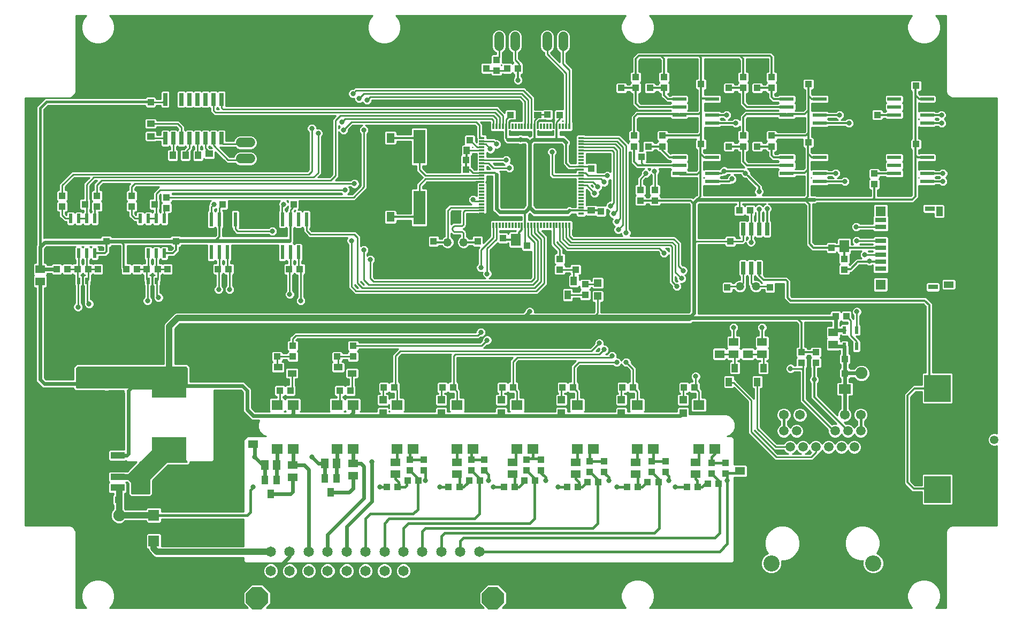
<source format=gtl>
G75*
%MOIN*%
%OFA0B0*%
%FSLAX25Y25*%
%IPPOS*%
%LPD*%
%AMOC8*
5,1,8,0,0,1.08239X$1,22.5*
%
%ADD10C,0.06000*%
%ADD11R,0.04134X0.04252*%
%ADD12R,0.07600X0.21000*%
%ADD13R,0.05118X0.05906*%
%ADD14R,0.03543X0.01339*%
%ADD15R,0.01339X0.03543*%
%ADD16R,0.03937X0.04331*%
%ADD17R,0.04331X0.03937*%
%ADD18C,0.05200*%
%ADD19R,0.04252X0.04134*%
%ADD20R,0.05906X0.07677*%
%ADD21R,0.03937X0.04724*%
%ADD22R,0.04724X0.03937*%
%ADD23R,0.06299X0.05118*%
%ADD24R,0.07008X0.06102*%
%ADD25R,0.06890X0.03071*%
%ADD26R,0.06299X0.06299*%
%ADD27R,0.05906X0.03150*%
%ADD28R,0.03937X0.06102*%
%ADD29R,0.06102X0.03937*%
%ADD30R,0.09843X0.12992*%
%ADD31R,0.40984X0.42520*%
%ADD32R,0.08500X0.04200*%
%ADD33R,0.06693X0.07087*%
%ADD34R,0.21654X0.15157*%
%ADD35OC8,0.06300*%
%ADD36C,0.06300*%
%ADD37C,0.07500*%
%ADD38OC8,0.07500*%
%ADD39R,0.02362X0.04724*%
%ADD40C,0.05937*%
%ADD41C,0.06083*%
%ADD42C,0.10039*%
%ADD43R,0.07677X0.05906*%
%ADD44R,0.05906X0.05118*%
%ADD45R,0.03937X0.05512*%
%ADD46R,0.02600X0.08000*%
%ADD47R,0.02362X0.05906*%
%ADD48R,0.01969X0.03937*%
%ADD49R,0.05118X0.06299*%
%ADD50R,0.05512X0.03937*%
%ADD51R,0.08661X0.02362*%
%ADD52R,0.02362X0.08661*%
%ADD53C,0.06496*%
%ADD54OC8,0.13843*%
%ADD55R,0.04724X0.04724*%
%ADD56R,0.16535X0.16535*%
%ADD57R,0.15748X0.15748*%
%ADD58C,0.01000*%
%ADD59C,0.02400*%
%ADD60C,0.03175*%
%ADD61C,0.01200*%
%ADD62C,0.04000*%
%ADD63C,0.01600*%
%ADD64C,0.05315*%
D10*
X0144821Y0293765D02*
X0150821Y0293765D01*
X0150821Y0303765D02*
X0144821Y0303765D01*
X0144821Y0313765D02*
X0150821Y0313765D01*
X0305774Y0363836D02*
X0305774Y0369836D01*
X0315774Y0369836D02*
X0315774Y0363836D01*
X0325774Y0363836D02*
X0325774Y0369836D01*
X0335774Y0369836D02*
X0335774Y0363836D01*
X0345774Y0363836D02*
X0345774Y0369836D01*
D11*
X0297919Y0350025D03*
X0291030Y0350025D03*
X0285124Y0292939D03*
X0285124Y0287033D03*
X0278234Y0287033D03*
X0278234Y0292939D03*
X0184730Y0265380D03*
X0177841Y0265380D03*
X0140439Y0265380D03*
X0133549Y0265380D03*
D12*
X0256089Y0263112D03*
X0256089Y0301112D03*
D13*
X0238175Y0306718D03*
X0230695Y0306718D03*
X0230695Y0257506D03*
X0238175Y0257506D03*
D14*
X0295065Y0259474D03*
X0295065Y0261443D03*
X0295065Y0263411D03*
X0295065Y0265380D03*
X0295065Y0267348D03*
X0295065Y0269317D03*
X0295065Y0271285D03*
X0295065Y0273254D03*
X0295065Y0275222D03*
X0295065Y0277191D03*
X0295065Y0279159D03*
X0295065Y0281128D03*
X0295065Y0283096D03*
X0295065Y0285065D03*
X0295065Y0287033D03*
X0295065Y0289002D03*
X0295065Y0290970D03*
X0295065Y0292939D03*
X0295065Y0294907D03*
X0295065Y0296876D03*
X0295065Y0298844D03*
X0295065Y0300813D03*
X0295065Y0302781D03*
X0295065Y0304750D03*
X0295065Y0306718D03*
X0356876Y0306718D03*
X0356876Y0304750D03*
X0356876Y0302781D03*
X0356876Y0300813D03*
X0356876Y0298844D03*
X0356876Y0296876D03*
X0356876Y0294907D03*
X0356876Y0292939D03*
X0356876Y0290970D03*
X0356876Y0289002D03*
X0356876Y0287033D03*
X0356876Y0285065D03*
X0356876Y0283096D03*
X0356876Y0281128D03*
X0356876Y0279159D03*
X0356876Y0277191D03*
X0356876Y0275222D03*
X0356876Y0273254D03*
X0356876Y0271285D03*
X0356876Y0269317D03*
X0356876Y0267348D03*
X0356876Y0265380D03*
X0356876Y0263411D03*
X0356876Y0261443D03*
X0356876Y0259474D03*
D15*
X0349593Y0252191D03*
X0347624Y0252191D03*
X0345656Y0252191D03*
X0343687Y0252191D03*
X0341719Y0252191D03*
X0339750Y0252191D03*
X0337782Y0252191D03*
X0335813Y0252191D03*
X0333845Y0252191D03*
X0331876Y0252191D03*
X0329908Y0252191D03*
X0327939Y0252191D03*
X0325971Y0252191D03*
X0324002Y0252191D03*
X0322034Y0252191D03*
X0320065Y0252191D03*
X0318097Y0252191D03*
X0316128Y0252191D03*
X0314160Y0252191D03*
X0312191Y0252191D03*
X0310223Y0252191D03*
X0308254Y0252191D03*
X0306286Y0252191D03*
X0304317Y0252191D03*
X0302349Y0252191D03*
X0302349Y0314002D03*
X0304317Y0314002D03*
X0306286Y0314002D03*
X0308254Y0314002D03*
X0310223Y0314002D03*
X0312191Y0314002D03*
X0314160Y0314002D03*
X0316128Y0314002D03*
X0318097Y0314002D03*
X0320065Y0314002D03*
X0322034Y0314002D03*
X0324002Y0314002D03*
X0325971Y0314002D03*
X0327939Y0314002D03*
X0329908Y0314002D03*
X0331876Y0314002D03*
X0333845Y0314002D03*
X0335813Y0314002D03*
X0337782Y0314002D03*
X0339750Y0314002D03*
X0341719Y0314002D03*
X0343687Y0314002D03*
X0345656Y0314002D03*
X0347624Y0314002D03*
X0349593Y0314002D03*
D16*
X0394475Y0294907D03*
X0401167Y0294907D03*
X0455498Y0261443D03*
X0462191Y0261443D03*
X0512979Y0245104D03*
X0512979Y0238411D03*
X0474593Y0213608D03*
X0474593Y0206915D03*
X0448018Y0206915D03*
X0448018Y0213608D03*
X0515538Y0195498D03*
X0522230Y0195498D03*
X0427742Y0151206D03*
X0421049Y0151206D03*
X0389356Y0151206D03*
X0382664Y0151206D03*
X0351955Y0151206D03*
X0345262Y0151206D03*
X0314553Y0151206D03*
X0307860Y0151206D03*
X0277152Y0151206D03*
X0270459Y0151206D03*
X0240734Y0151206D03*
X0234041Y0151206D03*
X0213175Y0149238D03*
X0206482Y0149238D03*
X0175774Y0149238D03*
X0169081Y0149238D03*
X0236010Y0089198D03*
X0242703Y0089198D03*
X0248805Y0093135D03*
X0255498Y0093135D03*
X0274396Y0089198D03*
X0281089Y0089198D03*
X0287191Y0093135D03*
X0293884Y0093135D03*
X0308845Y0089198D03*
X0315538Y0089198D03*
X0321640Y0093135D03*
X0328333Y0093135D03*
X0348215Y0089198D03*
X0354908Y0089198D03*
X0361010Y0092151D03*
X0367703Y0092151D03*
X0385616Y0089198D03*
X0392309Y0089198D03*
X0398412Y0092151D03*
X0405104Y0092151D03*
X0423018Y0089198D03*
X0429711Y0089198D03*
X0435813Y0091167D03*
X0442506Y0091167D03*
X0308254Y0237427D03*
X0308254Y0244120D03*
X0292506Y0242348D03*
X0292506Y0249041D03*
X0264947Y0249041D03*
X0264947Y0242348D03*
X0181679Y0225025D03*
X0174986Y0225025D03*
X0137388Y0225025D03*
X0130695Y0225025D03*
X0105892Y0225025D03*
X0099199Y0225025D03*
X0093097Y0225025D03*
X0086404Y0225025D03*
X0080301Y0225025D03*
X0073608Y0225025D03*
X0062585Y0225025D03*
X0055892Y0225025D03*
X0049790Y0225025D03*
X0043097Y0225025D03*
X0036994Y0225025D03*
X0030301Y0225025D03*
X0061207Y0242348D03*
X0061207Y0249041D03*
X0047821Y0265380D03*
X0041128Y0265380D03*
X0084435Y0265380D03*
X0091128Y0265380D03*
X0104514Y0249041D03*
X0104514Y0242348D03*
X0088766Y0328962D03*
X0088766Y0335655D03*
X0310813Y0350025D03*
X0317506Y0350025D03*
X0044475Y0153569D03*
X0044475Y0146876D03*
D17*
X0061797Y0081324D03*
X0068490Y0081324D03*
X0167506Y0170498D03*
X0177349Y0170498D03*
X0177349Y0177191D03*
X0167506Y0177191D03*
X0204908Y0177191D03*
X0214750Y0177191D03*
X0214750Y0170498D03*
X0204908Y0170498D03*
X0250183Y0106324D03*
X0259041Y0106324D03*
X0259041Y0099631D03*
X0250183Y0099631D03*
X0288569Y0099631D03*
X0296443Y0099631D03*
X0296443Y0106324D03*
X0288569Y0106324D03*
X0323018Y0106324D03*
X0323018Y0099631D03*
X0331876Y0099631D03*
X0331876Y0106324D03*
X0362388Y0105340D03*
X0371246Y0105340D03*
X0371246Y0098647D03*
X0362388Y0098647D03*
X0400774Y0098647D03*
X0409632Y0098647D03*
X0409632Y0105340D03*
X0400774Y0105340D03*
X0438175Y0104356D03*
X0438175Y0097663D03*
X0447034Y0097663D03*
X0447034Y0104356D03*
X0514553Y0160065D03*
X0521246Y0160065D03*
X0521246Y0168923D03*
X0514553Y0168923D03*
X0503136Y0166561D03*
X0503136Y0173254D03*
X0494278Y0173254D03*
X0494278Y0166561D03*
X0520853Y0224631D03*
X0520853Y0231324D03*
X0539553Y0277781D03*
X0539553Y0284474D03*
X0558845Y0302781D03*
X0565538Y0302781D03*
X0541522Y0321088D03*
X0541522Y0327781D03*
X0558845Y0339198D03*
X0565538Y0339198D03*
X0498608Y0340183D03*
X0491916Y0340183D03*
X0475577Y0337820D03*
X0466719Y0337820D03*
X0457860Y0337820D03*
X0457860Y0344513D03*
X0466719Y0344513D03*
X0475577Y0344513D03*
X0449002Y0344513D03*
X0449002Y0337820D03*
X0431679Y0340183D03*
X0424986Y0340183D03*
X0408648Y0337820D03*
X0408648Y0344513D03*
X0399790Y0344513D03*
X0390931Y0344513D03*
X0382073Y0344513D03*
X0382073Y0337820D03*
X0390931Y0337820D03*
X0399790Y0337820D03*
X0398805Y0308096D03*
X0398805Y0301403D03*
X0389947Y0301403D03*
X0389947Y0308096D03*
X0407664Y0308096D03*
X0407664Y0301403D03*
X0424986Y0302781D03*
X0431679Y0302781D03*
X0449002Y0301403D03*
X0449002Y0308096D03*
X0457860Y0308096D03*
X0457860Y0301403D03*
X0466719Y0301403D03*
X0466719Y0308096D03*
X0475577Y0308096D03*
X0475577Y0301403D03*
X0491916Y0303765D03*
X0498608Y0303765D03*
X0402939Y0274317D03*
X0402939Y0267624D03*
X0393766Y0267624D03*
X0393766Y0274317D03*
X0353530Y0231324D03*
X0353530Y0224631D03*
X0343687Y0224631D03*
X0343687Y0231324D03*
X0359435Y0215576D03*
X0359435Y0208883D03*
X0287585Y0305340D03*
X0287585Y0312033D03*
X0304317Y0348647D03*
X0304317Y0355340D03*
X0098608Y0269710D03*
X0098608Y0263017D03*
X0076955Y0264002D03*
X0076955Y0270694D03*
X0055301Y0270694D03*
X0055301Y0264002D03*
X0033648Y0264002D03*
X0033648Y0270694D03*
D18*
X0273727Y0241757D03*
X0283727Y0241757D03*
X0455813Y0214198D03*
X0465813Y0214198D03*
D19*
X0449986Y0235360D03*
X0449986Y0242250D03*
X0369278Y0254061D03*
X0369278Y0260950D03*
X0363372Y0287525D03*
X0363372Y0294415D03*
X0343687Y0320990D03*
X0343687Y0327880D03*
X0335971Y0328037D03*
X0335971Y0321147D03*
X0313018Y0321069D03*
X0313018Y0327958D03*
X0323175Y0239494D03*
X0323175Y0232604D03*
D20*
X0316128Y0232407D03*
X0316128Y0243234D03*
X0520853Y0239297D03*
X0520853Y0250124D03*
D21*
X0285616Y0298844D03*
X0277742Y0298844D03*
X0118293Y0295891D03*
X0110419Y0295891D03*
X0102545Y0295891D03*
X0094671Y0295891D03*
D22*
X0088766Y0307702D03*
X0088766Y0315576D03*
X0125183Y0296876D03*
X0125183Y0289002D03*
X0330026Y0320931D03*
X0330026Y0328805D03*
X0363372Y0261443D03*
X0363372Y0253569D03*
D23*
X0455892Y0106718D03*
X0455892Y0099238D03*
X0428333Y0097269D03*
X0428333Y0104750D03*
X0390931Y0104750D03*
X0390931Y0097269D03*
X0353530Y0097269D03*
X0353530Y0104750D03*
X0314160Y0104750D03*
X0314160Y0097269D03*
X0279711Y0097269D03*
X0279711Y0104750D03*
X0241325Y0104750D03*
X0241325Y0097269D03*
X0214750Y0096285D03*
X0214750Y0103765D03*
X0177349Y0102781D03*
X0177349Y0095301D03*
X0152742Y0115970D03*
X0152742Y0123450D03*
D24*
X0167427Y0112820D03*
X0177427Y0112820D03*
X0204829Y0112820D03*
X0214829Y0112820D03*
X0242230Y0112820D03*
X0252230Y0112820D03*
X0279632Y0112820D03*
X0289632Y0112820D03*
X0317034Y0112820D03*
X0327034Y0112820D03*
X0354435Y0112820D03*
X0364435Y0112820D03*
X0391837Y0112820D03*
X0401837Y0112820D03*
X0430223Y0112820D03*
X0440223Y0112820D03*
X0440223Y0140380D03*
X0430223Y0140380D03*
X0401837Y0140380D03*
X0391837Y0140380D03*
X0364435Y0140380D03*
X0354435Y0140380D03*
X0327034Y0140380D03*
X0317034Y0140380D03*
X0289632Y0140380D03*
X0279632Y0140380D03*
X0252230Y0140380D03*
X0242230Y0140380D03*
X0214829Y0140380D03*
X0204829Y0140380D03*
X0177427Y0140380D03*
X0167427Y0140380D03*
D25*
X0543490Y0225222D03*
X0543490Y0229553D03*
X0543490Y0233883D03*
X0543490Y0238214D03*
X0543490Y0242545D03*
X0543490Y0246876D03*
X0543490Y0251206D03*
X0543490Y0255537D03*
D26*
X0543490Y0261049D03*
X0543490Y0215380D03*
D27*
X0576167Y0213805D03*
X0574199Y0262624D03*
D28*
X0580104Y0261049D03*
D29*
X0586010Y0215380D03*
D30*
X0109160Y0091443D03*
X0082388Y0091443D03*
D31*
X0035301Y0102191D03*
D32*
X0068101Y0102191D03*
X0068101Y0108891D03*
X0068101Y0115591D03*
X0068101Y0095491D03*
X0068101Y0088791D03*
D33*
X0090734Y0071679D03*
X0090734Y0055537D03*
D34*
X0100301Y0112998D03*
X0100301Y0152171D03*
D35*
X0061246Y0143608D03*
D36*
X0061246Y0153608D03*
D37*
X0069081Y0071639D03*
X0531522Y0160104D03*
D38*
X0551522Y0160104D03*
X0069081Y0051639D03*
D39*
X0521049Y0176797D03*
X0524790Y0176797D03*
X0528530Y0176797D03*
X0528530Y0187033D03*
X0521049Y0187033D03*
D40*
X0523175Y0124198D03*
X0515183Y0124198D03*
X0531167Y0124198D03*
X0527152Y0114198D03*
X0519160Y0114198D03*
X0511167Y0114198D03*
X0503175Y0114198D03*
X0495183Y0114198D03*
X0487191Y0114198D03*
X0483215Y0124198D03*
X0491207Y0124198D03*
X0499199Y0124198D03*
D41*
X0493215Y0134198D03*
X0483215Y0134198D03*
X0521167Y0134198D03*
X0531167Y0134198D03*
D42*
X0538904Y0041679D03*
X0475439Y0041679D03*
D43*
X0510518Y0150222D03*
X0521345Y0150222D03*
D44*
X0513963Y0177978D03*
X0513963Y0185458D03*
X0469671Y0179553D03*
X0469671Y0172072D03*
X0460813Y0172072D03*
X0460813Y0179553D03*
X0451955Y0179553D03*
X0451955Y0172072D03*
X0443097Y0172072D03*
X0443097Y0179553D03*
X0019868Y0217348D03*
X0019868Y0224828D03*
D45*
X0159829Y0093529D03*
X0167309Y0093529D03*
X0163569Y0084868D03*
X0197230Y0094513D03*
X0204711Y0094513D03*
X0200971Y0085852D03*
X0348608Y0208883D03*
X0344868Y0217545D03*
X0352349Y0217545D03*
X0445262Y0163411D03*
X0452742Y0163411D03*
X0462979Y0163411D03*
X0470459Y0163411D03*
X0466719Y0154750D03*
X0449002Y0154750D03*
D46*
X0457782Y0225720D03*
X0462782Y0225720D03*
X0467782Y0225720D03*
X0472782Y0225720D03*
X0472782Y0249920D03*
X0467782Y0249920D03*
X0462782Y0249920D03*
X0457782Y0249920D03*
X0132841Y0306429D03*
X0127841Y0306429D03*
X0122841Y0306429D03*
X0117841Y0306429D03*
X0112841Y0306429D03*
X0107841Y0306429D03*
X0102841Y0306429D03*
X0097841Y0306429D03*
X0097841Y0330629D03*
X0102841Y0330629D03*
X0107841Y0330629D03*
X0112841Y0330629D03*
X0117841Y0330629D03*
X0122841Y0330629D03*
X0127841Y0330629D03*
X0132841Y0330629D03*
D47*
X0097250Y0256521D03*
X0092250Y0256521D03*
X0087250Y0256521D03*
X0082250Y0256521D03*
X0082250Y0234868D03*
X0087250Y0234868D03*
X0092250Y0234868D03*
X0097250Y0234868D03*
X0053943Y0234868D03*
X0048943Y0234868D03*
X0043943Y0234868D03*
X0038943Y0234868D03*
X0038943Y0256521D03*
X0043943Y0256521D03*
X0048943Y0256521D03*
X0053943Y0256521D03*
D48*
X0049002Y0217742D03*
X0043884Y0217742D03*
X0046443Y0210655D03*
X0087191Y0217742D03*
X0092309Y0217742D03*
X0089750Y0210655D03*
D49*
X0159829Y0102978D03*
X0167309Y0102978D03*
X0197230Y0103962D03*
X0204711Y0103962D03*
D50*
X0205498Y0156324D03*
X0214160Y0160065D03*
X0205498Y0163805D03*
X0176758Y0160065D03*
X0168097Y0163805D03*
X0168097Y0156324D03*
D51*
X0418097Y0279533D03*
X0418097Y0284533D03*
X0418097Y0289533D03*
X0418097Y0294533D03*
X0438569Y0294533D03*
X0438569Y0289533D03*
X0438569Y0284533D03*
X0438569Y0279533D03*
X0485026Y0279533D03*
X0485026Y0284533D03*
X0485026Y0289533D03*
X0485026Y0294533D03*
X0505498Y0294533D03*
X0505498Y0289533D03*
X0505498Y0284533D03*
X0505498Y0279533D03*
X0551955Y0279533D03*
X0551955Y0284533D03*
X0551955Y0289533D03*
X0551955Y0294533D03*
X0572427Y0294533D03*
X0572427Y0289533D03*
X0572427Y0284533D03*
X0572427Y0279533D03*
X0572427Y0315950D03*
X0572427Y0320950D03*
X0572427Y0325950D03*
X0572427Y0330950D03*
X0551955Y0330950D03*
X0551955Y0325950D03*
X0551955Y0320950D03*
X0551955Y0315950D03*
X0505498Y0315950D03*
X0505498Y0320950D03*
X0505498Y0325950D03*
X0505498Y0330950D03*
X0485026Y0330950D03*
X0485026Y0325950D03*
X0485026Y0320950D03*
X0485026Y0315950D03*
X0438569Y0315950D03*
X0438569Y0320950D03*
X0438569Y0325950D03*
X0438569Y0330950D03*
X0418097Y0330950D03*
X0418097Y0325950D03*
X0418097Y0320950D03*
X0418097Y0315950D03*
D52*
X0185833Y0255931D03*
X0180833Y0255931D03*
X0175833Y0255931D03*
X0170833Y0255931D03*
X0170833Y0235458D03*
X0175833Y0235458D03*
X0180833Y0235458D03*
X0185833Y0235458D03*
X0141541Y0235458D03*
X0136541Y0235458D03*
X0131541Y0235458D03*
X0126541Y0235458D03*
X0126541Y0255931D03*
X0131541Y0255931D03*
X0136541Y0255931D03*
X0141541Y0255931D03*
D53*
X0163569Y0048844D03*
X0175380Y0048844D03*
X0187191Y0048844D03*
X0199002Y0048844D03*
X0210813Y0048844D03*
X0222624Y0048844D03*
X0234435Y0048844D03*
X0246246Y0048844D03*
X0258057Y0048844D03*
X0269868Y0048844D03*
X0281679Y0048844D03*
X0293490Y0048844D03*
X0293490Y0037033D03*
X0281679Y0037033D03*
X0269868Y0037033D03*
X0258057Y0037033D03*
X0246246Y0037033D03*
X0234435Y0037033D03*
X0222624Y0037033D03*
X0210813Y0037033D03*
X0199002Y0037033D03*
X0187191Y0037033D03*
X0175380Y0037033D03*
X0163569Y0037033D03*
D54*
X0155065Y0020025D03*
X0301994Y0020025D03*
D55*
X0307270Y0135261D03*
X0307270Y0143529D03*
X0344671Y0143529D03*
X0344671Y0135261D03*
X0382073Y0135261D03*
X0382073Y0143529D03*
X0420459Y0143529D03*
X0420459Y0135261D03*
X0367309Y0208096D03*
X0367309Y0216364D03*
X0269868Y0143529D03*
X0269868Y0135261D03*
X0233451Y0135261D03*
X0233451Y0143529D03*
D56*
X0578923Y0150694D03*
X0578923Y0087702D03*
D57*
X0578923Y0119198D03*
D58*
X0042085Y0061550D02*
X0042085Y0013974D01*
X0048487Y0013974D01*
X0047565Y0014896D01*
X0046195Y0017269D01*
X0045486Y0019915D01*
X0045486Y0022655D01*
X0046195Y0025301D01*
X0047565Y0027674D01*
X0049503Y0029612D01*
X0051876Y0030981D01*
X0054522Y0031691D01*
X0057262Y0031691D01*
X0059908Y0030981D01*
X0062281Y0029612D01*
X0064218Y0027674D01*
X0065588Y0025301D01*
X0066297Y0022655D01*
X0066297Y0019915D01*
X0065588Y0017269D01*
X0064218Y0014896D01*
X0063296Y0013974D01*
X0149207Y0013974D01*
X0146644Y0016537D01*
X0146644Y0023513D01*
X0151577Y0028446D01*
X0158553Y0028446D01*
X0163486Y0023513D01*
X0163486Y0016537D01*
X0160923Y0013974D01*
X0296136Y0013974D01*
X0293573Y0016537D01*
X0293573Y0023513D01*
X0298506Y0028446D01*
X0305482Y0028446D01*
X0310416Y0023513D01*
X0310416Y0016537D01*
X0307852Y0013974D01*
X0384708Y0013974D01*
X0383786Y0014896D01*
X0382416Y0017269D01*
X0381707Y0019915D01*
X0381707Y0022655D01*
X0382416Y0025301D01*
X0383786Y0027674D01*
X0385723Y0029612D01*
X0388096Y0030981D01*
X0390742Y0031691D01*
X0393482Y0031691D01*
X0396129Y0030981D01*
X0398501Y0029612D01*
X0400439Y0027674D01*
X0401809Y0025301D01*
X0402518Y0022655D01*
X0402518Y0019915D01*
X0401809Y0017269D01*
X0400439Y0014896D01*
X0399517Y0013974D01*
X0563054Y0013974D01*
X0562132Y0014896D01*
X0560762Y0017269D01*
X0560053Y0019915D01*
X0560053Y0022655D01*
X0560762Y0025301D01*
X0562132Y0027674D01*
X0564070Y0029612D01*
X0566442Y0030981D01*
X0569089Y0031691D01*
X0571829Y0031691D01*
X0574475Y0030981D01*
X0576848Y0029612D01*
X0578785Y0027674D01*
X0580155Y0025301D01*
X0580864Y0022655D01*
X0580864Y0019915D01*
X0580155Y0017269D01*
X0578785Y0014896D01*
X0577863Y0013974D01*
X0584266Y0013974D01*
X0584266Y0061550D01*
X0584951Y0063204D01*
X0586217Y0064470D01*
X0587871Y0065155D01*
X0615762Y0065155D01*
X0615762Y0114808D01*
X0615183Y0114569D01*
X0613529Y0114569D01*
X0612001Y0115201D01*
X0610832Y0116371D01*
X0610199Y0117899D01*
X0610199Y0119553D01*
X0610832Y0121081D01*
X0612001Y0122251D01*
X0613529Y0122883D01*
X0615183Y0122883D01*
X0615762Y0122644D01*
X0615762Y0331746D01*
X0587871Y0331746D01*
X0586217Y0332431D01*
X0584951Y0333697D01*
X0584266Y0335351D01*
X0584266Y0382927D01*
X0577863Y0382927D01*
X0578785Y0382005D01*
X0580155Y0379632D01*
X0580864Y0376986D01*
X0580864Y0374246D01*
X0580155Y0371599D01*
X0578785Y0369227D01*
X0576848Y0367289D01*
X0574475Y0365919D01*
X0571829Y0365210D01*
X0569089Y0365210D01*
X0566442Y0365919D01*
X0564070Y0367289D01*
X0562132Y0369227D01*
X0560762Y0371599D01*
X0560053Y0374246D01*
X0560053Y0376986D01*
X0560762Y0379632D01*
X0562132Y0382005D01*
X0563054Y0382927D01*
X0399517Y0382927D01*
X0400439Y0382005D01*
X0401809Y0379632D01*
X0402518Y0376986D01*
X0402518Y0374246D01*
X0401809Y0371599D01*
X0400439Y0369227D01*
X0398501Y0367289D01*
X0396129Y0365919D01*
X0393482Y0365210D01*
X0390742Y0365210D01*
X0388096Y0365919D01*
X0385723Y0367289D01*
X0383786Y0369227D01*
X0382416Y0371599D01*
X0381707Y0374246D01*
X0381707Y0376986D01*
X0382416Y0379632D01*
X0383786Y0382005D01*
X0384708Y0382927D01*
X0241643Y0382927D01*
X0242565Y0382005D01*
X0243935Y0379632D01*
X0244644Y0376986D01*
X0244644Y0374246D01*
X0243935Y0371599D01*
X0242565Y0369227D01*
X0240627Y0367289D01*
X0238255Y0365919D01*
X0235608Y0365210D01*
X0232868Y0365210D01*
X0230222Y0365919D01*
X0227849Y0367289D01*
X0225912Y0369227D01*
X0224542Y0371599D01*
X0223833Y0374246D01*
X0223833Y0376986D01*
X0224542Y0379632D01*
X0225912Y0382005D01*
X0226834Y0382927D01*
X0063296Y0382927D01*
X0064218Y0382005D01*
X0065588Y0379632D01*
X0066297Y0376986D01*
X0066297Y0374246D01*
X0065588Y0371599D01*
X0064218Y0369227D01*
X0062281Y0367289D01*
X0059908Y0365919D01*
X0057262Y0365210D01*
X0054522Y0365210D01*
X0051876Y0365919D01*
X0049503Y0367289D01*
X0047565Y0369227D01*
X0046195Y0371599D01*
X0045486Y0374246D01*
X0045486Y0376986D01*
X0046195Y0379632D01*
X0047565Y0382005D01*
X0048487Y0382927D01*
X0042085Y0382927D01*
X0042085Y0335351D01*
X0041400Y0333697D01*
X0040134Y0332431D01*
X0038480Y0331746D01*
X0010589Y0331746D01*
X0010589Y0065155D01*
X0038480Y0065155D01*
X0040134Y0064470D01*
X0041400Y0063204D01*
X0042085Y0061550D01*
X0042085Y0061397D02*
X0146705Y0061397D01*
X0146705Y0062395D02*
X0041735Y0062395D01*
X0041210Y0063394D02*
X0146705Y0063394D01*
X0146705Y0064392D02*
X0040212Y0064392D01*
X0042085Y0060398D02*
X0086584Y0060398D01*
X0086767Y0060580D02*
X0085888Y0059702D01*
X0085888Y0051372D01*
X0086767Y0050494D01*
X0087234Y0050494D01*
X0087234Y0050116D01*
X0087767Y0048830D01*
X0088752Y0047845D01*
X0090720Y0045877D01*
X0092007Y0045344D01*
X0146705Y0045344D01*
X0146705Y0043053D01*
X0147935Y0041823D01*
X0450856Y0041823D01*
X0452086Y0043053D01*
X0452086Y0095213D01*
X0452121Y0095179D01*
X0459663Y0095179D01*
X0460541Y0096057D01*
X0460541Y0102418D01*
X0459663Y0103297D01*
X0452121Y0103297D01*
X0452086Y0103262D01*
X0452086Y0119596D01*
X0450856Y0120826D01*
X0447943Y0120826D01*
X0449997Y0121677D01*
X0451957Y0123637D01*
X0453018Y0126198D01*
X0453018Y0128970D01*
X0451957Y0131532D01*
X0449997Y0133492D01*
X0449997Y0133492D01*
X0447435Y0134553D01*
X0424321Y0134553D01*
X0424321Y0138245D01*
X0423442Y0139124D01*
X0417475Y0139124D01*
X0416597Y0138245D01*
X0416597Y0136190D01*
X0396323Y0136190D01*
X0396841Y0136707D01*
X0396841Y0144052D01*
X0395962Y0144931D01*
X0393837Y0144931D01*
X0393837Y0149554D01*
X0392825Y0150566D01*
X0392825Y0153993D01*
X0391946Y0154872D01*
X0391356Y0154872D01*
X0391356Y0163452D01*
X0388113Y0166695D01*
X0388113Y0167568D01*
X0387643Y0168703D01*
X0386775Y0169572D01*
X0385640Y0170042D01*
X0384412Y0170042D01*
X0383277Y0169572D01*
X0382408Y0168703D01*
X0382073Y0167893D01*
X0381738Y0168703D01*
X0380869Y0169572D01*
X0379734Y0170042D01*
X0379157Y0170042D01*
X0379255Y0170277D01*
X0379255Y0171505D01*
X0378785Y0172640D01*
X0377916Y0173509D01*
X0376782Y0173979D01*
X0375553Y0173979D01*
X0374419Y0173509D01*
X0373550Y0172640D01*
X0373246Y0171907D01*
X0372261Y0171907D01*
X0372995Y0172211D01*
X0373864Y0173079D01*
X0374334Y0174214D01*
X0374334Y0175442D01*
X0373864Y0176577D01*
X0372995Y0177446D01*
X0371860Y0177916D01*
X0371283Y0177916D01*
X0371381Y0178151D01*
X0371381Y0179379D01*
X0370911Y0180514D01*
X0370042Y0181383D01*
X0368908Y0181853D01*
X0367679Y0181853D01*
X0366545Y0181383D01*
X0365676Y0180514D01*
X0365206Y0179379D01*
X0365206Y0178506D01*
X0362544Y0175844D01*
X0296350Y0175844D01*
X0298153Y0177646D01*
X0299026Y0177646D01*
X0300160Y0178116D01*
X0301029Y0178985D01*
X0301499Y0180120D01*
X0301499Y0181348D01*
X0301029Y0182483D01*
X0300160Y0183351D01*
X0299026Y0183821D01*
X0297797Y0183821D01*
X0296663Y0183351D01*
X0295794Y0182483D01*
X0295324Y0181348D01*
X0295324Y0180475D01*
X0294040Y0179191D01*
X0218416Y0179191D01*
X0218416Y0179780D01*
X0217537Y0180659D01*
X0211963Y0180659D01*
X0211085Y0179780D01*
X0211085Y0174601D01*
X0211841Y0173844D01*
X0211085Y0173087D01*
X0211085Y0172498D01*
X0208573Y0172498D01*
X0208573Y0173087D01*
X0207694Y0173966D01*
X0202121Y0173966D01*
X0201242Y0173087D01*
X0201242Y0167908D01*
X0201999Y0167151D01*
X0201242Y0166395D01*
X0201242Y0161215D01*
X0202121Y0160336D01*
X0208875Y0160336D01*
X0209754Y0161215D01*
X0209754Y0166395D01*
X0208875Y0167273D01*
X0207938Y0167273D01*
X0208573Y0167908D01*
X0208573Y0168498D01*
X0211085Y0168498D01*
X0211085Y0167908D01*
X0211963Y0167029D01*
X0217537Y0167029D01*
X0218416Y0167908D01*
X0218416Y0173087D01*
X0217659Y0173844D01*
X0218416Y0174601D01*
X0218416Y0175191D01*
X0242796Y0175191D01*
X0239325Y0171720D01*
X0239325Y0154872D01*
X0238145Y0154872D01*
X0237388Y0154115D01*
X0236631Y0154872D01*
X0231452Y0154872D01*
X0230573Y0153993D01*
X0230573Y0148420D01*
X0231451Y0147542D01*
X0231451Y0147391D01*
X0230467Y0147391D01*
X0229589Y0146513D01*
X0229589Y0140546D01*
X0230467Y0139667D01*
X0236434Y0139667D01*
X0237227Y0140459D01*
X0237227Y0138332D01*
X0236434Y0139124D01*
X0230467Y0139124D01*
X0229589Y0138245D01*
X0229589Y0136190D01*
X0219316Y0136190D01*
X0219833Y0136707D01*
X0219833Y0144052D01*
X0218954Y0144931D01*
X0210704Y0144931D01*
X0209829Y0144056D01*
X0208954Y0144931D01*
X0208482Y0144931D01*
X0208482Y0145572D01*
X0209072Y0145572D01*
X0209829Y0146329D01*
X0210586Y0145572D01*
X0215765Y0145572D01*
X0216644Y0146451D01*
X0216644Y0152024D01*
X0216160Y0152509D01*
X0216160Y0156596D01*
X0217537Y0156596D01*
X0218416Y0157475D01*
X0218416Y0162654D01*
X0217537Y0163533D01*
X0210782Y0163533D01*
X0209904Y0162654D01*
X0209904Y0157475D01*
X0210782Y0156596D01*
X0212160Y0156596D01*
X0212160Y0152903D01*
X0210586Y0152903D01*
X0209829Y0152147D01*
X0209072Y0152903D01*
X0203893Y0152903D01*
X0203014Y0152024D01*
X0203014Y0146451D01*
X0203893Y0145572D01*
X0204482Y0145572D01*
X0204482Y0144931D01*
X0200704Y0144931D01*
X0199825Y0144052D01*
X0199825Y0136707D01*
X0200342Y0136190D01*
X0181914Y0136190D01*
X0182431Y0136707D01*
X0182431Y0144052D01*
X0181553Y0144931D01*
X0173302Y0144931D01*
X0172427Y0144056D01*
X0171553Y0144931D01*
X0171081Y0144931D01*
X0171081Y0145572D01*
X0171671Y0145572D01*
X0172427Y0146329D01*
X0173184Y0145572D01*
X0178364Y0145572D01*
X0179242Y0146451D01*
X0179242Y0152024D01*
X0178758Y0152509D01*
X0178758Y0156596D01*
X0180135Y0156596D01*
X0181014Y0157475D01*
X0181014Y0162654D01*
X0180135Y0163533D01*
X0173381Y0163533D01*
X0172502Y0162654D01*
X0172502Y0157475D01*
X0173381Y0156596D01*
X0174758Y0156596D01*
X0174758Y0152903D01*
X0173184Y0152903D01*
X0172427Y0152147D01*
X0171671Y0152903D01*
X0166491Y0152903D01*
X0165612Y0152024D01*
X0165612Y0146451D01*
X0166491Y0145572D01*
X0167081Y0145572D01*
X0167081Y0144931D01*
X0163302Y0144931D01*
X0162423Y0144052D01*
X0162423Y0136707D01*
X0162941Y0136190D01*
X0153861Y0136190D01*
X0151505Y0138545D01*
X0151505Y0149775D01*
X0151094Y0150767D01*
X0150335Y0151527D01*
X0147402Y0154460D01*
X0146409Y0154871D01*
X0113404Y0154871D01*
X0113404Y0163846D01*
X0112419Y0164830D01*
X0111248Y0166002D01*
X0103801Y0166002D01*
X0103801Y0187867D01*
X0106948Y0191013D01*
X0425092Y0191013D01*
X0426378Y0191546D01*
X0426646Y0191813D01*
X0491055Y0191813D01*
X0492178Y0190691D01*
X0492178Y0176722D01*
X0491491Y0176722D01*
X0490612Y0175843D01*
X0490612Y0170664D01*
X0491369Y0169907D01*
X0490612Y0169150D01*
X0490612Y0165017D01*
X0489754Y0165017D01*
X0489137Y0165635D01*
X0488002Y0166105D01*
X0486774Y0166105D01*
X0485639Y0165635D01*
X0484771Y0164766D01*
X0484301Y0163631D01*
X0484301Y0162403D01*
X0484771Y0161268D01*
X0485639Y0160400D01*
X0486774Y0159930D01*
X0488002Y0159930D01*
X0489137Y0160400D01*
X0489754Y0161017D01*
X0493162Y0161017D01*
X0493162Y0142462D01*
X0494392Y0141232D01*
X0494392Y0141232D01*
X0510715Y0124910D01*
X0510715Y0123310D01*
X0511395Y0121667D01*
X0512652Y0120410D01*
X0514294Y0119730D01*
X0516072Y0119730D01*
X0517714Y0120410D01*
X0518971Y0121667D01*
X0519179Y0122169D01*
X0519387Y0121667D01*
X0520644Y0120410D01*
X0522287Y0119730D01*
X0524064Y0119730D01*
X0525707Y0120410D01*
X0526964Y0121667D01*
X0527171Y0122169D01*
X0527379Y0121667D01*
X0528636Y0120410D01*
X0530279Y0119730D01*
X0532056Y0119730D01*
X0533699Y0120410D01*
X0534956Y0121667D01*
X0535636Y0123310D01*
X0535636Y0125087D01*
X0534956Y0126730D01*
X0533699Y0127987D01*
X0533467Y0128082D01*
X0533467Y0130236D01*
X0533740Y0130348D01*
X0535017Y0131626D01*
X0535709Y0133295D01*
X0535709Y0135102D01*
X0535017Y0136771D01*
X0533740Y0138048D01*
X0532071Y0138740D01*
X0530264Y0138740D01*
X0528595Y0138048D01*
X0527318Y0136771D01*
X0526626Y0135102D01*
X0526626Y0133295D01*
X0527318Y0131626D01*
X0528595Y0130348D01*
X0528867Y0130236D01*
X0528867Y0128082D01*
X0528636Y0127987D01*
X0527379Y0126730D01*
X0527171Y0126228D01*
X0526964Y0126730D01*
X0525707Y0127987D01*
X0524064Y0128667D01*
X0522287Y0128667D01*
X0521911Y0128511D01*
X0520765Y0129657D01*
X0522071Y0129657D01*
X0523740Y0130348D01*
X0525017Y0131626D01*
X0525709Y0133295D01*
X0525709Y0135102D01*
X0525017Y0136771D01*
X0523867Y0137921D01*
X0523867Y0145769D01*
X0525805Y0145769D01*
X0526683Y0146648D01*
X0526683Y0153796D01*
X0525805Y0154675D01*
X0524045Y0154675D01*
X0524045Y0156608D01*
X0524841Y0157404D01*
X0526958Y0157404D01*
X0527071Y0157130D01*
X0528548Y0155653D01*
X0530478Y0154854D01*
X0532566Y0154854D01*
X0534496Y0155653D01*
X0535973Y0157130D01*
X0536772Y0159060D01*
X0536772Y0161148D01*
X0535973Y0163078D01*
X0534496Y0164555D01*
X0532566Y0165354D01*
X0530478Y0165354D01*
X0528548Y0164555D01*
X0527071Y0163078D01*
X0526958Y0162804D01*
X0524762Y0162804D01*
X0524033Y0163533D01*
X0523946Y0163533D01*
X0523946Y0165454D01*
X0524033Y0165454D01*
X0524912Y0166333D01*
X0524912Y0171513D01*
X0524033Y0172391D01*
X0523749Y0172391D01*
X0523749Y0177334D01*
X0523730Y0177380D01*
X0523730Y0179780D01*
X0522852Y0180659D01*
X0519247Y0180659D01*
X0518416Y0179828D01*
X0518416Y0181158D01*
X0517856Y0181718D01*
X0518416Y0182278D01*
X0518416Y0184002D01*
X0519247Y0183171D01*
X0522790Y0183171D01*
X0522790Y0182858D01*
X0523961Y0181687D01*
X0525858Y0179790D01*
X0525849Y0179780D01*
X0525849Y0173813D01*
X0526727Y0172935D01*
X0530332Y0172935D01*
X0531211Y0173813D01*
X0531211Y0179780D01*
X0530530Y0180461D01*
X0530530Y0180775D01*
X0528134Y0183171D01*
X0530332Y0183171D01*
X0531211Y0184050D01*
X0531211Y0190017D01*
X0530727Y0190501D01*
X0530727Y0196084D01*
X0531344Y0196702D01*
X0531814Y0197836D01*
X0531814Y0199065D01*
X0531344Y0200199D01*
X0530475Y0201068D01*
X0529341Y0201538D01*
X0528112Y0201538D01*
X0526978Y0201068D01*
X0526109Y0200199D01*
X0525639Y0199065D01*
X0525639Y0198344D01*
X0524820Y0199163D01*
X0519641Y0199163D01*
X0518884Y0198406D01*
X0518127Y0199163D01*
X0512948Y0199163D01*
X0512069Y0198284D01*
X0512069Y0197213D01*
X0430049Y0197213D01*
X0430049Y0240250D01*
X0446360Y0240250D01*
X0446360Y0239561D01*
X0447239Y0238683D01*
X0452734Y0238683D01*
X0453612Y0239561D01*
X0453612Y0240250D01*
X0458197Y0240250D01*
X0458689Y0240742D01*
X0459694Y0241747D01*
X0459694Y0241143D01*
X0460164Y0240009D01*
X0461033Y0239140D01*
X0462168Y0238670D01*
X0463396Y0238670D01*
X0464531Y0239140D01*
X0465399Y0240009D01*
X0465869Y0241143D01*
X0465869Y0242372D01*
X0465399Y0243506D01*
X0464782Y0244124D01*
X0497099Y0244124D01*
X0497099Y0243126D02*
X0465557Y0243126D01*
X0465869Y0242127D02*
X0497099Y0242127D01*
X0497099Y0241129D02*
X0465863Y0241129D01*
X0465449Y0240130D02*
X0497099Y0240130D01*
X0497099Y0239903D02*
X0498329Y0238673D01*
X0500691Y0236311D01*
X0509510Y0236311D01*
X0509510Y0235624D01*
X0510389Y0234746D01*
X0515568Y0234746D01*
X0516400Y0235577D01*
X0516400Y0234837D01*
X0517255Y0233982D01*
X0517187Y0233914D01*
X0517187Y0228735D01*
X0517944Y0227978D01*
X0517187Y0227221D01*
X0517187Y0222042D01*
X0518066Y0221163D01*
X0523639Y0221163D01*
X0524518Y0222042D01*
X0524518Y0222925D01*
X0525659Y0222925D01*
X0526890Y0224155D01*
X0530187Y0227453D01*
X0534728Y0227453D01*
X0534852Y0227329D01*
X0535986Y0226859D01*
X0537215Y0226859D01*
X0538349Y0227329D01*
X0538473Y0227453D01*
X0538545Y0227453D01*
X0538545Y0227396D01*
X0538554Y0227387D01*
X0538545Y0227379D01*
X0538545Y0223065D01*
X0539424Y0222187D01*
X0547557Y0222187D01*
X0548435Y0223065D01*
X0548435Y0227379D01*
X0548427Y0227387D01*
X0548435Y0227396D01*
X0548435Y0231710D01*
X0548427Y0231718D01*
X0548435Y0231727D01*
X0548435Y0236040D01*
X0548427Y0236049D01*
X0548435Y0236057D01*
X0548435Y0240371D01*
X0548427Y0240380D01*
X0548435Y0240388D01*
X0548435Y0244702D01*
X0547557Y0245580D01*
X0539424Y0245580D01*
X0538545Y0244702D01*
X0538545Y0244545D01*
X0530896Y0244545D01*
X0530279Y0245162D01*
X0529144Y0245632D01*
X0527916Y0245632D01*
X0526781Y0245162D01*
X0525912Y0244294D01*
X0525442Y0243159D01*
X0525442Y0241931D01*
X0525912Y0240796D01*
X0526394Y0240314D01*
X0525305Y0240314D01*
X0525305Y0243757D01*
X0524427Y0244635D01*
X0517278Y0244635D01*
X0516400Y0243757D01*
X0516400Y0241397D01*
X0516248Y0241397D01*
X0515568Y0242076D01*
X0510389Y0242076D01*
X0509510Y0241198D01*
X0509510Y0240511D01*
X0502431Y0240511D01*
X0501299Y0241643D01*
X0501299Y0265632D01*
X0502689Y0265632D01*
X0503681Y0266043D01*
X0503870Y0266232D01*
X0564045Y0266232D01*
X0565275Y0267462D01*
X0567244Y0269431D01*
X0567244Y0277083D01*
X0567475Y0276852D01*
X0577379Y0276852D01*
X0577960Y0277433D01*
X0579984Y0277433D01*
X0580501Y0276916D01*
X0581636Y0276446D01*
X0582864Y0276446D01*
X0583999Y0276916D01*
X0584868Y0277784D01*
X0585338Y0278919D01*
X0585338Y0280147D01*
X0584868Y0281282D01*
X0584156Y0281994D01*
X0584946Y0282784D01*
X0585416Y0283919D01*
X0585416Y0285147D01*
X0584946Y0286282D01*
X0584078Y0287150D01*
X0582943Y0287620D01*
X0581715Y0287620D01*
X0580580Y0287150D01*
X0580063Y0286633D01*
X0577960Y0286633D01*
X0577379Y0287214D01*
X0567475Y0287214D01*
X0567244Y0286983D01*
X0567244Y0292083D01*
X0567475Y0291852D01*
X0577379Y0291852D01*
X0578258Y0292731D01*
X0578258Y0296335D01*
X0577379Y0297214D01*
X0567475Y0297214D01*
X0567244Y0296983D01*
X0567244Y0299313D01*
X0568324Y0299313D01*
X0569203Y0300191D01*
X0569203Y0305371D01*
X0568324Y0306250D01*
X0567244Y0306250D01*
X0567244Y0313501D01*
X0567475Y0313269D01*
X0577379Y0313269D01*
X0577960Y0313850D01*
X0579236Y0313850D01*
X0579753Y0313333D01*
X0580888Y0312863D01*
X0582116Y0312863D01*
X0583251Y0313333D01*
X0584119Y0314202D01*
X0584590Y0315336D01*
X0584590Y0316565D01*
X0584119Y0317699D01*
X0583329Y0318490D01*
X0584041Y0319202D01*
X0584511Y0320336D01*
X0584511Y0321565D01*
X0584041Y0322699D01*
X0583172Y0323568D01*
X0582038Y0324038D01*
X0580809Y0324038D01*
X0579675Y0323568D01*
X0579157Y0323050D01*
X0577960Y0323050D01*
X0577379Y0323631D01*
X0567475Y0323631D01*
X0567244Y0323400D01*
X0567244Y0328501D01*
X0567475Y0328269D01*
X0577379Y0328269D01*
X0578258Y0329148D01*
X0578258Y0332753D01*
X0577379Y0333631D01*
X0567775Y0333631D01*
X0567244Y0334163D01*
X0567244Y0335730D01*
X0568324Y0335730D01*
X0569203Y0336609D01*
X0569203Y0341788D01*
X0568324Y0342667D01*
X0562751Y0342667D01*
X0561872Y0341788D01*
X0561872Y0336609D01*
X0562751Y0335730D01*
X0563044Y0335730D01*
X0563044Y0306250D01*
X0562751Y0306250D01*
X0561872Y0305371D01*
X0561872Y0300191D01*
X0562751Y0299313D01*
X0563044Y0299313D01*
X0563044Y0271171D01*
X0562305Y0270432D01*
X0541653Y0270432D01*
X0541653Y0274313D01*
X0542340Y0274313D01*
X0543219Y0275191D01*
X0543219Y0280371D01*
X0542462Y0281128D01*
X0543219Y0281884D01*
X0543219Y0282433D01*
X0546422Y0282433D01*
X0547003Y0281852D01*
X0556907Y0281852D01*
X0557786Y0282731D01*
X0557786Y0286335D01*
X0557088Y0287033D01*
X0557786Y0287731D01*
X0557786Y0291335D01*
X0557088Y0292033D01*
X0557786Y0292731D01*
X0557786Y0296335D01*
X0556907Y0297214D01*
X0547003Y0297214D01*
X0546124Y0296335D01*
X0546124Y0292731D01*
X0546822Y0292033D01*
X0546124Y0291335D01*
X0546124Y0287731D01*
X0546822Y0287033D01*
X0546422Y0286633D01*
X0543219Y0286633D01*
X0543219Y0287064D01*
X0542340Y0287943D01*
X0536767Y0287943D01*
X0535888Y0287064D01*
X0535888Y0281884D01*
X0536645Y0281128D01*
X0535888Y0280371D01*
X0535888Y0275191D01*
X0536767Y0274313D01*
X0537453Y0274313D01*
X0537453Y0270432D01*
X0503870Y0270432D01*
X0503681Y0270621D01*
X0502689Y0271032D01*
X0500315Y0271032D01*
X0500315Y0277083D01*
X0500546Y0276852D01*
X0510450Y0276852D01*
X0511031Y0277433D01*
X0518960Y0277433D01*
X0519478Y0276916D01*
X0520612Y0276446D01*
X0521841Y0276446D01*
X0522975Y0276916D01*
X0523844Y0277784D01*
X0524314Y0278919D01*
X0524314Y0280147D01*
X0523844Y0281282D01*
X0522975Y0282150D01*
X0521841Y0282620D01*
X0520612Y0282620D01*
X0519478Y0282150D01*
X0518960Y0281633D01*
X0516545Y0281633D01*
X0517227Y0281916D01*
X0518096Y0282784D01*
X0518566Y0283919D01*
X0518566Y0285147D01*
X0518096Y0286282D01*
X0517227Y0287150D01*
X0516093Y0287620D01*
X0514864Y0287620D01*
X0513730Y0287150D01*
X0513212Y0286633D01*
X0511031Y0286633D01*
X0510450Y0287214D01*
X0500546Y0287214D01*
X0500315Y0286983D01*
X0500315Y0292083D01*
X0500546Y0291852D01*
X0510450Y0291852D01*
X0511329Y0292731D01*
X0511329Y0296335D01*
X0510450Y0297214D01*
X0500846Y0297214D01*
X0500315Y0297745D01*
X0500315Y0300297D01*
X0501395Y0300297D01*
X0502274Y0301176D01*
X0502274Y0306355D01*
X0501395Y0307234D01*
X0500708Y0307234D01*
X0500708Y0313269D01*
X0510450Y0313269D01*
X0511031Y0313850D01*
X0521539Y0313850D01*
X0522056Y0313333D01*
X0523191Y0312863D01*
X0524419Y0312863D01*
X0525554Y0313333D01*
X0526423Y0314202D01*
X0526893Y0315336D01*
X0526893Y0316565D01*
X0526423Y0317699D01*
X0525554Y0318568D01*
X0524419Y0319038D01*
X0523191Y0319038D01*
X0522056Y0318568D01*
X0521539Y0318050D01*
X0518966Y0318050D01*
X0519649Y0318333D01*
X0520517Y0319202D01*
X0520987Y0320336D01*
X0520987Y0321565D01*
X0520517Y0322699D01*
X0519649Y0323568D01*
X0518514Y0324038D01*
X0517286Y0324038D01*
X0516151Y0323568D01*
X0515634Y0323050D01*
X0511031Y0323050D01*
X0510450Y0323631D01*
X0500708Y0323631D01*
X0500708Y0328269D01*
X0510450Y0328269D01*
X0511329Y0329148D01*
X0511329Y0332753D01*
X0510450Y0333631D01*
X0500846Y0333631D01*
X0500708Y0333769D01*
X0500708Y0336714D01*
X0501395Y0336714D01*
X0502274Y0337593D01*
X0502274Y0342773D01*
X0501395Y0343651D01*
X0495822Y0343651D01*
X0494943Y0342773D01*
X0494943Y0337593D01*
X0495822Y0336714D01*
X0496508Y0336714D01*
X0496508Y0324714D01*
X0495376Y0323582D01*
X0490290Y0323582D01*
X0490856Y0324148D01*
X0490856Y0327753D01*
X0490159Y0328450D01*
X0490856Y0329148D01*
X0490856Y0332753D01*
X0489978Y0333631D01*
X0480074Y0333631D01*
X0479493Y0333050D01*
X0477805Y0333050D01*
X0477677Y0333179D01*
X0477677Y0334352D01*
X0478364Y0334352D01*
X0479242Y0335231D01*
X0479242Y0340410D01*
X0478486Y0341167D01*
X0479242Y0341924D01*
X0479242Y0347103D01*
X0478364Y0347982D01*
X0477677Y0347982D01*
X0477677Y0357785D01*
X0476447Y0359015D01*
X0475463Y0359999D01*
X0392030Y0359999D01*
X0390800Y0358769D01*
X0388831Y0356801D01*
X0388831Y0347982D01*
X0388145Y0347982D01*
X0387266Y0347103D01*
X0387266Y0341924D01*
X0388023Y0341167D01*
X0387266Y0340410D01*
X0387266Y0339920D01*
X0385738Y0339920D01*
X0385738Y0340410D01*
X0384860Y0341289D01*
X0379286Y0341289D01*
X0378408Y0340410D01*
X0378408Y0335231D01*
X0379286Y0334352D01*
X0384860Y0334352D01*
X0385738Y0335231D01*
X0385738Y0335720D01*
X0387266Y0335720D01*
X0387266Y0335231D01*
X0388145Y0334352D01*
X0388831Y0334352D01*
X0388831Y0327502D01*
X0390061Y0326272D01*
X0392483Y0323850D01*
X0412563Y0323850D01*
X0412832Y0323582D01*
X0391046Y0323582D01*
X0389816Y0322352D01*
X0387847Y0320383D01*
X0387847Y0311565D01*
X0387160Y0311565D01*
X0386282Y0310686D01*
X0386282Y0305506D01*
X0387038Y0304750D01*
X0386282Y0303993D01*
X0386282Y0303369D01*
X0385854Y0303797D01*
X0380933Y0308718D01*
X0359438Y0308718D01*
X0359269Y0308887D01*
X0354483Y0308887D01*
X0353604Y0308009D01*
X0353604Y0291002D01*
X0350563Y0291002D01*
X0349724Y0291840D01*
X0349724Y0302047D01*
X0349913Y0302236D01*
X0350324Y0303228D01*
X0350324Y0304302D01*
X0349913Y0305295D01*
X0347945Y0307263D01*
X0347185Y0308023D01*
X0346193Y0308434D01*
X0343819Y0308434D01*
X0343819Y0310730D01*
X0350883Y0310730D01*
X0351762Y0311609D01*
X0351762Y0316395D01*
X0351593Y0316564D01*
X0351593Y0349869D01*
X0347656Y0353806D01*
X0347656Y0359745D01*
X0348323Y0360021D01*
X0349589Y0361287D01*
X0350274Y0362941D01*
X0350274Y0370731D01*
X0349589Y0372385D01*
X0348323Y0373651D01*
X0346669Y0374336D01*
X0344879Y0374336D01*
X0343225Y0373651D01*
X0341959Y0372385D01*
X0341274Y0370731D01*
X0341274Y0362941D01*
X0341959Y0361287D01*
X0343225Y0360021D01*
X0343656Y0359843D01*
X0343656Y0353869D01*
X0337813Y0359712D01*
X0337813Y0359810D01*
X0338323Y0360021D01*
X0339589Y0361287D01*
X0340274Y0362941D01*
X0340274Y0370731D01*
X0339589Y0372385D01*
X0338323Y0373651D01*
X0336669Y0374336D01*
X0334879Y0374336D01*
X0333225Y0373651D01*
X0331959Y0372385D01*
X0331274Y0370731D01*
X0331274Y0362941D01*
X0331959Y0361287D01*
X0333225Y0360021D01*
X0333813Y0359778D01*
X0333813Y0358055D01*
X0334985Y0356883D01*
X0345624Y0346244D01*
X0345624Y0324557D01*
X0340940Y0324557D01*
X0340061Y0323678D01*
X0340061Y0318302D01*
X0340346Y0318017D01*
X0339719Y0317389D01*
X0339719Y0316627D01*
X0339072Y0317273D01*
X0330586Y0317273D01*
X0329939Y0316627D01*
X0329939Y0316716D01*
X0330636Y0317413D01*
X0330777Y0317413D01*
X0330826Y0317462D01*
X0333009Y0317462D01*
X0333175Y0317628D01*
X0333223Y0317580D01*
X0338718Y0317580D01*
X0339597Y0318459D01*
X0339597Y0323835D01*
X0338718Y0324714D01*
X0333223Y0324714D01*
X0332908Y0324399D01*
X0327971Y0324399D01*
X0327971Y0332153D01*
X0323049Y0337074D01*
X0321878Y0338246D01*
X0215890Y0338246D01*
X0215009Y0337365D01*
X0214136Y0337365D01*
X0213001Y0336895D01*
X0212133Y0336026D01*
X0211663Y0334891D01*
X0211663Y0333663D01*
X0212133Y0332528D01*
X0213001Y0331660D01*
X0214136Y0331190D01*
X0215364Y0331190D01*
X0215600Y0331287D01*
X0215600Y0330710D01*
X0216070Y0329576D01*
X0216938Y0328707D01*
X0218073Y0328237D01*
X0219301Y0328237D01*
X0220436Y0328707D01*
X0220795Y0329066D01*
X0220991Y0328591D01*
X0221860Y0327723D01*
X0222994Y0327253D01*
X0224223Y0327253D01*
X0225357Y0327723D01*
X0226226Y0328591D01*
X0226696Y0329726D01*
X0226696Y0330309D01*
X0318252Y0330309D01*
X0320034Y0328527D01*
X0320034Y0317273D01*
X0312869Y0317273D01*
X0312223Y0316627D01*
X0312223Y0317445D01*
X0312279Y0317502D01*
X0315765Y0317502D01*
X0316644Y0318380D01*
X0316644Y0323757D01*
X0315765Y0324635D01*
X0310271Y0324635D01*
X0309392Y0323757D01*
X0309392Y0322188D01*
X0306317Y0325263D01*
X0305146Y0326435D01*
X0135641Y0326435D01*
X0135641Y0335250D01*
X0134762Y0336129D01*
X0130919Y0336129D01*
X0130341Y0335550D01*
X0129762Y0336129D01*
X0125919Y0336129D01*
X0125341Y0335550D01*
X0124762Y0336129D01*
X0120919Y0336129D01*
X0120341Y0335550D01*
X0119762Y0336129D01*
X0115919Y0336129D01*
X0115341Y0335550D01*
X0114762Y0336129D01*
X0110919Y0336129D01*
X0110341Y0335550D01*
X0109762Y0336129D01*
X0105919Y0336129D01*
X0105041Y0335250D01*
X0105041Y0326008D01*
X0105919Y0325129D01*
X0109762Y0325129D01*
X0110341Y0325708D01*
X0110919Y0325129D01*
X0114762Y0325129D01*
X0115341Y0325708D01*
X0115919Y0325129D01*
X0119762Y0325129D01*
X0120341Y0325708D01*
X0120919Y0325129D01*
X0124762Y0325129D01*
X0125341Y0325708D01*
X0125841Y0325208D01*
X0125841Y0322917D01*
X0127120Y0321638D01*
X0128292Y0320466D01*
X0204016Y0320466D01*
X0203095Y0319545D01*
X0201923Y0318373D01*
X0201923Y0283924D01*
X0200142Y0282143D01*
X0193004Y0282143D01*
X0195097Y0284236D01*
X0195097Y0307305D01*
X0195714Y0307922D01*
X0196184Y0309057D01*
X0196184Y0310285D01*
X0195714Y0311420D01*
X0194845Y0312288D01*
X0193711Y0312758D01*
X0192482Y0312758D01*
X0192247Y0312661D01*
X0192247Y0313238D01*
X0191777Y0314372D01*
X0190908Y0315241D01*
X0189774Y0315711D01*
X0188545Y0315711D01*
X0187411Y0315241D01*
X0186542Y0314372D01*
X0186072Y0313238D01*
X0186072Y0312009D01*
X0186542Y0310875D01*
X0187160Y0310257D01*
X0187160Y0286877D01*
X0186363Y0286080D01*
X0039709Y0286080D01*
X0038538Y0284909D01*
X0031648Y0278019D01*
X0031648Y0274163D01*
X0030861Y0274163D01*
X0029982Y0273284D01*
X0029982Y0268105D01*
X0030739Y0267348D01*
X0029982Y0266591D01*
X0029982Y0261412D01*
X0030861Y0260533D01*
X0031648Y0260533D01*
X0031648Y0257661D01*
X0032819Y0256490D01*
X0034788Y0254521D01*
X0036262Y0254521D01*
X0036262Y0252947D01*
X0037141Y0252069D01*
X0040745Y0252069D01*
X0041443Y0252766D01*
X0042141Y0252069D01*
X0045745Y0252069D01*
X0046443Y0252766D01*
X0047141Y0252069D01*
X0050745Y0252069D01*
X0051443Y0252766D01*
X0052141Y0252069D01*
X0055745Y0252069D01*
X0056624Y0252947D01*
X0056624Y0260095D01*
X0056186Y0260533D01*
X0058088Y0260533D01*
X0058967Y0261412D01*
X0058967Y0266591D01*
X0058210Y0267348D01*
X0058967Y0268105D01*
X0058967Y0273284D01*
X0058088Y0274163D01*
X0057301Y0274163D01*
X0057301Y0276362D01*
X0059083Y0278143D01*
X0076063Y0278143D01*
X0074955Y0277035D01*
X0074955Y0274163D01*
X0074168Y0274163D01*
X0073290Y0273284D01*
X0073290Y0268105D01*
X0074046Y0267348D01*
X0073290Y0266591D01*
X0073290Y0261412D01*
X0074168Y0260533D01*
X0074955Y0260533D01*
X0074955Y0257661D01*
X0076126Y0256490D01*
X0078095Y0254521D01*
X0079569Y0254521D01*
X0079569Y0252947D01*
X0080448Y0252069D01*
X0084053Y0252069D01*
X0084750Y0252766D01*
X0085448Y0252069D01*
X0089053Y0252069D01*
X0089750Y0252766D01*
X0090448Y0252069D01*
X0094053Y0252069D01*
X0094750Y0252766D01*
X0095448Y0252069D01*
X0099053Y0252069D01*
X0099931Y0252947D01*
X0099931Y0259549D01*
X0101395Y0259549D01*
X0102274Y0260427D01*
X0102274Y0265607D01*
X0101517Y0266364D01*
X0102274Y0267120D01*
X0102274Y0267710D01*
X0126100Y0267710D01*
X0125519Y0267128D01*
X0125049Y0265994D01*
X0125049Y0265121D01*
X0124541Y0264613D01*
X0124541Y0261564D01*
X0123860Y0260883D01*
X0123860Y0250979D01*
X0124739Y0250100D01*
X0128344Y0250100D01*
X0129041Y0250798D01*
X0129441Y0250398D01*
X0129441Y0246033D01*
X0128850Y0245442D01*
X0107675Y0245442D01*
X0107104Y0246013D01*
X0101924Y0246013D01*
X0101045Y0245135D01*
X0101045Y0245048D01*
X0064675Y0245048D01*
X0064675Y0245135D01*
X0063797Y0246013D01*
X0058617Y0246013D01*
X0057738Y0245135D01*
X0057738Y0244457D01*
X0022284Y0244457D01*
X0022168Y0244410D01*
X0022168Y0324466D01*
X0024758Y0327056D01*
X0085297Y0327056D01*
X0085297Y0326176D01*
X0086176Y0325297D01*
X0091356Y0325297D01*
X0092234Y0326176D01*
X0092234Y0326962D01*
X0095041Y0326962D01*
X0095041Y0326008D01*
X0095919Y0325129D01*
X0099762Y0325129D01*
X0100641Y0326008D01*
X0100641Y0335250D01*
X0099762Y0336129D01*
X0095919Y0336129D01*
X0095041Y0335250D01*
X0095041Y0330962D01*
X0092234Y0330962D01*
X0092234Y0331749D01*
X0091356Y0332628D01*
X0086176Y0332628D01*
X0085297Y0331749D01*
X0085297Y0331656D01*
X0022853Y0331656D01*
X0021505Y0330309D01*
X0017568Y0326372D01*
X0017568Y0240307D01*
X0017168Y0239342D01*
X0017168Y0228887D01*
X0016294Y0228887D01*
X0015416Y0228009D01*
X0015416Y0221648D01*
X0015975Y0221088D01*
X0015416Y0220528D01*
X0015416Y0214168D01*
X0016294Y0213289D01*
X0017168Y0213289D01*
X0017168Y0155590D01*
X0017579Y0154598D01*
X0018339Y0153839D01*
X0020898Y0151280D01*
X0021890Y0150869D01*
X0040506Y0150869D01*
X0040506Y0150378D01*
X0041678Y0149206D01*
X0059722Y0149206D01*
X0060321Y0148958D01*
X0062171Y0148958D01*
X0062771Y0149206D01*
X0071902Y0149206D01*
X0071902Y0148368D01*
X0072286Y0147984D01*
X0072286Y0112491D01*
X0063230Y0112491D01*
X0062351Y0111612D01*
X0062351Y0106169D01*
X0063230Y0105291D01*
X0072973Y0105291D01*
X0073307Y0105625D01*
X0074117Y0104815D01*
X0079900Y0104815D01*
X0074158Y0099072D01*
X0072991Y0099072D01*
X0072973Y0099091D01*
X0063230Y0099091D01*
X0062351Y0098212D01*
X0062351Y0098093D01*
X0062160Y0097901D01*
X0062160Y0093291D01*
X0062351Y0093100D01*
X0062351Y0092769D01*
X0062980Y0092141D01*
X0062351Y0091512D01*
X0062351Y0086069D01*
X0063230Y0085191D01*
X0065581Y0085191D01*
X0065581Y0084670D01*
X0064825Y0083914D01*
X0064825Y0078735D01*
X0065581Y0077979D01*
X0065581Y0075564D01*
X0064630Y0074613D01*
X0063831Y0072684D01*
X0063831Y0070595D01*
X0064630Y0068665D01*
X0066107Y0067189D01*
X0068037Y0066389D01*
X0070125Y0066389D01*
X0072055Y0067189D01*
X0073045Y0068179D01*
X0085888Y0068179D01*
X0085888Y0067514D01*
X0086767Y0066635D01*
X0094702Y0066635D01*
X0095581Y0067514D01*
X0095581Y0069379D01*
X0146705Y0069379D01*
X0146705Y0052344D01*
X0095581Y0052344D01*
X0095581Y0059702D01*
X0094702Y0060580D01*
X0086767Y0060580D01*
X0085888Y0059400D02*
X0042085Y0059400D01*
X0042085Y0058401D02*
X0085888Y0058401D01*
X0085888Y0057403D02*
X0042085Y0057403D01*
X0042085Y0056404D02*
X0085888Y0056404D01*
X0085888Y0055406D02*
X0042085Y0055406D01*
X0042085Y0054407D02*
X0085888Y0054407D01*
X0085888Y0053409D02*
X0042085Y0053409D01*
X0042085Y0052410D02*
X0085888Y0052410D01*
X0085888Y0051411D02*
X0042085Y0051411D01*
X0042085Y0050413D02*
X0087234Y0050413D01*
X0087525Y0049414D02*
X0042085Y0049414D01*
X0042085Y0048416D02*
X0088181Y0048416D01*
X0088752Y0047845D02*
X0088752Y0047845D01*
X0089180Y0047417D02*
X0042085Y0047417D01*
X0042085Y0046419D02*
X0090178Y0046419D01*
X0091822Y0045420D02*
X0042085Y0045420D01*
X0042085Y0044422D02*
X0146705Y0044422D01*
X0146705Y0043423D02*
X0042085Y0043423D01*
X0042085Y0042425D02*
X0147333Y0042425D01*
X0146705Y0052410D02*
X0095581Y0052410D01*
X0095581Y0053409D02*
X0146705Y0053409D01*
X0146705Y0054407D02*
X0095581Y0054407D01*
X0095581Y0055406D02*
X0146705Y0055406D01*
X0146705Y0056404D02*
X0095581Y0056404D01*
X0095581Y0057403D02*
X0146705Y0057403D01*
X0146705Y0058401D02*
X0095581Y0058401D01*
X0095581Y0059400D02*
X0146705Y0059400D01*
X0146705Y0060398D02*
X0094884Y0060398D01*
X0095454Y0067388D02*
X0146705Y0067388D01*
X0146705Y0068386D02*
X0095581Y0068386D01*
X0095581Y0073979D02*
X0095581Y0075843D01*
X0094702Y0076722D01*
X0086767Y0076722D01*
X0085888Y0075843D01*
X0085888Y0075179D01*
X0072966Y0075179D01*
X0072581Y0075564D01*
X0072581Y0085191D01*
X0072973Y0085191D01*
X0073851Y0086069D01*
X0073851Y0091512D01*
X0073244Y0092120D01*
X0074158Y0092120D01*
X0074955Y0091323D01*
X0074955Y0084433D01*
X0076126Y0083261D01*
X0088610Y0083261D01*
X0089782Y0084433D01*
X0089782Y0093291D01*
X0099437Y0102946D01*
X0112232Y0102946D01*
X0113404Y0104118D01*
X0113404Y0104815D01*
X0127037Y0104815D01*
X0128267Y0106045D01*
X0128267Y0149471D01*
X0144754Y0149471D01*
X0146105Y0148119D01*
X0146105Y0136890D01*
X0146516Y0135897D01*
X0150453Y0131960D01*
X0151213Y0131201D01*
X0152205Y0130790D01*
X0156370Y0130790D01*
X0155616Y0128970D01*
X0155616Y0126198D01*
X0156677Y0123637D01*
X0158637Y0121677D01*
X0158637Y0121677D01*
X0160691Y0120826D01*
X0148920Y0120826D01*
X0146705Y0118612D01*
X0146705Y0073979D01*
X0095581Y0073979D01*
X0095581Y0074377D02*
X0146705Y0074377D01*
X0146705Y0075376D02*
X0095581Y0075376D01*
X0095050Y0076374D02*
X0146705Y0076374D01*
X0146705Y0077373D02*
X0072581Y0077373D01*
X0072581Y0078371D02*
X0146705Y0078371D01*
X0146705Y0079370D02*
X0072581Y0079370D01*
X0072581Y0080368D02*
X0146705Y0080368D01*
X0146705Y0081367D02*
X0072581Y0081367D01*
X0072581Y0082365D02*
X0146705Y0082365D01*
X0146705Y0083364D02*
X0088713Y0083364D01*
X0089711Y0084362D02*
X0146705Y0084362D01*
X0146705Y0085361D02*
X0089782Y0085361D01*
X0089782Y0086359D02*
X0146705Y0086359D01*
X0146705Y0087358D02*
X0089782Y0087358D01*
X0089782Y0088356D02*
X0146705Y0088356D01*
X0146705Y0089355D02*
X0089782Y0089355D01*
X0089782Y0090353D02*
X0146705Y0090353D01*
X0146705Y0091352D02*
X0089782Y0091352D01*
X0089782Y0092350D02*
X0146705Y0092350D01*
X0146705Y0093349D02*
X0089839Y0093349D01*
X0090838Y0094347D02*
X0146705Y0094347D01*
X0146705Y0095346D02*
X0091836Y0095346D01*
X0092835Y0096345D02*
X0146705Y0096345D01*
X0146705Y0097343D02*
X0093833Y0097343D01*
X0094832Y0098342D02*
X0146705Y0098342D01*
X0146705Y0099340D02*
X0095830Y0099340D01*
X0096829Y0100339D02*
X0146705Y0100339D01*
X0146705Y0101337D02*
X0097827Y0101337D01*
X0098826Y0102336D02*
X0146705Y0102336D01*
X0146705Y0103334D02*
X0112620Y0103334D01*
X0113404Y0104333D02*
X0146705Y0104333D01*
X0146705Y0105331D02*
X0127553Y0105331D01*
X0128267Y0106330D02*
X0146705Y0106330D01*
X0146705Y0107328D02*
X0128267Y0107328D01*
X0128267Y0108327D02*
X0146705Y0108327D01*
X0146705Y0109325D02*
X0128267Y0109325D01*
X0128267Y0110324D02*
X0146705Y0110324D01*
X0146705Y0111322D02*
X0128267Y0111322D01*
X0128267Y0112321D02*
X0146705Y0112321D01*
X0146705Y0113319D02*
X0128267Y0113319D01*
X0128267Y0114318D02*
X0146705Y0114318D01*
X0146705Y0115316D02*
X0128267Y0115316D01*
X0128267Y0116315D02*
X0146705Y0116315D01*
X0146705Y0117313D02*
X0128267Y0117313D01*
X0128267Y0118312D02*
X0146705Y0118312D01*
X0147404Y0119310D02*
X0128267Y0119310D01*
X0128267Y0120309D02*
X0148402Y0120309D01*
X0156677Y0123637D02*
X0156677Y0123637D01*
X0157010Y0123304D02*
X0128267Y0123304D01*
X0128267Y0122306D02*
X0158008Y0122306D01*
X0159529Y0121307D02*
X0128267Y0121307D01*
X0128267Y0124303D02*
X0156401Y0124303D01*
X0155988Y0125301D02*
X0128267Y0125301D01*
X0128267Y0126300D02*
X0155616Y0126300D01*
X0155616Y0127298D02*
X0128267Y0127298D01*
X0128267Y0128297D02*
X0155616Y0128297D01*
X0155751Y0129295D02*
X0128267Y0129295D01*
X0128267Y0130294D02*
X0156165Y0130294D01*
X0151121Y0131292D02*
X0128267Y0131292D01*
X0128267Y0132291D02*
X0150123Y0132291D01*
X0149124Y0133289D02*
X0128267Y0133289D01*
X0128267Y0134288D02*
X0148126Y0134288D01*
X0147127Y0135286D02*
X0128267Y0135286D01*
X0128267Y0136285D02*
X0146356Y0136285D01*
X0146105Y0137283D02*
X0128267Y0137283D01*
X0128267Y0138282D02*
X0146105Y0138282D01*
X0146105Y0139280D02*
X0128267Y0139280D01*
X0128267Y0140279D02*
X0146105Y0140279D01*
X0146105Y0141278D02*
X0128267Y0141278D01*
X0128267Y0142276D02*
X0146105Y0142276D01*
X0146105Y0143275D02*
X0128267Y0143275D01*
X0128267Y0144273D02*
X0146105Y0144273D01*
X0146105Y0145272D02*
X0128267Y0145272D01*
X0128267Y0146270D02*
X0146105Y0146270D01*
X0146105Y0147269D02*
X0128267Y0147269D01*
X0128267Y0148267D02*
X0145958Y0148267D01*
X0144959Y0149266D02*
X0128267Y0149266D01*
X0113404Y0155257D02*
X0174758Y0155257D01*
X0174758Y0156255D02*
X0113404Y0156255D01*
X0113404Y0157254D02*
X0172723Y0157254D01*
X0172502Y0158252D02*
X0113404Y0158252D01*
X0113404Y0159251D02*
X0172502Y0159251D01*
X0172502Y0160249D02*
X0113404Y0160249D01*
X0113404Y0161248D02*
X0163841Y0161248D01*
X0163841Y0161215D02*
X0164719Y0160336D01*
X0171474Y0160336D01*
X0172353Y0161215D01*
X0172353Y0166395D01*
X0171474Y0167273D01*
X0170537Y0167273D01*
X0171171Y0167908D01*
X0171171Y0168498D01*
X0173683Y0168498D01*
X0173683Y0167908D01*
X0174562Y0167029D01*
X0180135Y0167029D01*
X0181014Y0167908D01*
X0181014Y0173087D01*
X0180257Y0173844D01*
X0181014Y0174601D01*
X0181014Y0179780D01*
X0180135Y0180659D01*
X0179349Y0180659D01*
X0179349Y0180890D01*
X0180146Y0181687D01*
X0293334Y0181687D01*
X0294216Y0182568D01*
X0295089Y0182568D01*
X0296223Y0183038D01*
X0297092Y0183906D01*
X0297562Y0185041D01*
X0297562Y0186269D01*
X0297092Y0187404D01*
X0296223Y0188272D01*
X0295089Y0188743D01*
X0293860Y0188743D01*
X0292726Y0188272D01*
X0291857Y0187404D01*
X0291387Y0186269D01*
X0291387Y0185687D01*
X0178489Y0185687D01*
X0176520Y0183718D01*
X0175349Y0182547D01*
X0175349Y0180659D01*
X0174562Y0180659D01*
X0173683Y0179780D01*
X0173683Y0174601D01*
X0174440Y0173844D01*
X0173683Y0173087D01*
X0173683Y0172498D01*
X0171171Y0172498D01*
X0171171Y0173087D01*
X0170293Y0173966D01*
X0164719Y0173966D01*
X0163841Y0173087D01*
X0163841Y0167908D01*
X0164597Y0167151D01*
X0163841Y0166395D01*
X0163841Y0161215D01*
X0163841Y0162246D02*
X0113404Y0162246D01*
X0113404Y0163245D02*
X0163841Y0163245D01*
X0163841Y0164243D02*
X0113006Y0164243D01*
X0112008Y0165242D02*
X0163841Y0165242D01*
X0163841Y0166240D02*
X0103801Y0166240D01*
X0103801Y0167239D02*
X0164510Y0167239D01*
X0163841Y0168237D02*
X0103801Y0168237D01*
X0103801Y0169236D02*
X0163841Y0169236D01*
X0163841Y0170234D02*
X0103801Y0170234D01*
X0103801Y0171233D02*
X0163841Y0171233D01*
X0163841Y0172231D02*
X0103801Y0172231D01*
X0103801Y0173230D02*
X0163983Y0173230D01*
X0167506Y0170498D02*
X0177349Y0170498D01*
X0181014Y0170234D02*
X0201242Y0170234D01*
X0201242Y0169236D02*
X0181014Y0169236D01*
X0181014Y0168237D02*
X0201242Y0168237D01*
X0201911Y0167239D02*
X0180345Y0167239D01*
X0180424Y0163245D02*
X0201242Y0163245D01*
X0201242Y0164243D02*
X0172353Y0164243D01*
X0172353Y0163245D02*
X0173092Y0163245D01*
X0172502Y0162246D02*
X0172353Y0162246D01*
X0172353Y0161248D02*
X0172502Y0161248D01*
X0172353Y0165242D02*
X0201242Y0165242D01*
X0201242Y0166240D02*
X0172353Y0166240D01*
X0171508Y0167239D02*
X0174352Y0167239D01*
X0173683Y0168237D02*
X0171171Y0168237D01*
X0167506Y0170498D02*
X0167506Y0164395D01*
X0168097Y0163805D01*
X0176758Y0160065D02*
X0176758Y0150222D01*
X0175774Y0149238D01*
X0179242Y0149266D02*
X0203014Y0149266D01*
X0203014Y0150264D02*
X0179242Y0150264D01*
X0179242Y0151263D02*
X0203014Y0151263D01*
X0203251Y0152261D02*
X0179006Y0152261D01*
X0178758Y0153260D02*
X0212160Y0153260D01*
X0212160Y0154258D02*
X0178758Y0154258D01*
X0178758Y0155257D02*
X0212160Y0155257D01*
X0212160Y0156255D02*
X0178758Y0156255D01*
X0180793Y0157254D02*
X0210125Y0157254D01*
X0209904Y0158252D02*
X0181014Y0158252D01*
X0181014Y0159251D02*
X0209904Y0159251D01*
X0209904Y0160249D02*
X0181014Y0160249D01*
X0181014Y0161248D02*
X0201242Y0161248D01*
X0201242Y0162246D02*
X0181014Y0162246D01*
X0174758Y0154258D02*
X0147603Y0154258D01*
X0148602Y0153260D02*
X0174758Y0153260D01*
X0172542Y0152261D02*
X0172313Y0152261D01*
X0169081Y0149238D02*
X0169081Y0142033D01*
X0167427Y0140380D01*
X0167081Y0145272D02*
X0151505Y0145272D01*
X0151505Y0146270D02*
X0165793Y0146270D01*
X0165612Y0147269D02*
X0151505Y0147269D01*
X0151505Y0148267D02*
X0165612Y0148267D01*
X0165612Y0149266D02*
X0151505Y0149266D01*
X0151303Y0150264D02*
X0165612Y0150264D01*
X0165612Y0151263D02*
X0150599Y0151263D01*
X0149600Y0152261D02*
X0165849Y0152261D01*
X0162644Y0144273D02*
X0151505Y0144273D01*
X0151505Y0143275D02*
X0162423Y0143275D01*
X0162423Y0142276D02*
X0151505Y0142276D01*
X0151505Y0141278D02*
X0162423Y0141278D01*
X0162423Y0140279D02*
X0151505Y0140279D01*
X0151505Y0139280D02*
X0162423Y0139280D01*
X0162423Y0138282D02*
X0151768Y0138282D01*
X0152767Y0137283D02*
X0162423Y0137283D01*
X0162845Y0136285D02*
X0153765Y0136285D01*
X0171081Y0145272D02*
X0204482Y0145272D01*
X0203195Y0146270D02*
X0179061Y0146270D01*
X0179242Y0147269D02*
X0203014Y0147269D01*
X0203014Y0148267D02*
X0179242Y0148267D01*
X0182210Y0144273D02*
X0200046Y0144273D01*
X0199825Y0143275D02*
X0182431Y0143275D01*
X0182431Y0142276D02*
X0199825Y0142276D01*
X0199825Y0141278D02*
X0182431Y0141278D01*
X0182431Y0140279D02*
X0199825Y0140279D01*
X0199825Y0139280D02*
X0182431Y0139280D01*
X0182431Y0138282D02*
X0199825Y0138282D01*
X0199825Y0137283D02*
X0182431Y0137283D01*
X0182009Y0136285D02*
X0200247Y0136285D01*
X0204829Y0140380D02*
X0206482Y0142033D01*
X0206482Y0149238D01*
X0209714Y0152261D02*
X0209944Y0152261D01*
X0213175Y0149238D02*
X0214160Y0150222D01*
X0214160Y0160065D01*
X0218416Y0160249D02*
X0239325Y0160249D01*
X0239325Y0159251D02*
X0218416Y0159251D01*
X0218416Y0158252D02*
X0239325Y0158252D01*
X0239325Y0157254D02*
X0218194Y0157254D01*
X0216160Y0156255D02*
X0239325Y0156255D01*
X0239325Y0155257D02*
X0216160Y0155257D01*
X0216160Y0154258D02*
X0230838Y0154258D01*
X0230573Y0153260D02*
X0216160Y0153260D01*
X0216407Y0152261D02*
X0230573Y0152261D01*
X0230573Y0151263D02*
X0216644Y0151263D01*
X0216644Y0150264D02*
X0230573Y0150264D01*
X0230573Y0149266D02*
X0216644Y0149266D01*
X0216644Y0148267D02*
X0230726Y0148267D01*
X0230345Y0147269D02*
X0216644Y0147269D01*
X0216463Y0146270D02*
X0229589Y0146270D01*
X0229589Y0145272D02*
X0208482Y0145272D01*
X0209612Y0144273D02*
X0210046Y0144273D01*
X0209888Y0146270D02*
X0209770Y0146270D01*
X0219612Y0144273D02*
X0229589Y0144273D01*
X0229589Y0143275D02*
X0219833Y0143275D01*
X0219833Y0142276D02*
X0229589Y0142276D01*
X0229589Y0141278D02*
X0219833Y0141278D01*
X0219833Y0140279D02*
X0229855Y0140279D01*
X0229626Y0138282D02*
X0219833Y0138282D01*
X0219833Y0139280D02*
X0237227Y0139280D01*
X0237227Y0140279D02*
X0237047Y0140279D01*
X0237313Y0136620D02*
X0237313Y0136190D01*
X0237744Y0136190D01*
X0237313Y0136620D01*
X0237313Y0136285D02*
X0237649Y0136285D01*
X0242230Y0140380D02*
X0242230Y0149710D01*
X0240734Y0151206D01*
X0241325Y0151797D01*
X0241325Y0170891D01*
X0244278Y0173844D01*
X0363372Y0173844D01*
X0368293Y0178765D01*
X0368256Y0175678D02*
X0368034Y0175678D01*
X0366232Y0173876D01*
X0367465Y0173876D01*
X0368159Y0174569D01*
X0368159Y0175442D01*
X0368256Y0175678D01*
X0368159Y0175227D02*
X0367583Y0175227D01*
X0367818Y0174228D02*
X0366585Y0174228D01*
X0368293Y0171876D02*
X0278727Y0171876D01*
X0277742Y0170891D01*
X0277742Y0151797D01*
X0277152Y0151206D01*
X0279632Y0148726D01*
X0279632Y0140380D01*
X0277632Y0144931D02*
X0275507Y0144931D01*
X0274628Y0144052D01*
X0274628Y0136707D01*
X0275145Y0136190D01*
X0273730Y0136190D01*
X0273730Y0138245D01*
X0272852Y0139124D01*
X0266885Y0139124D01*
X0266006Y0138245D01*
X0266006Y0136190D01*
X0246717Y0136190D01*
X0247234Y0136707D01*
X0247234Y0144052D01*
X0246356Y0144931D01*
X0244230Y0144931D01*
X0244230Y0150539D01*
X0244203Y0150566D01*
X0244203Y0153993D01*
X0243325Y0154871D01*
X0243325Y0170063D01*
X0245106Y0171844D01*
X0275867Y0171844D01*
X0275742Y0171720D01*
X0275742Y0154872D01*
X0274562Y0154872D01*
X0273805Y0154115D01*
X0273049Y0154872D01*
X0267869Y0154872D01*
X0266990Y0153993D01*
X0266990Y0148420D01*
X0267868Y0147542D01*
X0267868Y0147391D01*
X0266885Y0147391D01*
X0266006Y0146513D01*
X0266006Y0140546D01*
X0266885Y0139667D01*
X0272852Y0139667D01*
X0273730Y0140546D01*
X0273730Y0146513D01*
X0272852Y0147391D01*
X0271868Y0147391D01*
X0271868Y0147541D01*
X0273049Y0147541D01*
X0273805Y0148298D01*
X0274562Y0147541D01*
X0277632Y0147541D01*
X0277632Y0144931D01*
X0277632Y0145272D02*
X0273730Y0145272D01*
X0273730Y0146270D02*
X0277632Y0146270D01*
X0277632Y0147269D02*
X0272975Y0147269D01*
X0273775Y0148267D02*
X0273836Y0148267D01*
X0273730Y0144273D02*
X0274849Y0144273D01*
X0274628Y0143275D02*
X0273730Y0143275D01*
X0273730Y0142276D02*
X0274628Y0142276D01*
X0274628Y0141278D02*
X0273730Y0141278D01*
X0273464Y0140279D02*
X0274628Y0140279D01*
X0274628Y0139280D02*
X0247234Y0139280D01*
X0247234Y0138282D02*
X0266043Y0138282D01*
X0266006Y0137283D02*
X0247234Y0137283D01*
X0246812Y0136285D02*
X0266006Y0136285D01*
X0266273Y0140279D02*
X0247234Y0140279D01*
X0247234Y0141278D02*
X0266006Y0141278D01*
X0266006Y0142276D02*
X0247234Y0142276D01*
X0247234Y0143275D02*
X0266006Y0143275D01*
X0266006Y0144273D02*
X0247013Y0144273D01*
X0244230Y0145272D02*
X0266006Y0145272D01*
X0266006Y0146270D02*
X0244230Y0146270D01*
X0244230Y0147269D02*
X0266762Y0147269D01*
X0267143Y0148267D02*
X0244230Y0148267D01*
X0244230Y0149266D02*
X0266990Y0149266D01*
X0266990Y0150264D02*
X0244230Y0150264D01*
X0244203Y0151263D02*
X0266990Y0151263D01*
X0266990Y0152261D02*
X0244203Y0152261D01*
X0244203Y0153260D02*
X0266990Y0153260D01*
X0267255Y0154258D02*
X0243938Y0154258D01*
X0243325Y0155257D02*
X0275742Y0155257D01*
X0275742Y0156255D02*
X0243325Y0156255D01*
X0243325Y0157254D02*
X0275742Y0157254D01*
X0275742Y0158252D02*
X0243325Y0158252D01*
X0243325Y0159251D02*
X0275742Y0159251D01*
X0275742Y0160249D02*
X0243325Y0160249D01*
X0243325Y0161248D02*
X0275742Y0161248D01*
X0275742Y0162246D02*
X0243325Y0162246D01*
X0243325Y0163245D02*
X0275742Y0163245D01*
X0275742Y0164243D02*
X0243325Y0164243D01*
X0243325Y0165242D02*
X0275742Y0165242D01*
X0275742Y0166240D02*
X0243325Y0166240D01*
X0243325Y0167239D02*
X0275742Y0167239D01*
X0275742Y0168237D02*
X0243325Y0168237D01*
X0243325Y0169236D02*
X0275742Y0169236D01*
X0275742Y0170234D02*
X0243496Y0170234D01*
X0244495Y0171233D02*
X0275742Y0171233D01*
X0279742Y0169876D02*
X0314252Y0169876D01*
X0312553Y0168176D01*
X0312553Y0154872D01*
X0311963Y0154872D01*
X0311207Y0154115D01*
X0310450Y0154872D01*
X0305271Y0154872D01*
X0304392Y0153993D01*
X0304392Y0148420D01*
X0305270Y0147542D01*
X0305270Y0147391D01*
X0304286Y0147391D01*
X0303408Y0146513D01*
X0303408Y0140546D01*
X0304286Y0139667D01*
X0310253Y0139667D01*
X0311132Y0140546D01*
X0311132Y0146513D01*
X0310253Y0147391D01*
X0309270Y0147391D01*
X0309270Y0147541D01*
X0310450Y0147541D01*
X0311207Y0148298D01*
X0311963Y0147541D01*
X0315034Y0147541D01*
X0315034Y0144931D01*
X0312908Y0144931D01*
X0312030Y0144052D01*
X0312030Y0136707D01*
X0312547Y0136190D01*
X0311132Y0136190D01*
X0311132Y0138245D01*
X0310253Y0139124D01*
X0304286Y0139124D01*
X0303408Y0138245D01*
X0303408Y0136190D01*
X0284119Y0136190D01*
X0284636Y0136707D01*
X0284636Y0144052D01*
X0283757Y0144931D01*
X0281632Y0144931D01*
X0281632Y0149554D01*
X0280620Y0150566D01*
X0280620Y0153993D01*
X0279742Y0154871D01*
X0279742Y0169876D01*
X0279742Y0169236D02*
X0313613Y0169236D01*
X0312614Y0168237D02*
X0279742Y0168237D01*
X0279742Y0167239D02*
X0312553Y0167239D01*
X0312553Y0166240D02*
X0279742Y0166240D01*
X0279742Y0165242D02*
X0312553Y0165242D01*
X0312553Y0164243D02*
X0279742Y0164243D01*
X0279742Y0163245D02*
X0312553Y0163245D01*
X0312553Y0162246D02*
X0279742Y0162246D01*
X0279742Y0161248D02*
X0312553Y0161248D01*
X0312553Y0160249D02*
X0279742Y0160249D01*
X0279742Y0159251D02*
X0312553Y0159251D01*
X0312553Y0158252D02*
X0279742Y0158252D01*
X0279742Y0157254D02*
X0312553Y0157254D01*
X0312553Y0156255D02*
X0279742Y0156255D01*
X0279742Y0155257D02*
X0312553Y0155257D01*
X0311350Y0154258D02*
X0311064Y0154258D01*
X0307860Y0151206D02*
X0307270Y0150616D01*
X0307270Y0143529D01*
X0311132Y0143275D02*
X0312030Y0143275D01*
X0312030Y0142276D02*
X0311132Y0142276D01*
X0311132Y0141278D02*
X0312030Y0141278D01*
X0312030Y0140279D02*
X0310865Y0140279D01*
X0312030Y0139280D02*
X0284636Y0139280D01*
X0284636Y0138282D02*
X0303445Y0138282D01*
X0303408Y0137283D02*
X0284636Y0137283D01*
X0284214Y0136285D02*
X0303408Y0136285D01*
X0303674Y0140279D02*
X0284636Y0140279D01*
X0284636Y0141278D02*
X0303408Y0141278D01*
X0303408Y0142276D02*
X0284636Y0142276D01*
X0284636Y0143275D02*
X0303408Y0143275D01*
X0303408Y0144273D02*
X0284415Y0144273D01*
X0281632Y0145272D02*
X0303408Y0145272D01*
X0303408Y0146270D02*
X0281632Y0146270D01*
X0281632Y0147269D02*
X0304164Y0147269D01*
X0304544Y0148267D02*
X0281632Y0148267D01*
X0281632Y0149266D02*
X0304392Y0149266D01*
X0304392Y0150264D02*
X0280922Y0150264D01*
X0280620Y0151263D02*
X0304392Y0151263D01*
X0304392Y0152261D02*
X0280620Y0152261D01*
X0280620Y0153260D02*
X0304392Y0153260D01*
X0304657Y0154258D02*
X0280355Y0154258D01*
X0273948Y0154258D02*
X0273662Y0154258D01*
X0270459Y0151206D02*
X0269868Y0150616D01*
X0269868Y0143529D01*
X0273693Y0138282D02*
X0274628Y0138282D01*
X0274628Y0137283D02*
X0273730Y0137283D01*
X0273730Y0136285D02*
X0275050Y0136285D01*
X0311095Y0138282D02*
X0312030Y0138282D01*
X0312030Y0137283D02*
X0311132Y0137283D01*
X0311132Y0136285D02*
X0312452Y0136285D01*
X0317034Y0140380D02*
X0317034Y0148726D01*
X0314553Y0151206D01*
X0314553Y0167348D01*
X0317112Y0169907D01*
X0375183Y0169907D01*
X0376167Y0170891D01*
X0373381Y0172231D02*
X0373015Y0172231D01*
X0373926Y0173230D02*
X0374140Y0173230D01*
X0374334Y0174228D02*
X0438644Y0174228D01*
X0438644Y0173230D02*
X0378195Y0173230D01*
X0378954Y0172231D02*
X0438644Y0172231D01*
X0438644Y0171233D02*
X0379255Y0171233D01*
X0379237Y0170234D02*
X0438644Y0170234D01*
X0438644Y0169236D02*
X0387110Y0169236D01*
X0387836Y0168237D02*
X0439299Y0168237D01*
X0439523Y0168013D02*
X0446671Y0168013D01*
X0447526Y0168868D01*
X0448381Y0168013D01*
X0450742Y0168013D01*
X0450742Y0167667D01*
X0450152Y0167667D01*
X0449274Y0166788D01*
X0449274Y0160034D01*
X0450152Y0159155D01*
X0455332Y0159155D01*
X0456211Y0160034D01*
X0456211Y0166788D01*
X0455332Y0167667D01*
X0454742Y0167667D01*
X0454742Y0168013D01*
X0455529Y0168013D01*
X0456384Y0168868D01*
X0457239Y0168013D01*
X0464387Y0168013D01*
X0465242Y0168868D01*
X0466097Y0168013D01*
X0468459Y0168013D01*
X0468459Y0167667D01*
X0467869Y0167667D01*
X0466990Y0166788D01*
X0466990Y0160034D01*
X0467869Y0159155D01*
X0473049Y0159155D01*
X0473927Y0160034D01*
X0473927Y0166788D01*
X0473049Y0167667D01*
X0472459Y0167667D01*
X0472459Y0168013D01*
X0473245Y0168013D01*
X0474124Y0168892D01*
X0474124Y0175253D01*
X0473564Y0175813D01*
X0474124Y0176372D01*
X0474124Y0182733D01*
X0473245Y0183612D01*
X0471671Y0183612D01*
X0471671Y0186242D01*
X0472289Y0186859D01*
X0472759Y0187994D01*
X0472759Y0189222D01*
X0472289Y0190357D01*
X0471420Y0191225D01*
X0470286Y0191695D01*
X0469057Y0191695D01*
X0467923Y0191225D01*
X0467054Y0190357D01*
X0466584Y0189222D01*
X0466584Y0187994D01*
X0467054Y0186859D01*
X0467671Y0186242D01*
X0467671Y0183612D01*
X0466097Y0183612D01*
X0465219Y0182733D01*
X0465219Y0176372D01*
X0465778Y0175813D01*
X0465242Y0175276D01*
X0464387Y0176131D01*
X0457239Y0176131D01*
X0456384Y0175276D01*
X0455848Y0175813D01*
X0456408Y0176372D01*
X0456408Y0182733D01*
X0455529Y0183612D01*
X0453955Y0183612D01*
X0453955Y0186242D01*
X0454572Y0186859D01*
X0455042Y0187994D01*
X0455042Y0189222D01*
X0454572Y0190357D01*
X0453704Y0191225D01*
X0452569Y0191695D01*
X0451341Y0191695D01*
X0450206Y0191225D01*
X0449338Y0190357D01*
X0448867Y0189222D01*
X0448867Y0187994D01*
X0449338Y0186859D01*
X0449955Y0186242D01*
X0449955Y0183612D01*
X0448381Y0183612D01*
X0447502Y0182733D01*
X0447502Y0176372D01*
X0448062Y0175813D01*
X0447526Y0175276D01*
X0446671Y0176131D01*
X0439523Y0176131D01*
X0438644Y0175253D01*
X0438644Y0168892D01*
X0439523Y0168013D01*
X0443097Y0172072D02*
X0451955Y0172072D01*
X0452742Y0171285D01*
X0452742Y0163411D01*
X0449274Y0163245D02*
X0391356Y0163245D01*
X0391356Y0162246D02*
X0449274Y0162246D01*
X0449274Y0161248D02*
X0391356Y0161248D01*
X0391356Y0160249D02*
X0426120Y0160249D01*
X0425715Y0159845D02*
X0425245Y0158710D01*
X0425245Y0157482D01*
X0425715Y0156347D01*
X0426333Y0155730D01*
X0426333Y0154872D01*
X0425152Y0154872D01*
X0424396Y0154115D01*
X0423639Y0154872D01*
X0418460Y0154872D01*
X0417581Y0153993D01*
X0417581Y0148420D01*
X0418459Y0147542D01*
X0418459Y0147391D01*
X0417475Y0147391D01*
X0416597Y0146513D01*
X0416597Y0140546D01*
X0417475Y0139667D01*
X0423442Y0139667D01*
X0424321Y0140546D01*
X0424321Y0146513D01*
X0423442Y0147391D01*
X0422459Y0147391D01*
X0422459Y0147541D01*
X0423639Y0147541D01*
X0424396Y0148298D01*
X0425152Y0147541D01*
X0428223Y0147541D01*
X0428223Y0144931D01*
X0426097Y0144931D01*
X0425219Y0144052D01*
X0425219Y0136707D01*
X0426097Y0135828D01*
X0434348Y0135828D01*
X0435227Y0136707D01*
X0435227Y0144052D01*
X0434348Y0144931D01*
X0432223Y0144931D01*
X0432223Y0149554D01*
X0431211Y0150566D01*
X0431211Y0153993D01*
X0430333Y0154871D01*
X0430333Y0155730D01*
X0430950Y0156347D01*
X0431420Y0157482D01*
X0431420Y0158710D01*
X0430950Y0159845D01*
X0430082Y0160713D01*
X0428947Y0161183D01*
X0427719Y0161183D01*
X0426584Y0160713D01*
X0425715Y0159845D01*
X0425469Y0159251D02*
X0391356Y0159251D01*
X0391356Y0158252D02*
X0425245Y0158252D01*
X0425340Y0157254D02*
X0391356Y0157254D01*
X0391356Y0156255D02*
X0425807Y0156255D01*
X0426333Y0155257D02*
X0391356Y0155257D01*
X0392560Y0154258D02*
X0417846Y0154258D01*
X0417581Y0153260D02*
X0392825Y0153260D01*
X0392825Y0152261D02*
X0417581Y0152261D01*
X0417581Y0151263D02*
X0392825Y0151263D01*
X0393127Y0150264D02*
X0417581Y0150264D01*
X0417581Y0149266D02*
X0393837Y0149266D01*
X0393837Y0148267D02*
X0417733Y0148267D01*
X0417353Y0147269D02*
X0393837Y0147269D01*
X0393837Y0146270D02*
X0416597Y0146270D01*
X0416597Y0145272D02*
X0393837Y0145272D01*
X0396620Y0144273D02*
X0416597Y0144273D01*
X0416597Y0143275D02*
X0396841Y0143275D01*
X0396841Y0142276D02*
X0416597Y0142276D01*
X0416597Y0141278D02*
X0396841Y0141278D01*
X0396841Y0140279D02*
X0416863Y0140279D01*
X0416634Y0138282D02*
X0396841Y0138282D01*
X0396841Y0139280D02*
X0425219Y0139280D01*
X0425219Y0138282D02*
X0424284Y0138282D01*
X0424321Y0137283D02*
X0425219Y0137283D01*
X0425641Y0136285D02*
X0424321Y0136285D01*
X0424321Y0135286D02*
X0460782Y0135286D01*
X0460782Y0134288D02*
X0448075Y0134288D01*
X0450199Y0133289D02*
X0460782Y0133289D01*
X0460782Y0132291D02*
X0451198Y0132291D01*
X0451957Y0131532D02*
X0451957Y0131532D01*
X0452056Y0131292D02*
X0460782Y0131292D01*
X0460782Y0130294D02*
X0452470Y0130294D01*
X0452883Y0129295D02*
X0460782Y0129295D01*
X0460782Y0128297D02*
X0453018Y0128297D01*
X0453018Y0127298D02*
X0460782Y0127298D01*
X0460782Y0126300D02*
X0453018Y0126300D01*
X0452646Y0125301D02*
X0460782Y0125301D01*
X0460782Y0124303D02*
X0452233Y0124303D01*
X0451957Y0123637D02*
X0451957Y0123637D01*
X0451624Y0123304D02*
X0460782Y0123304D01*
X0460782Y0122819D02*
X0461953Y0121647D01*
X0477701Y0105899D01*
X0501012Y0105899D01*
X0502183Y0107071D01*
X0505175Y0110063D01*
X0505175Y0110190D01*
X0505707Y0110410D01*
X0506964Y0111667D01*
X0507171Y0112169D01*
X0507379Y0111667D01*
X0508636Y0110410D01*
X0510279Y0109730D01*
X0512056Y0109730D01*
X0513699Y0110410D01*
X0514956Y0111667D01*
X0515164Y0112169D01*
X0515371Y0111667D01*
X0516628Y0110410D01*
X0518271Y0109730D01*
X0520048Y0109730D01*
X0521691Y0110410D01*
X0522948Y0111667D01*
X0523156Y0112169D01*
X0523364Y0111667D01*
X0524621Y0110410D01*
X0526263Y0109730D01*
X0528041Y0109730D01*
X0529683Y0110410D01*
X0530940Y0111667D01*
X0531620Y0113310D01*
X0531620Y0115087D01*
X0530940Y0116730D01*
X0529683Y0117987D01*
X0528041Y0118667D01*
X0526263Y0118667D01*
X0524621Y0117987D01*
X0523364Y0116730D01*
X0523156Y0116228D01*
X0522948Y0116730D01*
X0521691Y0117987D01*
X0520048Y0118667D01*
X0518271Y0118667D01*
X0516628Y0117987D01*
X0515371Y0116730D01*
X0515164Y0116228D01*
X0514956Y0116730D01*
X0513699Y0117987D01*
X0512056Y0118667D01*
X0510279Y0118667D01*
X0508636Y0117987D01*
X0507379Y0116730D01*
X0507171Y0116228D01*
X0506964Y0116730D01*
X0505707Y0117987D01*
X0504064Y0118667D01*
X0502287Y0118667D01*
X0500644Y0117987D01*
X0499387Y0116730D01*
X0499179Y0116228D01*
X0498971Y0116730D01*
X0497714Y0117987D01*
X0496072Y0118667D01*
X0494294Y0118667D01*
X0492652Y0117987D01*
X0491395Y0116730D01*
X0491187Y0116228D01*
X0490979Y0116730D01*
X0489722Y0117987D01*
X0488080Y0118667D01*
X0486302Y0118667D01*
X0484660Y0117987D01*
X0483403Y0116730D01*
X0483183Y0116198D01*
X0478964Y0116198D01*
X0468719Y0126444D01*
X0468719Y0150494D01*
X0469308Y0150494D01*
X0470187Y0151372D01*
X0470187Y0158127D01*
X0469308Y0159005D01*
X0464129Y0159005D01*
X0463250Y0158127D01*
X0463250Y0151372D01*
X0464129Y0150494D01*
X0464719Y0150494D01*
X0464719Y0144224D01*
X0453955Y0154987D01*
X0452783Y0156159D01*
X0452471Y0156159D01*
X0452471Y0158127D01*
X0451592Y0159005D01*
X0446412Y0159005D01*
X0445534Y0158127D01*
X0445534Y0151372D01*
X0446412Y0150494D01*
X0451592Y0150494D01*
X0452192Y0151094D01*
X0460782Y0142504D01*
X0460782Y0122819D01*
X0461295Y0122306D02*
X0450626Y0122306D01*
X0449997Y0121677D02*
X0449997Y0121677D01*
X0449105Y0121307D02*
X0462293Y0121307D01*
X0463292Y0120309D02*
X0451373Y0120309D01*
X0452086Y0119310D02*
X0464290Y0119310D01*
X0465289Y0118312D02*
X0452086Y0118312D01*
X0452086Y0117313D02*
X0466287Y0117313D01*
X0467286Y0116315D02*
X0452086Y0116315D01*
X0452086Y0115316D02*
X0468284Y0115316D01*
X0469283Y0114318D02*
X0452086Y0114318D01*
X0452086Y0113319D02*
X0470281Y0113319D01*
X0471280Y0112321D02*
X0452086Y0112321D01*
X0452086Y0111322D02*
X0472278Y0111322D01*
X0473277Y0110324D02*
X0452086Y0110324D01*
X0452086Y0109325D02*
X0474275Y0109325D01*
X0475274Y0108327D02*
X0452086Y0108327D01*
X0452086Y0107328D02*
X0476272Y0107328D01*
X0477271Y0106330D02*
X0452086Y0106330D01*
X0452086Y0105331D02*
X0558123Y0105331D01*
X0558123Y0104333D02*
X0452086Y0104333D01*
X0452086Y0103334D02*
X0558123Y0103334D01*
X0558123Y0102336D02*
X0460541Y0102336D01*
X0460541Y0101337D02*
X0558123Y0101337D01*
X0558123Y0100339D02*
X0460541Y0100339D01*
X0460541Y0099340D02*
X0558123Y0099340D01*
X0558123Y0098342D02*
X0460541Y0098342D01*
X0460541Y0097343D02*
X0558123Y0097343D01*
X0558123Y0096345D02*
X0460541Y0096345D01*
X0459830Y0095346D02*
X0558123Y0095346D01*
X0558123Y0094347D02*
X0452086Y0094347D01*
X0452086Y0093349D02*
X0558123Y0093349D01*
X0558123Y0092350D02*
X0452086Y0092350D01*
X0452086Y0091352D02*
X0558123Y0091352D01*
X0558123Y0091281D02*
X0562060Y0087344D01*
X0563290Y0086114D01*
X0569156Y0086114D01*
X0569156Y0078813D01*
X0570034Y0077935D01*
X0587812Y0077935D01*
X0588691Y0078813D01*
X0588691Y0096591D01*
X0587812Y0097470D01*
X0570034Y0097470D01*
X0569156Y0096591D01*
X0569156Y0090314D01*
X0565029Y0090314D01*
X0562323Y0093021D01*
X0562323Y0145415D01*
X0565502Y0148594D01*
X0569156Y0148594D01*
X0569156Y0141805D01*
X0570034Y0140927D01*
X0587812Y0140927D01*
X0588691Y0141805D01*
X0588691Y0159584D01*
X0587812Y0160462D01*
X0575892Y0160462D01*
X0575892Y0203467D01*
X0573149Y0206210D01*
X0571919Y0207440D01*
X0488258Y0207440D01*
X0487519Y0208179D01*
X0487519Y0218021D01*
X0486535Y0219005D01*
X0485305Y0220235D01*
X0471526Y0220235D01*
X0470582Y0221179D01*
X0470582Y0230342D01*
X0469703Y0231220D01*
X0465860Y0231220D01*
X0465282Y0230642D01*
X0464703Y0231220D01*
X0460860Y0231220D01*
X0460282Y0230642D01*
X0459703Y0231220D01*
X0455860Y0231220D01*
X0454982Y0230342D01*
X0454982Y0221099D01*
X0455782Y0220299D01*
X0455782Y0218298D01*
X0454998Y0218298D01*
X0453491Y0217674D01*
X0452337Y0216521D01*
X0452204Y0216198D01*
X0451486Y0216198D01*
X0451486Y0216395D01*
X0450608Y0217273D01*
X0445428Y0217273D01*
X0444549Y0216395D01*
X0444549Y0210821D01*
X0445428Y0209943D01*
X0450608Y0209943D01*
X0451486Y0210821D01*
X0451486Y0212198D01*
X0452204Y0212198D01*
X0452337Y0211876D01*
X0453491Y0210723D01*
X0454998Y0210098D01*
X0456629Y0210098D01*
X0458136Y0210723D01*
X0459289Y0211876D01*
X0459913Y0213383D01*
X0459913Y0215014D01*
X0459780Y0215336D01*
X0459782Y0215338D01*
X0459782Y0220299D01*
X0460282Y0220799D01*
X0460782Y0220299D01*
X0460782Y0215338D01*
X0461713Y0214407D01*
X0461713Y0213383D01*
X0462337Y0211876D01*
X0463491Y0210723D01*
X0464998Y0210098D01*
X0466629Y0210098D01*
X0468136Y0210723D01*
X0469289Y0211876D01*
X0469423Y0212198D01*
X0471124Y0212198D01*
X0471124Y0210821D01*
X0472003Y0209943D01*
X0477183Y0209943D01*
X0478061Y0210821D01*
X0478061Y0216035D01*
X0483319Y0216035D01*
X0483319Y0206439D01*
X0484550Y0205209D01*
X0486518Y0203240D01*
X0570180Y0203240D01*
X0571692Y0201727D01*
X0571692Y0160462D01*
X0570034Y0160462D01*
X0569156Y0159584D01*
X0569156Y0152794D01*
X0563762Y0152794D01*
X0559353Y0148385D01*
X0558123Y0147155D01*
X0558123Y0091281D01*
X0559050Y0090353D02*
X0452086Y0090353D01*
X0452086Y0089355D02*
X0560049Y0089355D01*
X0561048Y0088356D02*
X0452086Y0088356D01*
X0452086Y0087358D02*
X0562046Y0087358D01*
X0563045Y0086359D02*
X0452086Y0086359D01*
X0452086Y0085361D02*
X0569156Y0085361D01*
X0569156Y0084362D02*
X0452086Y0084362D01*
X0452086Y0083364D02*
X0569156Y0083364D01*
X0569156Y0082365D02*
X0452086Y0082365D01*
X0452086Y0081367D02*
X0569156Y0081367D01*
X0569156Y0080368D02*
X0452086Y0080368D01*
X0452086Y0079370D02*
X0569156Y0079370D01*
X0569598Y0078371D02*
X0452086Y0078371D01*
X0452086Y0077373D02*
X0615762Y0077373D01*
X0615762Y0078371D02*
X0588249Y0078371D01*
X0588691Y0079370D02*
X0615762Y0079370D01*
X0615762Y0080368D02*
X0588691Y0080368D01*
X0588691Y0081367D02*
X0615762Y0081367D01*
X0615762Y0082365D02*
X0588691Y0082365D01*
X0588691Y0083364D02*
X0615762Y0083364D01*
X0615762Y0084362D02*
X0588691Y0084362D01*
X0588691Y0085361D02*
X0615762Y0085361D01*
X0615762Y0086359D02*
X0588691Y0086359D01*
X0588691Y0087358D02*
X0615762Y0087358D01*
X0615762Y0088356D02*
X0588691Y0088356D01*
X0588691Y0089355D02*
X0615762Y0089355D01*
X0615762Y0090353D02*
X0588691Y0090353D01*
X0588691Y0091352D02*
X0615762Y0091352D01*
X0615762Y0092350D02*
X0588691Y0092350D01*
X0588691Y0093349D02*
X0615762Y0093349D01*
X0615762Y0094347D02*
X0588691Y0094347D01*
X0588691Y0095346D02*
X0615762Y0095346D01*
X0615762Y0096345D02*
X0588691Y0096345D01*
X0587939Y0097343D02*
X0615762Y0097343D01*
X0615762Y0098342D02*
X0562323Y0098342D01*
X0562323Y0099340D02*
X0615762Y0099340D01*
X0615762Y0100339D02*
X0562323Y0100339D01*
X0562323Y0101337D02*
X0615762Y0101337D01*
X0615762Y0102336D02*
X0562323Y0102336D01*
X0562323Y0103334D02*
X0615762Y0103334D01*
X0615762Y0104333D02*
X0562323Y0104333D01*
X0562323Y0105331D02*
X0615762Y0105331D01*
X0615762Y0106330D02*
X0562323Y0106330D01*
X0562323Y0107328D02*
X0615762Y0107328D01*
X0615762Y0108327D02*
X0562323Y0108327D01*
X0562323Y0109325D02*
X0615762Y0109325D01*
X0615762Y0110324D02*
X0562323Y0110324D01*
X0562323Y0111322D02*
X0615762Y0111322D01*
X0615762Y0112321D02*
X0562323Y0112321D01*
X0562323Y0113319D02*
X0615762Y0113319D01*
X0615762Y0114318D02*
X0562323Y0114318D01*
X0562323Y0115316D02*
X0611887Y0115316D01*
X0610888Y0116315D02*
X0562323Y0116315D01*
X0562323Y0117313D02*
X0610442Y0117313D01*
X0610199Y0118312D02*
X0562323Y0118312D01*
X0562323Y0119310D02*
X0610199Y0119310D01*
X0610512Y0120309D02*
X0562323Y0120309D01*
X0562323Y0121307D02*
X0611058Y0121307D01*
X0612135Y0122306D02*
X0562323Y0122306D01*
X0562323Y0123304D02*
X0615762Y0123304D01*
X0615762Y0124303D02*
X0562323Y0124303D01*
X0562323Y0125301D02*
X0615762Y0125301D01*
X0615762Y0126300D02*
X0562323Y0126300D01*
X0562323Y0127298D02*
X0615762Y0127298D01*
X0615762Y0128297D02*
X0562323Y0128297D01*
X0562323Y0129295D02*
X0615762Y0129295D01*
X0615762Y0130294D02*
X0562323Y0130294D01*
X0562323Y0131292D02*
X0615762Y0131292D01*
X0615762Y0132291D02*
X0562323Y0132291D01*
X0562323Y0133289D02*
X0615762Y0133289D01*
X0615762Y0134288D02*
X0562323Y0134288D01*
X0562323Y0135286D02*
X0615762Y0135286D01*
X0615762Y0136285D02*
X0562323Y0136285D01*
X0562323Y0137283D02*
X0615762Y0137283D01*
X0615762Y0138282D02*
X0562323Y0138282D01*
X0562323Y0139280D02*
X0615762Y0139280D01*
X0615762Y0140279D02*
X0562323Y0140279D01*
X0562323Y0141278D02*
X0569684Y0141278D01*
X0569156Y0142276D02*
X0562323Y0142276D01*
X0562323Y0143275D02*
X0569156Y0143275D01*
X0569156Y0144273D02*
X0562323Y0144273D01*
X0562323Y0145272D02*
X0569156Y0145272D01*
X0569156Y0146270D02*
X0563177Y0146270D01*
X0564176Y0147269D02*
X0569156Y0147269D01*
X0569156Y0148267D02*
X0565174Y0148267D01*
X0562230Y0151263D02*
X0526683Y0151263D01*
X0526683Y0152261D02*
X0563229Y0152261D01*
X0561232Y0150264D02*
X0526683Y0150264D01*
X0526683Y0149266D02*
X0560233Y0149266D01*
X0559235Y0148267D02*
X0526683Y0148267D01*
X0526683Y0147269D02*
X0558236Y0147269D01*
X0558123Y0146270D02*
X0526305Y0146270D01*
X0523867Y0145272D02*
X0558123Y0145272D01*
X0558123Y0144273D02*
X0523867Y0144273D01*
X0523867Y0143275D02*
X0558123Y0143275D01*
X0558123Y0142276D02*
X0523867Y0142276D01*
X0523867Y0141278D02*
X0558123Y0141278D01*
X0558123Y0140279D02*
X0523867Y0140279D01*
X0523867Y0139280D02*
X0558123Y0139280D01*
X0558123Y0138282D02*
X0533176Y0138282D01*
X0534505Y0137283D02*
X0558123Y0137283D01*
X0558123Y0136285D02*
X0535219Y0136285D01*
X0535632Y0135286D02*
X0558123Y0135286D01*
X0558123Y0134288D02*
X0535709Y0134288D01*
X0535706Y0133289D02*
X0558123Y0133289D01*
X0558123Y0132291D02*
X0535293Y0132291D01*
X0534684Y0131292D02*
X0558123Y0131292D01*
X0558123Y0130294D02*
X0533608Y0130294D01*
X0533467Y0129295D02*
X0558123Y0129295D01*
X0558123Y0128297D02*
X0533467Y0128297D01*
X0534387Y0127298D02*
X0558123Y0127298D01*
X0558123Y0126300D02*
X0535134Y0126300D01*
X0535547Y0125301D02*
X0558123Y0125301D01*
X0558123Y0124303D02*
X0535636Y0124303D01*
X0535634Y0123304D02*
X0558123Y0123304D01*
X0558123Y0122306D02*
X0535220Y0122306D01*
X0534596Y0121307D02*
X0558123Y0121307D01*
X0558123Y0120309D02*
X0533454Y0120309D01*
X0530356Y0117313D02*
X0558123Y0117313D01*
X0558123Y0116315D02*
X0531112Y0116315D01*
X0531525Y0115316D02*
X0558123Y0115316D01*
X0558123Y0114318D02*
X0531620Y0114318D01*
X0531620Y0113319D02*
X0558123Y0113319D01*
X0558123Y0112321D02*
X0531211Y0112321D01*
X0530595Y0111322D02*
X0558123Y0111322D01*
X0558123Y0110324D02*
X0529474Y0110324D01*
X0524829Y0110324D02*
X0521482Y0110324D01*
X0522603Y0111322D02*
X0523709Y0111322D01*
X0523192Y0116315D02*
X0523120Y0116315D01*
X0522364Y0117313D02*
X0523947Y0117313D01*
X0525405Y0118312D02*
X0520906Y0118312D01*
X0520889Y0120309D02*
X0517470Y0120309D01*
X0518612Y0121307D02*
X0519747Y0121307D01*
X0517413Y0118312D02*
X0512914Y0118312D01*
X0514372Y0117313D02*
X0515955Y0117313D01*
X0515200Y0116315D02*
X0515128Y0116315D01*
X0512897Y0120309D02*
X0493493Y0120309D01*
X0493738Y0120410D02*
X0494995Y0121667D01*
X0495675Y0123310D01*
X0495675Y0125087D01*
X0494995Y0126730D01*
X0493738Y0127987D01*
X0492096Y0128667D01*
X0490318Y0128667D01*
X0488676Y0127987D01*
X0487419Y0126730D01*
X0487211Y0126228D01*
X0487003Y0126730D01*
X0485746Y0127987D01*
X0485515Y0128082D01*
X0485515Y0130236D01*
X0485787Y0130348D01*
X0487065Y0131626D01*
X0487756Y0133295D01*
X0487756Y0135102D01*
X0487065Y0136771D01*
X0485787Y0138048D01*
X0484118Y0138740D01*
X0482311Y0138740D01*
X0480642Y0138048D01*
X0479365Y0136771D01*
X0478673Y0135102D01*
X0478673Y0133295D01*
X0479365Y0131626D01*
X0480642Y0130348D01*
X0480915Y0130236D01*
X0480915Y0128082D01*
X0480684Y0127987D01*
X0479427Y0126730D01*
X0478746Y0125087D01*
X0478746Y0123310D01*
X0479427Y0121667D01*
X0480684Y0120410D01*
X0482326Y0119730D01*
X0484104Y0119730D01*
X0485746Y0120410D01*
X0487003Y0121667D01*
X0487211Y0122169D01*
X0487419Y0121667D01*
X0488676Y0120410D01*
X0490318Y0119730D01*
X0492096Y0119730D01*
X0493738Y0120410D01*
X0494635Y0121307D02*
X0511755Y0121307D01*
X0511130Y0122306D02*
X0495260Y0122306D01*
X0495673Y0123304D02*
X0510717Y0123304D01*
X0510715Y0124303D02*
X0495675Y0124303D01*
X0495587Y0125301D02*
X0510323Y0125301D01*
X0509325Y0126300D02*
X0495173Y0126300D01*
X0494426Y0127298D02*
X0508326Y0127298D01*
X0507328Y0128297D02*
X0492989Y0128297D01*
X0492311Y0129657D02*
X0494118Y0129657D01*
X0495787Y0130348D01*
X0497065Y0131626D01*
X0497756Y0133295D01*
X0497756Y0135102D01*
X0497065Y0136771D01*
X0495787Y0138048D01*
X0494118Y0138740D01*
X0492311Y0138740D01*
X0490642Y0138048D01*
X0489365Y0136771D01*
X0488673Y0135102D01*
X0488673Y0133295D01*
X0489365Y0131626D01*
X0490642Y0130348D01*
X0492311Y0129657D01*
X0490774Y0130294D02*
X0485655Y0130294D01*
X0485515Y0129295D02*
X0506329Y0129295D01*
X0505331Y0130294D02*
X0495655Y0130294D01*
X0496731Y0131292D02*
X0504332Y0131292D01*
X0503333Y0132291D02*
X0497340Y0132291D01*
X0497754Y0133289D02*
X0502335Y0133289D01*
X0501336Y0134288D02*
X0497756Y0134288D01*
X0497680Y0135286D02*
X0500338Y0135286D01*
X0499339Y0136285D02*
X0497266Y0136285D01*
X0496552Y0137283D02*
X0498341Y0137283D01*
X0497342Y0138282D02*
X0495223Y0138282D01*
X0496344Y0139280D02*
X0468719Y0139280D01*
X0468719Y0138282D02*
X0481206Y0138282D01*
X0479877Y0137283D02*
X0468719Y0137283D01*
X0468719Y0136285D02*
X0479163Y0136285D01*
X0478750Y0135286D02*
X0468719Y0135286D01*
X0468719Y0134288D02*
X0478673Y0134288D01*
X0478676Y0133289D02*
X0468719Y0133289D01*
X0468719Y0132291D02*
X0479089Y0132291D01*
X0479698Y0131292D02*
X0468719Y0131292D01*
X0468719Y0130294D02*
X0480774Y0130294D01*
X0480915Y0129295D02*
X0468719Y0129295D01*
X0468719Y0128297D02*
X0480915Y0128297D01*
X0479995Y0127298D02*
X0468719Y0127298D01*
X0468863Y0126300D02*
X0479248Y0126300D01*
X0478835Y0125301D02*
X0469861Y0125301D01*
X0470860Y0124303D02*
X0478746Y0124303D01*
X0478748Y0123304D02*
X0471859Y0123304D01*
X0472857Y0122306D02*
X0479162Y0122306D01*
X0479786Y0121307D02*
X0473856Y0121307D01*
X0474854Y0120309D02*
X0480928Y0120309D01*
X0483987Y0117313D02*
X0477850Y0117313D01*
X0478848Y0116315D02*
X0483231Y0116315D01*
X0485445Y0118312D02*
X0476851Y0118312D01*
X0475853Y0119310D02*
X0558123Y0119310D01*
X0558123Y0118312D02*
X0528898Y0118312D01*
X0528881Y0120309D02*
X0525462Y0120309D01*
X0526604Y0121307D02*
X0527739Y0121307D01*
X0527201Y0126300D02*
X0527142Y0126300D01*
X0526395Y0127298D02*
X0527948Y0127298D01*
X0528867Y0128297D02*
X0524958Y0128297D01*
X0523608Y0130294D02*
X0528727Y0130294D01*
X0528867Y0129295D02*
X0521127Y0129295D01*
X0524684Y0131292D02*
X0527651Y0131292D01*
X0527042Y0132291D02*
X0525293Y0132291D01*
X0525706Y0133289D02*
X0526628Y0133289D01*
X0526626Y0134288D02*
X0525709Y0134288D01*
X0525632Y0135286D02*
X0526703Y0135286D01*
X0527116Y0136285D02*
X0525219Y0136285D01*
X0524505Y0137283D02*
X0527830Y0137283D01*
X0529159Y0138282D02*
X0523867Y0138282D01*
X0518467Y0138282D02*
X0512140Y0138282D01*
X0511142Y0139280D02*
X0518467Y0139280D01*
X0518467Y0140279D02*
X0510143Y0140279D01*
X0509145Y0141278D02*
X0518467Y0141278D01*
X0518467Y0142276D02*
X0508146Y0142276D01*
X0507148Y0143275D02*
X0518467Y0143275D01*
X0518467Y0144273D02*
X0506149Y0144273D01*
X0505151Y0145272D02*
X0518467Y0145272D01*
X0518467Y0145769D02*
X0518467Y0137921D01*
X0517318Y0136771D01*
X0516626Y0135102D01*
X0516626Y0133796D01*
X0504252Y0146171D01*
X0504252Y0153861D01*
X0504769Y0154379D01*
X0505239Y0155513D01*
X0505239Y0156742D01*
X0504769Y0157876D01*
X0504252Y0158394D01*
X0504252Y0163092D01*
X0505923Y0163092D01*
X0506801Y0163971D01*
X0506801Y0169150D01*
X0506045Y0169907D01*
X0506801Y0170664D01*
X0506801Y0175843D01*
X0505923Y0176722D01*
X0500349Y0176722D01*
X0499471Y0175843D01*
X0499471Y0175354D01*
X0497943Y0175354D01*
X0497943Y0175843D01*
X0497064Y0176722D01*
X0496378Y0176722D01*
X0496378Y0191813D01*
X0512838Y0191813D01*
X0512838Y0189517D01*
X0510389Y0189517D01*
X0509510Y0188639D01*
X0509510Y0182278D01*
X0510070Y0181718D01*
X0509510Y0181158D01*
X0509510Y0174798D01*
X0510389Y0173919D01*
X0517537Y0173919D01*
X0517715Y0174097D01*
X0518349Y0174097D01*
X0518349Y0172281D01*
X0517581Y0171513D01*
X0517581Y0166333D01*
X0518460Y0165454D01*
X0518546Y0165454D01*
X0518546Y0163533D01*
X0518460Y0163533D01*
X0517581Y0162654D01*
X0517581Y0157475D01*
X0518460Y0156596D01*
X0518645Y0156596D01*
X0518645Y0154675D01*
X0516885Y0154675D01*
X0516006Y0153796D01*
X0516006Y0146648D01*
X0516885Y0145769D01*
X0518467Y0145769D01*
X0516384Y0146270D02*
X0504252Y0146270D01*
X0504252Y0147269D02*
X0516006Y0147269D01*
X0516006Y0148267D02*
X0504252Y0148267D01*
X0504252Y0149266D02*
X0516006Y0149266D01*
X0516006Y0150264D02*
X0504252Y0150264D01*
X0504252Y0151263D02*
X0516006Y0151263D01*
X0516006Y0152261D02*
X0504252Y0152261D01*
X0504252Y0153260D02*
X0516006Y0153260D01*
X0516468Y0154258D02*
X0504649Y0154258D01*
X0505133Y0155257D02*
X0518645Y0155257D01*
X0518645Y0156255D02*
X0505239Y0156255D01*
X0505027Y0157254D02*
X0517802Y0157254D01*
X0517581Y0158252D02*
X0504393Y0158252D01*
X0504252Y0159251D02*
X0517581Y0159251D01*
X0517581Y0160249D02*
X0504252Y0160249D01*
X0504252Y0161248D02*
X0517581Y0161248D01*
X0517581Y0162246D02*
X0504252Y0162246D01*
X0506075Y0163245D02*
X0518171Y0163245D01*
X0518546Y0164243D02*
X0506801Y0164243D01*
X0506801Y0165242D02*
X0518546Y0165242D01*
X0517674Y0166240D02*
X0506801Y0166240D01*
X0506801Y0167239D02*
X0517581Y0167239D01*
X0517581Y0168237D02*
X0506801Y0168237D01*
X0506716Y0169236D02*
X0517581Y0169236D01*
X0517581Y0170234D02*
X0506372Y0170234D01*
X0506801Y0171233D02*
X0517581Y0171233D01*
X0518300Y0172231D02*
X0506801Y0172231D01*
X0506801Y0173230D02*
X0518349Y0173230D01*
X0523749Y0173230D02*
X0526432Y0173230D01*
X0525849Y0174228D02*
X0523749Y0174228D01*
X0523749Y0175227D02*
X0525849Y0175227D01*
X0525849Y0176225D02*
X0523749Y0176225D01*
X0523749Y0177224D02*
X0525849Y0177224D01*
X0525849Y0178222D02*
X0523730Y0178222D01*
X0523730Y0179221D02*
X0525849Y0179221D01*
X0525428Y0180219D02*
X0523291Y0180219D01*
X0524430Y0181218D02*
X0518356Y0181218D01*
X0518354Y0182216D02*
X0523431Y0182216D01*
X0524790Y0183687D02*
X0524790Y0192939D01*
X0522230Y0195498D01*
X0525699Y0195197D02*
X0526727Y0195197D01*
X0526727Y0196084D02*
X0526727Y0193830D01*
X0525699Y0194858D01*
X0525699Y0197692D01*
X0526109Y0196702D01*
X0526727Y0196084D01*
X0526615Y0196196D02*
X0525699Y0196196D01*
X0525699Y0197194D02*
X0525905Y0197194D01*
X0525692Y0199191D02*
X0430049Y0199191D01*
X0430049Y0198193D02*
X0512069Y0198193D01*
X0512838Y0191203D02*
X0496378Y0191203D01*
X0496378Y0190205D02*
X0512838Y0190205D01*
X0510077Y0189206D02*
X0496378Y0189206D01*
X0496378Y0188208D02*
X0509510Y0188208D01*
X0509510Y0187209D02*
X0496378Y0187209D01*
X0496378Y0186211D02*
X0509510Y0186211D01*
X0509510Y0185212D02*
X0496378Y0185212D01*
X0496378Y0184213D02*
X0509510Y0184213D01*
X0509510Y0183215D02*
X0496378Y0183215D01*
X0496378Y0182216D02*
X0509571Y0182216D01*
X0509570Y0181218D02*
X0496378Y0181218D01*
X0496378Y0180219D02*
X0509510Y0180219D01*
X0509510Y0179221D02*
X0496378Y0179221D01*
X0496378Y0178222D02*
X0509510Y0178222D01*
X0509510Y0177224D02*
X0496378Y0177224D01*
X0497561Y0176225D02*
X0499853Y0176225D01*
X0499471Y0171154D02*
X0499471Y0170664D01*
X0500227Y0169907D01*
X0499471Y0169150D01*
X0499471Y0163971D01*
X0500052Y0163390D01*
X0500052Y0158394D01*
X0499534Y0157876D01*
X0499064Y0156742D01*
X0499064Y0155513D01*
X0499534Y0154379D01*
X0500052Y0153861D01*
X0500052Y0144431D01*
X0501282Y0143201D01*
X0515816Y0128667D01*
X0514294Y0128667D01*
X0513306Y0128258D01*
X0497362Y0144202D01*
X0497362Y0162903D01*
X0497262Y0163003D01*
X0497262Y0163290D01*
X0497943Y0163971D01*
X0497943Y0169150D01*
X0497186Y0169907D01*
X0497943Y0170664D01*
X0497943Y0171154D01*
X0499471Y0171154D01*
X0499900Y0170234D02*
X0497514Y0170234D01*
X0497858Y0169236D02*
X0499556Y0169236D01*
X0499471Y0168237D02*
X0497943Y0168237D01*
X0497943Y0167239D02*
X0499471Y0167239D01*
X0499471Y0166240D02*
X0497943Y0166240D01*
X0497943Y0165242D02*
X0499471Y0165242D01*
X0499471Y0164243D02*
X0497943Y0164243D01*
X0497262Y0163245D02*
X0500052Y0163245D01*
X0500052Y0162246D02*
X0497362Y0162246D01*
X0497362Y0161248D02*
X0500052Y0161248D01*
X0500052Y0160249D02*
X0497362Y0160249D01*
X0497362Y0159251D02*
X0500052Y0159251D01*
X0499910Y0158252D02*
X0497362Y0158252D01*
X0497362Y0157254D02*
X0499276Y0157254D01*
X0499064Y0156255D02*
X0497362Y0156255D01*
X0497362Y0155257D02*
X0499171Y0155257D01*
X0499655Y0154258D02*
X0497362Y0154258D01*
X0497362Y0153260D02*
X0500052Y0153260D01*
X0500052Y0152261D02*
X0497362Y0152261D01*
X0497362Y0151263D02*
X0500052Y0151263D01*
X0500052Y0150264D02*
X0497362Y0150264D01*
X0497362Y0149266D02*
X0500052Y0149266D01*
X0500052Y0148267D02*
X0497362Y0148267D01*
X0497362Y0147269D02*
X0500052Y0147269D01*
X0500052Y0146270D02*
X0497362Y0146270D01*
X0497362Y0145272D02*
X0500052Y0145272D01*
X0500210Y0144273D02*
X0497362Y0144273D01*
X0498290Y0143275D02*
X0501208Y0143275D01*
X0502207Y0142276D02*
X0499288Y0142276D01*
X0500287Y0141278D02*
X0503205Y0141278D01*
X0504204Y0140279D02*
X0501285Y0140279D01*
X0502284Y0139280D02*
X0505202Y0139280D01*
X0506201Y0138282D02*
X0503282Y0138282D01*
X0504281Y0137283D02*
X0507199Y0137283D01*
X0508198Y0136285D02*
X0505279Y0136285D01*
X0506278Y0135286D02*
X0509196Y0135286D01*
X0510195Y0134288D02*
X0507276Y0134288D01*
X0508275Y0133289D02*
X0511193Y0133289D01*
X0512192Y0132291D02*
X0509273Y0132291D01*
X0510272Y0131292D02*
X0513190Y0131292D01*
X0514189Y0130294D02*
X0511270Y0130294D01*
X0512269Y0129295D02*
X0515187Y0129295D01*
X0513401Y0128297D02*
X0513267Y0128297D01*
X0516134Y0134288D02*
X0516626Y0134288D01*
X0516703Y0135286D02*
X0515136Y0135286D01*
X0514137Y0136285D02*
X0517116Y0136285D01*
X0517830Y0137283D02*
X0513139Y0137283D01*
X0495345Y0140279D02*
X0468719Y0140279D01*
X0468719Y0141278D02*
X0494347Y0141278D01*
X0493348Y0142276D02*
X0468719Y0142276D01*
X0468719Y0143275D02*
X0493162Y0143275D01*
X0493162Y0144273D02*
X0468719Y0144273D01*
X0468719Y0145272D02*
X0493162Y0145272D01*
X0493162Y0146270D02*
X0468719Y0146270D01*
X0468719Y0147269D02*
X0493162Y0147269D01*
X0493162Y0148267D02*
X0468719Y0148267D01*
X0468719Y0149266D02*
X0493162Y0149266D01*
X0493162Y0150264D02*
X0468719Y0150264D01*
X0470077Y0151263D02*
X0493162Y0151263D01*
X0493162Y0152261D02*
X0470187Y0152261D01*
X0470187Y0153260D02*
X0493162Y0153260D01*
X0493162Y0154258D02*
X0470187Y0154258D01*
X0470187Y0155257D02*
X0493162Y0155257D01*
X0493162Y0156255D02*
X0470187Y0156255D01*
X0470187Y0157254D02*
X0493162Y0157254D01*
X0493162Y0158252D02*
X0470062Y0158252D01*
X0467773Y0159251D02*
X0455428Y0159251D01*
X0456211Y0160249D02*
X0466990Y0160249D01*
X0466990Y0161248D02*
X0456211Y0161248D01*
X0456211Y0162246D02*
X0466990Y0162246D01*
X0466990Y0163245D02*
X0456211Y0163245D01*
X0456211Y0164243D02*
X0466990Y0164243D01*
X0466990Y0165242D02*
X0456211Y0165242D01*
X0456211Y0166240D02*
X0466990Y0166240D01*
X0467441Y0167239D02*
X0455760Y0167239D01*
X0455753Y0168237D02*
X0457015Y0168237D01*
X0460813Y0172072D02*
X0469671Y0172072D01*
X0470459Y0171285D01*
X0470459Y0163411D01*
X0473927Y0163245D02*
X0484301Y0163245D01*
X0484366Y0162246D02*
X0473927Y0162246D01*
X0473927Y0161248D02*
X0484791Y0161248D01*
X0486003Y0160249D02*
X0473927Y0160249D01*
X0473144Y0159251D02*
X0493162Y0159251D01*
X0493162Y0160249D02*
X0488773Y0160249D01*
X0487388Y0163017D02*
X0494278Y0163017D01*
X0495262Y0162033D01*
X0495262Y0165576D01*
X0490612Y0165242D02*
X0489530Y0165242D01*
X0490612Y0166240D02*
X0473927Y0166240D01*
X0473927Y0165242D02*
X0485246Y0165242D01*
X0484554Y0164243D02*
X0473927Y0164243D01*
X0473477Y0167239D02*
X0490612Y0167239D01*
X0490612Y0168237D02*
X0473469Y0168237D01*
X0474124Y0169236D02*
X0490698Y0169236D01*
X0491042Y0170234D02*
X0474124Y0170234D01*
X0474124Y0171233D02*
X0490612Y0171233D01*
X0490612Y0172231D02*
X0474124Y0172231D01*
X0474124Y0173230D02*
X0490612Y0173230D01*
X0490612Y0174228D02*
X0474124Y0174228D01*
X0474124Y0175227D02*
X0490612Y0175227D01*
X0490994Y0176225D02*
X0473977Y0176225D01*
X0474124Y0177224D02*
X0492178Y0177224D01*
X0492178Y0178222D02*
X0474124Y0178222D01*
X0474124Y0179221D02*
X0492178Y0179221D01*
X0492178Y0180219D02*
X0474124Y0180219D01*
X0474124Y0181218D02*
X0492178Y0181218D01*
X0492178Y0182216D02*
X0474124Y0182216D01*
X0473642Y0183215D02*
X0492178Y0183215D01*
X0492178Y0184213D02*
X0471671Y0184213D01*
X0471671Y0185212D02*
X0492178Y0185212D01*
X0492178Y0186211D02*
X0471671Y0186211D01*
X0472434Y0187209D02*
X0492178Y0187209D01*
X0492178Y0188208D02*
X0472759Y0188208D01*
X0472759Y0189206D02*
X0492178Y0189206D01*
X0492178Y0190205D02*
X0472352Y0190205D01*
X0471442Y0191203D02*
X0491665Y0191203D01*
X0485575Y0204184D02*
X0430049Y0204184D01*
X0430049Y0205182D02*
X0484576Y0205182D01*
X0483578Y0206181D02*
X0430049Y0206181D01*
X0430049Y0207179D02*
X0483319Y0207179D01*
X0483319Y0208178D02*
X0430049Y0208178D01*
X0430049Y0209176D02*
X0483319Y0209176D01*
X0483319Y0210175D02*
X0477415Y0210175D01*
X0478061Y0211173D02*
X0483319Y0211173D01*
X0483319Y0212172D02*
X0478061Y0212172D01*
X0478061Y0213170D02*
X0483319Y0213170D01*
X0483319Y0214169D02*
X0478061Y0214169D01*
X0478061Y0215167D02*
X0483319Y0215167D01*
X0487519Y0215167D02*
X0538841Y0215167D01*
X0538841Y0214169D02*
X0487519Y0214169D01*
X0487519Y0213170D02*
X0538841Y0213170D01*
X0538841Y0212172D02*
X0487519Y0212172D01*
X0487519Y0211173D02*
X0539276Y0211173D01*
X0538841Y0211609D02*
X0539719Y0210730D01*
X0547261Y0210730D01*
X0548140Y0211609D01*
X0548140Y0219150D01*
X0547261Y0220029D01*
X0539719Y0220029D01*
X0538841Y0219150D01*
X0538841Y0211609D01*
X0538841Y0216166D02*
X0487519Y0216166D01*
X0487519Y0217164D02*
X0538841Y0217164D01*
X0538841Y0218163D02*
X0487378Y0218163D01*
X0486379Y0219161D02*
X0538852Y0219161D01*
X0538545Y0223155D02*
X0525890Y0223155D01*
X0526888Y0224154D02*
X0538545Y0224154D01*
X0538545Y0225152D02*
X0527887Y0225152D01*
X0528885Y0226151D02*
X0538545Y0226151D01*
X0538545Y0227149D02*
X0537916Y0227149D01*
X0538159Y0229553D02*
X0536994Y0229553D01*
X0536601Y0229946D01*
X0535285Y0227149D02*
X0529884Y0227149D01*
X0526940Y0230145D02*
X0524518Y0230145D01*
X0524518Y0229147D02*
X0525941Y0229147D01*
X0524942Y0228148D02*
X0523931Y0228148D01*
X0523761Y0227978D02*
X0524267Y0227472D01*
X0528447Y0231653D01*
X0531512Y0231653D01*
X0531030Y0232135D01*
X0530560Y0233269D01*
X0530560Y0234498D01*
X0531030Y0235632D01*
X0531512Y0236114D01*
X0525305Y0236114D01*
X0525305Y0234837D01*
X0524450Y0233982D01*
X0524518Y0233914D01*
X0524518Y0228735D01*
X0523761Y0227978D01*
X0524518Y0231144D02*
X0527938Y0231144D01*
X0531027Y0232142D02*
X0524518Y0232142D01*
X0524518Y0233141D02*
X0530614Y0233141D01*
X0530560Y0234139D02*
X0524607Y0234139D01*
X0525305Y0235138D02*
X0530825Y0235138D01*
X0533648Y0233883D02*
X0543490Y0233883D01*
X0548435Y0234139D02*
X0615762Y0234139D01*
X0615762Y0233141D02*
X0548435Y0233141D01*
X0548435Y0232142D02*
X0615762Y0232142D01*
X0615762Y0231144D02*
X0548435Y0231144D01*
X0548435Y0230145D02*
X0615762Y0230145D01*
X0615762Y0229147D02*
X0548435Y0229147D01*
X0548435Y0228148D02*
X0615762Y0228148D01*
X0615762Y0227149D02*
X0548435Y0227149D01*
X0548435Y0226151D02*
X0615762Y0226151D01*
X0615762Y0225152D02*
X0548435Y0225152D01*
X0548435Y0224154D02*
X0615762Y0224154D01*
X0615762Y0223155D02*
X0548435Y0223155D01*
X0548129Y0219161D02*
X0615762Y0219161D01*
X0615762Y0218163D02*
X0590368Y0218163D01*
X0590561Y0217969D02*
X0589683Y0218848D01*
X0582337Y0218848D01*
X0581459Y0217969D01*
X0581459Y0212790D01*
X0582337Y0211911D01*
X0589683Y0211911D01*
X0590561Y0212790D01*
X0590561Y0217969D01*
X0590561Y0217164D02*
X0615762Y0217164D01*
X0615762Y0216166D02*
X0590561Y0216166D01*
X0590561Y0215167D02*
X0615762Y0215167D01*
X0615762Y0214169D02*
X0590561Y0214169D01*
X0590561Y0213170D02*
X0615762Y0213170D01*
X0615762Y0212172D02*
X0589943Y0212172D01*
X0582077Y0212172D02*
X0580620Y0212172D01*
X0580620Y0211609D02*
X0579742Y0210730D01*
X0572593Y0210730D01*
X0571715Y0211609D01*
X0571715Y0216001D01*
X0572593Y0216880D01*
X0579742Y0216880D01*
X0580620Y0216001D01*
X0580620Y0211609D01*
X0580185Y0211173D02*
X0615762Y0211173D01*
X0615762Y0210175D02*
X0487519Y0210175D01*
X0487519Y0209176D02*
X0615762Y0209176D01*
X0615762Y0208178D02*
X0487520Y0208178D01*
X0474593Y0213608D02*
X0474002Y0214198D01*
X0465813Y0214198D01*
X0464750Y0214198D01*
X0462782Y0216167D01*
X0462782Y0225720D01*
X0457782Y0225720D02*
X0457782Y0216167D01*
X0455813Y0214198D01*
X0448608Y0214198D01*
X0448018Y0213608D01*
X0444549Y0213170D02*
X0430049Y0213170D01*
X0430049Y0212172D02*
X0444549Y0212172D01*
X0444549Y0211173D02*
X0430049Y0211173D01*
X0430049Y0210175D02*
X0445196Y0210175D01*
X0444549Y0214169D02*
X0430049Y0214169D01*
X0430049Y0215167D02*
X0444549Y0215167D01*
X0444549Y0216166D02*
X0430049Y0216166D01*
X0430049Y0217164D02*
X0445319Y0217164D01*
X0450717Y0217164D02*
X0452981Y0217164D01*
X0454670Y0218163D02*
X0430049Y0218163D01*
X0430049Y0219161D02*
X0455782Y0219161D01*
X0455782Y0220160D02*
X0430049Y0220160D01*
X0430049Y0221158D02*
X0454982Y0221158D01*
X0454982Y0222157D02*
X0430049Y0222157D01*
X0430049Y0223155D02*
X0454982Y0223155D01*
X0454982Y0224154D02*
X0430049Y0224154D01*
X0430049Y0225152D02*
X0454982Y0225152D01*
X0454982Y0226151D02*
X0430049Y0226151D01*
X0430049Y0227149D02*
X0454982Y0227149D01*
X0454982Y0228148D02*
X0430049Y0228148D01*
X0430049Y0229147D02*
X0454982Y0229147D01*
X0454982Y0230145D02*
X0430049Y0230145D01*
X0430049Y0231144D02*
X0455783Y0231144D01*
X0459780Y0231144D02*
X0460783Y0231144D01*
X0464780Y0231144D02*
X0465783Y0231144D01*
X0469780Y0231144D02*
X0517187Y0231144D01*
X0517187Y0232142D02*
X0430049Y0232142D01*
X0430049Y0233141D02*
X0517187Y0233141D01*
X0517098Y0234139D02*
X0430049Y0234139D01*
X0430049Y0235138D02*
X0509997Y0235138D01*
X0509510Y0236136D02*
X0430049Y0236136D01*
X0430049Y0237135D02*
X0499868Y0237135D01*
X0498869Y0238133D02*
X0430049Y0238133D01*
X0430049Y0239132D02*
X0446790Y0239132D01*
X0446360Y0240130D02*
X0430049Y0240130D01*
X0428825Y0242250D02*
X0427349Y0240773D01*
X0428825Y0242250D02*
X0449986Y0242250D01*
X0457368Y0242250D01*
X0457860Y0242742D01*
X0457860Y0249842D01*
X0457782Y0249920D01*
X0454982Y0250115D02*
X0430049Y0250115D01*
X0430049Y0249117D02*
X0454982Y0249117D01*
X0454982Y0248118D02*
X0430049Y0248118D01*
X0430049Y0247120D02*
X0454982Y0247120D01*
X0454982Y0246121D02*
X0430049Y0246121D01*
X0430049Y0245123D02*
X0446545Y0245123D01*
X0446360Y0244938D02*
X0446360Y0244250D01*
X0430049Y0244250D01*
X0430049Y0265245D01*
X0430435Y0265632D01*
X0453498Y0265632D01*
X0453498Y0265108D01*
X0452908Y0265108D01*
X0452030Y0264229D01*
X0452030Y0258656D01*
X0452908Y0257777D01*
X0458088Y0257777D01*
X0458845Y0258534D01*
X0459601Y0257777D01*
X0460782Y0257777D01*
X0460782Y0255342D01*
X0460282Y0254842D01*
X0459703Y0255420D01*
X0455860Y0255420D01*
X0454982Y0254542D01*
X0454982Y0245299D01*
X0455860Y0244420D01*
X0455860Y0244420D01*
X0455860Y0244250D01*
X0453612Y0244250D01*
X0453612Y0244938D01*
X0452734Y0245817D01*
X0447239Y0245817D01*
X0446360Y0244938D01*
X0453428Y0245123D02*
X0455158Y0245123D01*
X0459860Y0244578D02*
X0459860Y0242773D01*
X0460164Y0243506D01*
X0460782Y0244124D01*
X0459860Y0244124D01*
X0459860Y0244578D02*
X0460282Y0244999D01*
X0460782Y0244499D01*
X0460782Y0244124D01*
X0460007Y0243126D02*
X0459860Y0243126D01*
X0459700Y0241129D02*
X0459076Y0241129D01*
X0460114Y0240130D02*
X0453612Y0240130D01*
X0453183Y0239132D02*
X0461053Y0239132D01*
X0462782Y0241757D02*
X0462782Y0249920D01*
X0462782Y0261836D01*
X0462191Y0261443D01*
X0465660Y0260104D02*
X0465682Y0260082D01*
X0465682Y0255242D01*
X0465282Y0254842D01*
X0464782Y0255342D01*
X0464782Y0257778D01*
X0465660Y0258656D01*
X0465660Y0260104D01*
X0465660Y0260100D02*
X0465663Y0260100D01*
X0465660Y0259102D02*
X0465682Y0259102D01*
X0465682Y0258103D02*
X0465107Y0258103D01*
X0464782Y0257105D02*
X0465682Y0257105D01*
X0465682Y0256106D02*
X0464782Y0256106D01*
X0465016Y0255108D02*
X0465548Y0255108D01*
X0469882Y0255242D02*
X0469882Y0260082D01*
X0470399Y0260599D01*
X0470399Y0260600D01*
X0470682Y0260318D01*
X0470682Y0255242D01*
X0470282Y0254842D01*
X0469882Y0255242D01*
X0470016Y0255108D02*
X0470548Y0255108D01*
X0470682Y0256106D02*
X0469882Y0256106D01*
X0469882Y0257105D02*
X0470682Y0257105D01*
X0470682Y0258103D02*
X0469882Y0258103D01*
X0469882Y0259102D02*
X0470682Y0259102D01*
X0470682Y0260100D02*
X0469900Y0260100D01*
X0470164Y0264332D02*
X0469531Y0264965D01*
X0468396Y0265435D01*
X0467168Y0265435D01*
X0466033Y0264965D01*
X0465478Y0264411D01*
X0464781Y0265108D01*
X0459601Y0265108D01*
X0458845Y0264351D01*
X0458088Y0265108D01*
X0457498Y0265108D01*
X0457498Y0265632D01*
X0472073Y0265632D01*
X0471033Y0265202D01*
X0470164Y0264333D01*
X0470164Y0264332D01*
X0470924Y0265093D02*
X0469223Y0265093D01*
X0466341Y0265093D02*
X0464796Y0265093D01*
X0459586Y0265093D02*
X0458103Y0265093D01*
X0455498Y0267939D02*
X0455498Y0261443D01*
X0452030Y0261099D02*
X0430049Y0261099D01*
X0430049Y0262097D02*
X0452030Y0262097D01*
X0452030Y0263096D02*
X0430049Y0263096D01*
X0430049Y0264094D02*
X0452030Y0264094D01*
X0452893Y0265093D02*
X0430049Y0265093D01*
X0430049Y0260100D02*
X0452030Y0260100D01*
X0452030Y0259102D02*
X0430049Y0259102D01*
X0430049Y0258103D02*
X0452582Y0258103D01*
X0455548Y0255108D02*
X0430049Y0255108D01*
X0430049Y0256106D02*
X0460782Y0256106D01*
X0460782Y0257105D02*
X0430049Y0257105D01*
X0430049Y0254109D02*
X0454982Y0254109D01*
X0454982Y0253111D02*
X0430049Y0253111D01*
X0430049Y0252112D02*
X0454982Y0252112D01*
X0454982Y0251114D02*
X0430049Y0251114D01*
X0424649Y0251114D02*
X0387026Y0251114D01*
X0387026Y0252112D02*
X0424649Y0252112D01*
X0424649Y0253111D02*
X0387026Y0253111D01*
X0387026Y0254109D02*
X0424649Y0254109D01*
X0424649Y0255108D02*
X0387026Y0255108D01*
X0387026Y0256106D02*
X0424649Y0256106D01*
X0424649Y0257105D02*
X0387026Y0257105D01*
X0387026Y0258103D02*
X0424649Y0258103D01*
X0424649Y0259102D02*
X0387026Y0259102D01*
X0387026Y0260100D02*
X0424649Y0260100D01*
X0424649Y0261099D02*
X0387026Y0261099D01*
X0387026Y0262097D02*
X0424649Y0262097D01*
X0424649Y0263096D02*
X0387026Y0263096D01*
X0387026Y0264094D02*
X0424649Y0264094D01*
X0424649Y0265093D02*
X0406604Y0265093D01*
X0406604Y0265034D02*
X0406604Y0265524D01*
X0424235Y0265524D01*
X0424649Y0265110D01*
X0424649Y0198585D01*
X0424077Y0198013D01*
X0369309Y0198013D01*
X0369309Y0204234D01*
X0370293Y0204234D01*
X0371171Y0205113D01*
X0371171Y0211080D01*
X0370293Y0211958D01*
X0364326Y0211958D01*
X0363447Y0211080D01*
X0363447Y0205113D01*
X0364326Y0204234D01*
X0365309Y0204234D01*
X0365309Y0198295D01*
X0365028Y0198013D01*
X0328074Y0198013D01*
X0328074Y0199065D01*
X0327604Y0200199D01*
X0326735Y0201068D01*
X0325601Y0201538D01*
X0324372Y0201538D01*
X0323238Y0201068D01*
X0322369Y0200199D01*
X0321982Y0199264D01*
X0320731Y0198013D01*
X0104802Y0198013D01*
X0103516Y0197481D01*
X0102531Y0196496D01*
X0097334Y0191299D01*
X0096801Y0190013D01*
X0096801Y0166002D01*
X0042662Y0166002D01*
X0041678Y0165017D01*
X0040506Y0163846D01*
X0040506Y0156268D01*
X0023546Y0156268D01*
X0022568Y0157246D01*
X0022568Y0213289D01*
X0023442Y0213289D01*
X0024321Y0214168D01*
X0024321Y0220528D01*
X0023761Y0221088D01*
X0024321Y0221648D01*
X0024321Y0222325D01*
X0026833Y0222325D01*
X0026833Y0222239D01*
X0027712Y0221360D01*
X0032891Y0221360D01*
X0033648Y0222116D01*
X0034404Y0221360D01*
X0039584Y0221360D01*
X0040045Y0221821D01*
X0040507Y0221360D01*
X0041097Y0221360D01*
X0041097Y0217701D01*
X0041400Y0217398D01*
X0041400Y0215152D01*
X0041490Y0215061D01*
X0041490Y0203769D01*
X0040873Y0203152D01*
X0040403Y0202017D01*
X0040403Y0200789D01*
X0040873Y0199654D01*
X0041741Y0198786D01*
X0042876Y0198316D01*
X0044104Y0198316D01*
X0045239Y0198786D01*
X0046108Y0199654D01*
X0046578Y0200789D01*
X0046578Y0202017D01*
X0046108Y0203152D01*
X0045490Y0203769D01*
X0045490Y0214274D01*
X0046368Y0215152D01*
X0046368Y0220332D01*
X0045490Y0221210D01*
X0045097Y0221210D01*
X0045097Y0221360D01*
X0045686Y0221360D01*
X0046443Y0222116D01*
X0047200Y0221360D01*
X0047790Y0221360D01*
X0047790Y0221210D01*
X0047397Y0221210D01*
X0046518Y0220332D01*
X0046518Y0215152D01*
X0047396Y0214274D01*
X0047396Y0204235D01*
X0047293Y0203986D01*
X0047293Y0202758D01*
X0047763Y0201623D01*
X0048631Y0200754D01*
X0049766Y0200284D01*
X0050994Y0200284D01*
X0052129Y0200754D01*
X0052997Y0201623D01*
X0053467Y0202758D01*
X0053467Y0203986D01*
X0052997Y0205121D01*
X0052129Y0205989D01*
X0051396Y0206293D01*
X0051396Y0215061D01*
X0051486Y0215152D01*
X0051486Y0217398D01*
X0051790Y0217701D01*
X0051790Y0221360D01*
X0052379Y0221360D01*
X0052841Y0221821D01*
X0053302Y0221360D01*
X0058482Y0221360D01*
X0059360Y0222239D01*
X0059360Y0227812D01*
X0058482Y0228691D01*
X0053302Y0228691D01*
X0052841Y0228229D01*
X0052379Y0228691D01*
X0050943Y0228691D01*
X0050943Y0230613D01*
X0051443Y0231113D01*
X0052141Y0230415D01*
X0055745Y0230415D01*
X0056624Y0231294D01*
X0056624Y0232768D01*
X0061092Y0232768D01*
X0062323Y0233998D01*
X0063307Y0234982D01*
X0063307Y0238683D01*
X0063797Y0238683D01*
X0064675Y0239561D01*
X0064675Y0239648D01*
X0069795Y0239648D01*
X0069934Y0239510D01*
X0069934Y0225140D01*
X0070140Y0224933D01*
X0070140Y0222239D01*
X0071019Y0221360D01*
X0076198Y0221360D01*
X0076955Y0222116D01*
X0077712Y0221360D01*
X0082891Y0221360D01*
X0083353Y0221821D01*
X0083814Y0221360D01*
X0084404Y0221360D01*
X0084404Y0217701D01*
X0084707Y0217398D01*
X0084707Y0215152D01*
X0084797Y0215061D01*
X0084797Y0207706D01*
X0084180Y0207089D01*
X0083710Y0205954D01*
X0083710Y0204726D01*
X0084180Y0203591D01*
X0085049Y0202723D01*
X0086183Y0202253D01*
X0087412Y0202253D01*
X0088546Y0202723D01*
X0089415Y0203591D01*
X0089885Y0204726D01*
X0089885Y0205954D01*
X0089415Y0207089D01*
X0088797Y0207706D01*
X0088797Y0214274D01*
X0089675Y0215152D01*
X0089675Y0220332D01*
X0088797Y0221210D01*
X0088404Y0221210D01*
X0088404Y0221360D01*
X0088994Y0221360D01*
X0089750Y0222116D01*
X0090507Y0221360D01*
X0091097Y0221360D01*
X0091097Y0221210D01*
X0090704Y0221210D01*
X0089825Y0220332D01*
X0089825Y0215152D01*
X0090703Y0214274D01*
X0090703Y0208172D01*
X0090600Y0207923D01*
X0090600Y0206695D01*
X0091070Y0205560D01*
X0091938Y0204691D01*
X0093073Y0204221D01*
X0094301Y0204221D01*
X0095436Y0204691D01*
X0096305Y0205560D01*
X0096775Y0206695D01*
X0096775Y0207923D01*
X0096305Y0209058D01*
X0095436Y0209926D01*
X0094703Y0210230D01*
X0094703Y0215061D01*
X0094793Y0215152D01*
X0094793Y0217398D01*
X0095097Y0217701D01*
X0095097Y0221360D01*
X0095686Y0221360D01*
X0096148Y0221821D01*
X0096609Y0221360D01*
X0101789Y0221360D01*
X0102667Y0222239D01*
X0102667Y0227812D01*
X0101789Y0228691D01*
X0096609Y0228691D01*
X0096148Y0228229D01*
X0095686Y0228691D01*
X0094250Y0228691D01*
X0094250Y0230613D01*
X0094750Y0231113D01*
X0095448Y0230415D01*
X0099053Y0230415D01*
X0099931Y0231294D01*
X0099931Y0232768D01*
X0103415Y0232768D01*
X0105384Y0234736D01*
X0106614Y0235966D01*
X0106614Y0238683D01*
X0107104Y0238683D01*
X0107982Y0239561D01*
X0107982Y0240042D01*
X0123860Y0240042D01*
X0123860Y0230506D01*
X0124739Y0229628D01*
X0128344Y0229628D01*
X0129041Y0230325D01*
X0129541Y0229825D01*
X0129541Y0228691D01*
X0128105Y0228691D01*
X0127227Y0227812D01*
X0127227Y0222239D01*
X0128105Y0221360D01*
X0129089Y0221360D01*
X0129089Y0214596D01*
X0128471Y0213979D01*
X0128001Y0212844D01*
X0128001Y0211616D01*
X0128471Y0210481D01*
X0129340Y0209613D01*
X0130475Y0209143D01*
X0131703Y0209143D01*
X0132838Y0209613D01*
X0133706Y0210481D01*
X0134176Y0211616D01*
X0134176Y0212844D01*
X0133706Y0213979D01*
X0133089Y0214596D01*
X0133089Y0221360D01*
X0133285Y0221360D01*
X0134041Y0222116D01*
X0134798Y0221360D01*
X0135979Y0221360D01*
X0135979Y0214596D01*
X0135361Y0213979D01*
X0134891Y0212844D01*
X0134891Y0211616D01*
X0135361Y0210481D01*
X0136230Y0209613D01*
X0137364Y0209143D01*
X0138593Y0209143D01*
X0139727Y0209613D01*
X0140596Y0210481D01*
X0141066Y0211616D01*
X0141066Y0212844D01*
X0140596Y0213979D01*
X0139978Y0214596D01*
X0139978Y0221361D01*
X0140856Y0222239D01*
X0140856Y0227812D01*
X0139978Y0228691D01*
X0138541Y0228691D01*
X0138541Y0229825D01*
X0139223Y0230506D01*
X0139223Y0240042D01*
X0168152Y0240042D01*
X0168152Y0230506D01*
X0169030Y0229628D01*
X0172635Y0229628D01*
X0173333Y0230325D01*
X0173833Y0229825D01*
X0173833Y0228691D01*
X0172397Y0228691D01*
X0171518Y0227812D01*
X0171518Y0222239D01*
X0172397Y0221360D01*
X0173380Y0221360D01*
X0173380Y0211643D01*
X0172763Y0211026D01*
X0172293Y0209891D01*
X0172293Y0208663D01*
X0172763Y0207528D01*
X0173631Y0206660D01*
X0174766Y0206190D01*
X0175994Y0206190D01*
X0177129Y0206660D01*
X0177997Y0207528D01*
X0178467Y0208663D01*
X0178467Y0209891D01*
X0177997Y0211026D01*
X0177380Y0211643D01*
X0177380Y0221360D01*
X0177576Y0221360D01*
X0178333Y0222116D01*
X0179089Y0221360D01*
X0180270Y0221360D01*
X0180270Y0207706D01*
X0179652Y0207089D01*
X0179182Y0205954D01*
X0179182Y0204726D01*
X0179652Y0203591D01*
X0180521Y0202723D01*
X0181656Y0202253D01*
X0182884Y0202253D01*
X0184019Y0202723D01*
X0184887Y0203591D01*
X0185357Y0204726D01*
X0185357Y0205954D01*
X0184887Y0207089D01*
X0184270Y0207706D01*
X0184270Y0221361D01*
X0185148Y0222239D01*
X0185148Y0227812D01*
X0184269Y0228691D01*
X0182833Y0228691D01*
X0182833Y0229825D01*
X0183514Y0230506D01*
X0183514Y0240410D01*
X0182635Y0241289D01*
X0179030Y0241289D01*
X0178333Y0240591D01*
X0177682Y0241243D01*
X0178080Y0242205D01*
X0178080Y0243279D01*
X0177933Y0243634D01*
X0177933Y0250398D01*
X0178333Y0250798D01*
X0179030Y0250100D01*
X0182635Y0250100D01*
X0183333Y0250798D01*
X0183833Y0250298D01*
X0183833Y0248193D01*
X0186175Y0245850D01*
X0187347Y0244679D01*
X0211337Y0244679D01*
X0211149Y0244491D01*
X0210679Y0243356D01*
X0210679Y0242128D01*
X0211149Y0240993D01*
X0211766Y0240375D01*
X0211766Y0213370D01*
X0212937Y0212198D01*
X0215890Y0209246D01*
X0329752Y0209246D01*
X0330923Y0210417D01*
X0335845Y0215338D01*
X0335845Y0245539D01*
X0334673Y0246710D01*
X0332464Y0248919D01*
X0337750Y0248919D01*
X0337750Y0239945D01*
X0341687Y0236008D01*
X0341687Y0234793D01*
X0340900Y0234793D01*
X0340022Y0233914D01*
X0340022Y0228735D01*
X0340778Y0227978D01*
X0340022Y0227221D01*
X0340022Y0222042D01*
X0340900Y0221163D01*
X0346474Y0221163D01*
X0347353Y0222042D01*
X0347353Y0222631D01*
X0349864Y0222631D01*
X0349864Y0222042D01*
X0350105Y0221801D01*
X0349759Y0221801D01*
X0348880Y0220922D01*
X0348880Y0214168D01*
X0349759Y0213289D01*
X0354938Y0213289D01*
X0355770Y0214120D01*
X0355770Y0212987D01*
X0356526Y0212230D01*
X0355770Y0211473D01*
X0355770Y0210883D01*
X0352077Y0210883D01*
X0352077Y0212261D01*
X0351198Y0213139D01*
X0346019Y0213139D01*
X0345140Y0212261D01*
X0345140Y0205506D01*
X0346019Y0204628D01*
X0351198Y0204628D01*
X0352077Y0205506D01*
X0352077Y0206883D01*
X0355770Y0206883D01*
X0355770Y0206294D01*
X0356649Y0205415D01*
X0362222Y0205415D01*
X0363101Y0206294D01*
X0363101Y0211473D01*
X0362344Y0212230D01*
X0363101Y0212987D01*
X0363101Y0213576D01*
X0363447Y0213576D01*
X0363447Y0213380D01*
X0364326Y0212502D01*
X0370293Y0212502D01*
X0371171Y0213380D01*
X0371171Y0219347D01*
X0370293Y0220226D01*
X0364326Y0220226D01*
X0363447Y0219347D01*
X0363447Y0217576D01*
X0363101Y0217576D01*
X0363101Y0218166D01*
X0362222Y0219045D01*
X0356649Y0219045D01*
X0355817Y0218213D01*
X0355817Y0220922D01*
X0355576Y0221163D01*
X0356316Y0221163D01*
X0357195Y0222042D01*
X0357195Y0227221D01*
X0356316Y0228100D01*
X0350743Y0228100D01*
X0349864Y0227221D01*
X0349864Y0226631D01*
X0347353Y0226631D01*
X0347353Y0227221D01*
X0346596Y0227978D01*
X0347353Y0228735D01*
X0347353Y0233914D01*
X0346474Y0234793D01*
X0345687Y0234793D01*
X0345687Y0237665D01*
X0344516Y0238836D01*
X0341750Y0241602D01*
X0341750Y0241850D01*
X0346608Y0236992D01*
X0347780Y0235820D01*
X0404867Y0235820D01*
X0405560Y0235127D01*
X0405560Y0234254D01*
X0406030Y0233119D01*
X0406899Y0232250D01*
X0408034Y0231780D01*
X0409262Y0231780D01*
X0410397Y0232250D01*
X0411265Y0233119D01*
X0411569Y0233853D01*
X0411569Y0216323D01*
X0413434Y0214457D01*
X0413434Y0213584D01*
X0413904Y0212450D01*
X0414773Y0211581D01*
X0415908Y0211111D01*
X0417136Y0211111D01*
X0418271Y0211581D01*
X0419139Y0212450D01*
X0419609Y0213584D01*
X0419609Y0214813D01*
X0419139Y0215947D01*
X0419054Y0216032D01*
X0420089Y0216032D01*
X0421223Y0216502D01*
X0422092Y0217371D01*
X0422562Y0218506D01*
X0422562Y0219734D01*
X0422092Y0220869D01*
X0421733Y0221227D01*
X0422208Y0221424D01*
X0423076Y0222292D01*
X0423546Y0223427D01*
X0423546Y0224655D01*
X0423076Y0225790D01*
X0422208Y0226658D01*
X0421073Y0227128D01*
X0420200Y0227128D01*
X0419506Y0227822D01*
X0419506Y0241602D01*
X0415382Y0245726D01*
X0387455Y0245726D01*
X0387643Y0245914D01*
X0388113Y0247049D01*
X0388113Y0248277D01*
X0387643Y0249412D01*
X0387026Y0250029D01*
X0387026Y0298069D01*
X0387160Y0297935D01*
X0387847Y0297935D01*
X0387847Y0291084D01*
X0389077Y0289854D01*
X0391498Y0287433D01*
X0396167Y0287433D01*
X0395580Y0287190D01*
X0394712Y0286321D01*
X0394241Y0285187D01*
X0394241Y0284313D01*
X0391766Y0281838D01*
X0391766Y0277785D01*
X0390979Y0277785D01*
X0390101Y0276906D01*
X0390101Y0271727D01*
X0390857Y0270970D01*
X0390101Y0270213D01*
X0390101Y0265034D01*
X0390979Y0264155D01*
X0396553Y0264155D01*
X0397431Y0265034D01*
X0397431Y0265524D01*
X0399274Y0265524D01*
X0399274Y0265034D01*
X0400152Y0264155D01*
X0405726Y0264155D01*
X0406604Y0265034D01*
X0406604Y0269724D02*
X0406604Y0270213D01*
X0405848Y0270970D01*
X0406604Y0271727D01*
X0406604Y0276906D01*
X0405726Y0277785D01*
X0404939Y0277785D01*
X0404939Y0283879D01*
X0405360Y0284300D01*
X0405830Y0285435D01*
X0405830Y0286663D01*
X0405511Y0287433D01*
X0412563Y0287433D01*
X0412963Y0287033D01*
X0412266Y0286335D01*
X0412266Y0282731D01*
X0413145Y0281852D01*
X0423049Y0281852D01*
X0423177Y0281980D01*
X0429186Y0281980D01*
X0429186Y0271171D01*
X0429047Y0271032D01*
X0428780Y0271032D01*
X0427788Y0270621D01*
X0426432Y0269266D01*
X0425974Y0269724D01*
X0406604Y0269724D01*
X0406604Y0270085D02*
X0427252Y0270085D01*
X0429099Y0271084D02*
X0405962Y0271084D01*
X0406604Y0272082D02*
X0429186Y0272082D01*
X0429186Y0273081D02*
X0406604Y0273081D01*
X0406604Y0274080D02*
X0429186Y0274080D01*
X0429186Y0275078D02*
X0406604Y0275078D01*
X0406604Y0276077D02*
X0429186Y0276077D01*
X0429186Y0277075D02*
X0406436Y0277075D01*
X0404939Y0278074D02*
X0429186Y0278074D01*
X0429186Y0279072D02*
X0404939Y0279072D01*
X0404939Y0280071D02*
X0429186Y0280071D01*
X0429186Y0281069D02*
X0404939Y0281069D01*
X0404939Y0282068D02*
X0412929Y0282068D01*
X0412266Y0283066D02*
X0404939Y0283066D01*
X0405124Y0284065D02*
X0412266Y0284065D01*
X0412266Y0285063D02*
X0405676Y0285063D01*
X0405830Y0286062D02*
X0412266Y0286062D01*
X0412936Y0287060D02*
X0405665Y0287060D01*
X0402939Y0285852D02*
X0402742Y0286049D01*
X0402939Y0285852D02*
X0402939Y0274317D01*
X0399274Y0274080D02*
X0397431Y0274080D01*
X0397431Y0275078D02*
X0399274Y0275078D01*
X0399274Y0276077D02*
X0397431Y0276077D01*
X0397431Y0276906D02*
X0397431Y0271727D01*
X0396675Y0270970D01*
X0397431Y0270213D01*
X0397431Y0269724D01*
X0399274Y0269724D01*
X0399274Y0270213D01*
X0400030Y0270970D01*
X0399274Y0271727D01*
X0399274Y0276906D01*
X0400152Y0277785D01*
X0400939Y0277785D01*
X0400939Y0283486D01*
X0400416Y0284009D01*
X0400416Y0283958D01*
X0399946Y0282824D01*
X0399078Y0281955D01*
X0397943Y0281485D01*
X0397070Y0281485D01*
X0395766Y0280181D01*
X0395766Y0277785D01*
X0396553Y0277785D01*
X0397431Y0276906D01*
X0397263Y0277075D02*
X0399442Y0277075D01*
X0400939Y0278074D02*
X0395766Y0278074D01*
X0395766Y0279072D02*
X0400939Y0279072D01*
X0400939Y0280071D02*
X0395766Y0280071D01*
X0396654Y0281069D02*
X0400939Y0281069D01*
X0400939Y0282068D02*
X0399190Y0282068D01*
X0400047Y0283066D02*
X0400939Y0283066D01*
X0399655Y0286613D02*
X0399078Y0287190D01*
X0398490Y0287433D01*
X0399974Y0287433D01*
X0399655Y0286663D01*
X0399655Y0286613D01*
X0399819Y0287060D02*
X0399207Y0287060D01*
X0397329Y0284572D02*
X0393766Y0281009D01*
X0393766Y0274317D01*
X0390101Y0274080D02*
X0387026Y0274080D01*
X0387026Y0275078D02*
X0390101Y0275078D01*
X0390101Y0276077D02*
X0387026Y0276077D01*
X0387026Y0277075D02*
X0390269Y0277075D01*
X0391766Y0278074D02*
X0387026Y0278074D01*
X0387026Y0279072D02*
X0391766Y0279072D01*
X0391766Y0280071D02*
X0387026Y0280071D01*
X0387026Y0281069D02*
X0391766Y0281069D01*
X0391996Y0282068D02*
X0387026Y0282068D01*
X0387026Y0283066D02*
X0392994Y0283066D01*
X0393993Y0284065D02*
X0387026Y0284065D01*
X0387026Y0285063D02*
X0394241Y0285063D01*
X0394604Y0286062D02*
X0387026Y0286062D01*
X0387026Y0287060D02*
X0395450Y0287060D01*
X0395853Y0289533D02*
X0394475Y0290911D01*
X0394475Y0294907D01*
X0397943Y0295048D02*
X0408490Y0295048D01*
X0409488Y0294050D02*
X0397943Y0294050D01*
X0397943Y0293051D02*
X0410487Y0293051D01*
X0411105Y0292433D02*
X0412563Y0292433D01*
X0412963Y0292033D01*
X0412563Y0291633D01*
X0397456Y0291633D01*
X0397943Y0292120D01*
X0397943Y0297694D01*
X0397702Y0297935D01*
X0401592Y0297935D01*
X0402471Y0298813D01*
X0402471Y0299303D01*
X0403998Y0299303D01*
X0403998Y0298813D01*
X0404877Y0297935D01*
X0405603Y0297935D01*
X0411105Y0292433D01*
X0412944Y0292053D02*
X0397875Y0292053D01*
X0397943Y0296047D02*
X0407491Y0296047D01*
X0406493Y0297045D02*
X0397943Y0297045D01*
X0395381Y0298572D02*
X0393371Y0298572D01*
X0393612Y0298813D01*
X0393612Y0303993D01*
X0392856Y0304750D01*
X0393612Y0305506D01*
X0393612Y0310686D01*
X0392734Y0311565D01*
X0392047Y0311565D01*
X0392047Y0318644D01*
X0392785Y0319382D01*
X0412266Y0319382D01*
X0412266Y0319148D01*
X0413145Y0318269D01*
X0423049Y0318269D01*
X0423927Y0319148D01*
X0423927Y0319382D01*
X0429579Y0319382D01*
X0429579Y0310541D01*
X0429235Y0310196D01*
X0411329Y0310196D01*
X0411329Y0310686D01*
X0410450Y0311565D01*
X0404877Y0311565D01*
X0403998Y0310686D01*
X0403998Y0305506D01*
X0404755Y0304750D01*
X0403998Y0303993D01*
X0403998Y0303503D01*
X0402471Y0303503D01*
X0402471Y0303993D01*
X0401592Y0304872D01*
X0396019Y0304872D01*
X0395140Y0303993D01*
X0395140Y0298813D01*
X0395381Y0298572D01*
X0395140Y0299042D02*
X0393612Y0299042D01*
X0393612Y0300041D02*
X0395140Y0300041D01*
X0395140Y0301039D02*
X0393612Y0301039D01*
X0393612Y0302038D02*
X0395140Y0302038D01*
X0395140Y0303036D02*
X0393612Y0303036D01*
X0393570Y0304035D02*
X0395182Y0304035D01*
X0393139Y0305033D02*
X0404471Y0305033D01*
X0404040Y0304035D02*
X0402429Y0304035D01*
X0403998Y0306032D02*
X0393612Y0306032D01*
X0393612Y0307030D02*
X0403998Y0307030D01*
X0403998Y0308029D02*
X0393612Y0308029D01*
X0393612Y0309027D02*
X0403998Y0309027D01*
X0403998Y0310026D02*
X0393612Y0310026D01*
X0393274Y0311024D02*
X0404337Y0311024D01*
X0410990Y0311024D02*
X0429579Y0311024D01*
X0429579Y0312023D02*
X0392047Y0312023D01*
X0392047Y0313021D02*
X0429579Y0313021D01*
X0429579Y0314020D02*
X0392047Y0314020D01*
X0392047Y0315018D02*
X0429579Y0315018D01*
X0429579Y0316017D02*
X0392047Y0316017D01*
X0392047Y0317016D02*
X0429579Y0317016D01*
X0429579Y0318014D02*
X0392047Y0318014D01*
X0392416Y0319013D02*
X0412401Y0319013D01*
X0412563Y0328050D02*
X0394222Y0328050D01*
X0393031Y0329241D01*
X0393031Y0334352D01*
X0393718Y0334352D01*
X0394597Y0335231D01*
X0394597Y0340410D01*
X0393840Y0341167D01*
X0394597Y0341924D01*
X0394597Y0347103D01*
X0393718Y0347982D01*
X0393031Y0347982D01*
X0393031Y0355061D01*
X0393770Y0355799D01*
X0405809Y0355799D01*
X0406548Y0355061D01*
X0406548Y0347982D01*
X0405861Y0347982D01*
X0404982Y0347103D01*
X0404982Y0341924D01*
X0405739Y0341167D01*
X0404982Y0340410D01*
X0404982Y0339920D01*
X0403455Y0339920D01*
X0403455Y0340410D01*
X0402576Y0341289D01*
X0397003Y0341289D01*
X0396124Y0340410D01*
X0396124Y0335231D01*
X0397003Y0334352D01*
X0402576Y0334352D01*
X0403455Y0335231D01*
X0403455Y0335720D01*
X0404982Y0335720D01*
X0404982Y0335231D01*
X0405861Y0334352D01*
X0406548Y0334352D01*
X0406548Y0332423D01*
X0407778Y0331193D01*
X0410120Y0328850D01*
X0412563Y0328850D01*
X0412963Y0328450D01*
X0412563Y0328050D01*
X0409973Y0328998D02*
X0393275Y0328998D01*
X0393031Y0329996D02*
X0408975Y0329996D01*
X0407976Y0330995D02*
X0393031Y0330995D01*
X0393031Y0331993D02*
X0406978Y0331993D01*
X0406548Y0332992D02*
X0393031Y0332992D01*
X0393031Y0333990D02*
X0406548Y0333990D01*
X0405224Y0334989D02*
X0403213Y0334989D01*
X0403455Y0339981D02*
X0404982Y0339981D01*
X0405552Y0340980D02*
X0402885Y0340980D01*
X0404982Y0341978D02*
X0394597Y0341978D01*
X0394597Y0342977D02*
X0404982Y0342977D01*
X0404982Y0343975D02*
X0394597Y0343975D01*
X0394597Y0344974D02*
X0404982Y0344974D01*
X0404982Y0345972D02*
X0394597Y0345972D01*
X0394597Y0346971D02*
X0404982Y0346971D01*
X0405849Y0347969D02*
X0393730Y0347969D01*
X0393031Y0348968D02*
X0406548Y0348968D01*
X0406548Y0349966D02*
X0393031Y0349966D01*
X0393031Y0350965D02*
X0406548Y0350965D01*
X0406548Y0351963D02*
X0393031Y0351963D01*
X0393031Y0352962D02*
X0406548Y0352962D01*
X0406548Y0353960D02*
X0393031Y0353960D01*
X0393031Y0354959D02*
X0406548Y0354959D01*
X0410748Y0354959D02*
X0429579Y0354959D01*
X0429579Y0355651D02*
X0429579Y0343651D01*
X0428893Y0343651D01*
X0428014Y0342773D01*
X0428014Y0337593D01*
X0428893Y0336714D01*
X0429579Y0336714D01*
X0429579Y0323730D01*
X0429431Y0323582D01*
X0423361Y0323582D01*
X0423927Y0324148D01*
X0423927Y0327753D01*
X0423230Y0328450D01*
X0423927Y0329148D01*
X0423927Y0332753D01*
X0423049Y0333631D01*
X0413145Y0333631D01*
X0412563Y0333050D01*
X0411860Y0333050D01*
X0410748Y0334163D01*
X0410748Y0334352D01*
X0411434Y0334352D01*
X0412313Y0335231D01*
X0412313Y0340410D01*
X0411557Y0341167D01*
X0412313Y0341924D01*
X0412313Y0347103D01*
X0411434Y0347982D01*
X0410748Y0347982D01*
X0410748Y0355799D01*
X0429431Y0355799D01*
X0429579Y0355651D01*
X0429579Y0353960D02*
X0410748Y0353960D01*
X0410748Y0352962D02*
X0429579Y0352962D01*
X0429579Y0351963D02*
X0410748Y0351963D01*
X0410748Y0350965D02*
X0429579Y0350965D01*
X0429579Y0349966D02*
X0410748Y0349966D01*
X0410748Y0348968D02*
X0429579Y0348968D01*
X0429579Y0347969D02*
X0411447Y0347969D01*
X0412313Y0346971D02*
X0429579Y0346971D01*
X0429579Y0345972D02*
X0412313Y0345972D01*
X0412313Y0344974D02*
X0429579Y0344974D01*
X0429579Y0343975D02*
X0412313Y0343975D01*
X0412313Y0342977D02*
X0428218Y0342977D01*
X0428014Y0341978D02*
X0412313Y0341978D01*
X0411744Y0340980D02*
X0428014Y0340980D01*
X0428014Y0339981D02*
X0412313Y0339981D01*
X0412313Y0338983D02*
X0428014Y0338983D01*
X0428014Y0337984D02*
X0412313Y0337984D01*
X0412313Y0336986D02*
X0428621Y0336986D01*
X0429579Y0335987D02*
X0412313Y0335987D01*
X0412071Y0334989D02*
X0429579Y0334989D01*
X0429579Y0333990D02*
X0410920Y0333990D01*
X0423688Y0332992D02*
X0429579Y0332992D01*
X0429579Y0331993D02*
X0423927Y0331993D01*
X0423927Y0330995D02*
X0429579Y0330995D01*
X0429579Y0329996D02*
X0423927Y0329996D01*
X0423777Y0328998D02*
X0429579Y0328998D01*
X0429579Y0327999D02*
X0423681Y0327999D01*
X0423927Y0327001D02*
X0429579Y0327001D01*
X0429579Y0326002D02*
X0423927Y0326002D01*
X0423927Y0325004D02*
X0429579Y0325004D01*
X0429579Y0324005D02*
X0423784Y0324005D01*
X0423792Y0319013D02*
X0429579Y0319013D01*
X0433779Y0323631D02*
X0433779Y0328269D01*
X0443521Y0328269D01*
X0444400Y0329148D01*
X0444400Y0332753D01*
X0443521Y0333631D01*
X0433779Y0333631D01*
X0433779Y0336714D01*
X0434466Y0336714D01*
X0435345Y0337593D01*
X0435345Y0342773D01*
X0434466Y0343651D01*
X0433779Y0343651D01*
X0433779Y0355799D01*
X0455022Y0355799D01*
X0455760Y0355061D01*
X0455760Y0347982D01*
X0455074Y0347982D01*
X0454195Y0347103D01*
X0454195Y0341924D01*
X0454952Y0341167D01*
X0454195Y0340410D01*
X0454195Y0339920D01*
X0452667Y0339920D01*
X0452667Y0340410D01*
X0451789Y0341289D01*
X0446215Y0341289D01*
X0445337Y0340410D01*
X0445337Y0335231D01*
X0446215Y0334352D01*
X0451789Y0334352D01*
X0452667Y0335231D01*
X0452667Y0335720D01*
X0454195Y0335720D01*
X0454195Y0335231D01*
X0455074Y0334352D01*
X0455760Y0334352D01*
X0455760Y0327502D01*
X0456991Y0326272D01*
X0459412Y0323850D01*
X0479493Y0323850D01*
X0479761Y0323582D01*
X0458959Y0323582D01*
X0457729Y0322352D01*
X0455760Y0320383D01*
X0455760Y0317869D01*
X0455062Y0318568D01*
X0453927Y0319038D01*
X0452699Y0319038D01*
X0451564Y0318568D01*
X0451047Y0318050D01*
X0448632Y0318050D01*
X0449314Y0318333D01*
X0450182Y0319202D01*
X0450653Y0320336D01*
X0450653Y0321565D01*
X0450182Y0322699D01*
X0449314Y0323568D01*
X0448179Y0324038D01*
X0446951Y0324038D01*
X0445816Y0323568D01*
X0445299Y0323050D01*
X0444102Y0323050D01*
X0443521Y0323631D01*
X0433779Y0323631D01*
X0433779Y0324005D02*
X0446872Y0324005D01*
X0448258Y0324005D02*
X0459257Y0324005D01*
X0458384Y0323007D02*
X0449875Y0323007D01*
X0450469Y0322008D02*
X0457385Y0322008D01*
X0456387Y0321010D02*
X0450653Y0321010D01*
X0450518Y0320011D02*
X0455760Y0320011D01*
X0455760Y0319013D02*
X0453988Y0319013D01*
X0452638Y0319013D02*
X0449993Y0319013D01*
X0446499Y0318050D02*
X0444102Y0318050D01*
X0443702Y0318450D01*
X0444102Y0318850D01*
X0445299Y0318850D01*
X0445816Y0318333D01*
X0446499Y0318050D01*
X0444102Y0313850D02*
X0451047Y0313850D01*
X0451564Y0313333D01*
X0452699Y0312863D01*
X0453927Y0312863D01*
X0455062Y0313333D01*
X0455760Y0314031D01*
X0455760Y0311565D01*
X0455074Y0311565D01*
X0454195Y0310686D01*
X0454195Y0305506D01*
X0454952Y0304750D01*
X0454195Y0303993D01*
X0454195Y0303503D01*
X0452667Y0303503D01*
X0452667Y0303993D01*
X0451789Y0304872D01*
X0446215Y0304872D01*
X0445337Y0303993D01*
X0445337Y0298813D01*
X0446215Y0297935D01*
X0451789Y0297935D01*
X0452667Y0298813D01*
X0452667Y0299303D01*
X0454195Y0299303D01*
X0454195Y0298813D01*
X0455074Y0297935D01*
X0455760Y0297935D01*
X0455760Y0291084D01*
X0456991Y0289854D01*
X0458696Y0288149D01*
X0448316Y0288149D01*
X0447798Y0288666D01*
X0446663Y0289136D01*
X0445435Y0289136D01*
X0444300Y0288666D01*
X0443432Y0287798D01*
X0443190Y0287214D01*
X0433617Y0287214D01*
X0433386Y0286983D01*
X0433386Y0292083D01*
X0433617Y0291852D01*
X0443521Y0291852D01*
X0444400Y0292731D01*
X0444400Y0296335D01*
X0443521Y0297214D01*
X0433917Y0297214D01*
X0433386Y0297745D01*
X0433386Y0299313D01*
X0434466Y0299313D01*
X0435345Y0300191D01*
X0435345Y0305371D01*
X0434466Y0306250D01*
X0433779Y0306250D01*
X0433779Y0313269D01*
X0443521Y0313269D01*
X0444102Y0313850D01*
X0452316Y0313021D02*
X0433779Y0313021D01*
X0433779Y0312023D02*
X0455760Y0312023D01*
X0455760Y0313021D02*
X0454310Y0313021D01*
X0455749Y0314020D02*
X0455760Y0314020D01*
X0454534Y0311024D02*
X0433779Y0311024D01*
X0433779Y0310026D02*
X0454195Y0310026D01*
X0454195Y0309027D02*
X0433779Y0309027D01*
X0433779Y0308029D02*
X0454195Y0308029D01*
X0454195Y0307030D02*
X0433779Y0307030D01*
X0434684Y0306032D02*
X0454195Y0306032D01*
X0454668Y0305033D02*
X0435345Y0305033D01*
X0435345Y0304035D02*
X0445379Y0304035D01*
X0445337Y0303036D02*
X0435345Y0303036D01*
X0435345Y0302038D02*
X0445337Y0302038D01*
X0445337Y0301039D02*
X0435345Y0301039D01*
X0435194Y0300041D02*
X0445337Y0300041D01*
X0445337Y0299042D02*
X0433386Y0299042D01*
X0433386Y0298044D02*
X0446106Y0298044D01*
X0443690Y0297045D02*
X0455760Y0297045D01*
X0455760Y0296047D02*
X0444400Y0296047D01*
X0444400Y0295048D02*
X0455760Y0295048D01*
X0455760Y0294050D02*
X0444400Y0294050D01*
X0444400Y0293051D02*
X0455760Y0293051D01*
X0455760Y0292053D02*
X0443722Y0292053D01*
X0445244Y0289057D02*
X0433386Y0289057D01*
X0433386Y0288059D02*
X0443693Y0288059D01*
X0446854Y0289057D02*
X0457788Y0289057D01*
X0456789Y0290056D02*
X0433386Y0290056D01*
X0433386Y0291054D02*
X0455791Y0291054D01*
X0459960Y0292824D02*
X0459960Y0297935D01*
X0460647Y0297935D01*
X0461526Y0298813D01*
X0461526Y0303993D01*
X0460769Y0304750D01*
X0461526Y0305506D01*
X0461526Y0310686D01*
X0460647Y0311565D01*
X0459960Y0311565D01*
X0459960Y0318644D01*
X0460699Y0319382D01*
X0479195Y0319382D01*
X0479195Y0319148D01*
X0480074Y0318269D01*
X0489978Y0318269D01*
X0490856Y0319148D01*
X0490856Y0319382D01*
X0496508Y0319382D01*
X0496508Y0310541D01*
X0496164Y0310196D01*
X0479242Y0310196D01*
X0479242Y0310686D01*
X0478364Y0311565D01*
X0472790Y0311565D01*
X0471912Y0310686D01*
X0471912Y0305506D01*
X0472668Y0304750D01*
X0471912Y0303993D01*
X0471912Y0303503D01*
X0470384Y0303503D01*
X0470384Y0303993D01*
X0469505Y0304872D01*
X0463932Y0304872D01*
X0463053Y0303993D01*
X0463053Y0298813D01*
X0463932Y0297935D01*
X0469505Y0297935D01*
X0470384Y0298813D01*
X0470384Y0299303D01*
X0471912Y0299303D01*
X0471912Y0298813D01*
X0472790Y0297935D01*
X0473477Y0297935D01*
X0473477Y0295021D01*
X0474707Y0293791D01*
X0476065Y0292433D01*
X0479493Y0292433D01*
X0479893Y0292033D01*
X0479493Y0291633D01*
X0461152Y0291633D01*
X0459960Y0292824D01*
X0459960Y0293051D02*
X0475447Y0293051D01*
X0474449Y0294050D02*
X0459960Y0294050D01*
X0459960Y0295048D02*
X0473477Y0295048D01*
X0473477Y0296047D02*
X0459960Y0296047D01*
X0459960Y0297045D02*
X0473477Y0297045D01*
X0472681Y0298044D02*
X0469614Y0298044D01*
X0470384Y0299042D02*
X0471912Y0299042D01*
X0471953Y0304035D02*
X0470342Y0304035D01*
X0472384Y0305033D02*
X0461053Y0305033D01*
X0461484Y0304035D02*
X0463095Y0304035D01*
X0463053Y0303036D02*
X0461526Y0303036D01*
X0461526Y0302038D02*
X0463053Y0302038D01*
X0463053Y0301039D02*
X0461526Y0301039D01*
X0461526Y0300041D02*
X0463053Y0300041D01*
X0463053Y0299042D02*
X0461526Y0299042D01*
X0460756Y0298044D02*
X0463823Y0298044D01*
X0460732Y0292053D02*
X0479873Y0292053D01*
X0479493Y0296633D02*
X0477805Y0296633D01*
X0477677Y0296761D01*
X0477677Y0297935D01*
X0478364Y0297935D01*
X0479242Y0298813D01*
X0479242Y0303993D01*
X0478486Y0304750D01*
X0479242Y0305506D01*
X0479242Y0305996D01*
X0494943Y0305996D01*
X0494943Y0301176D01*
X0495822Y0300297D01*
X0496115Y0300297D01*
X0496115Y0287903D01*
X0495376Y0287165D01*
X0490290Y0287165D01*
X0490856Y0287731D01*
X0490856Y0291335D01*
X0490159Y0292033D01*
X0490856Y0292731D01*
X0490856Y0296335D01*
X0489978Y0297214D01*
X0480074Y0297214D01*
X0479493Y0296633D01*
X0479905Y0297045D02*
X0477677Y0297045D01*
X0478473Y0298044D02*
X0496115Y0298044D01*
X0496115Y0299042D02*
X0479242Y0299042D01*
X0479242Y0300041D02*
X0496115Y0300041D01*
X0495079Y0301039D02*
X0479242Y0301039D01*
X0479242Y0302038D02*
X0494943Y0302038D01*
X0494943Y0303036D02*
X0479242Y0303036D01*
X0479200Y0304035D02*
X0494943Y0304035D01*
X0494943Y0305033D02*
X0478769Y0305033D01*
X0471912Y0306032D02*
X0461526Y0306032D01*
X0461526Y0307030D02*
X0471912Y0307030D01*
X0471912Y0308029D02*
X0461526Y0308029D01*
X0461526Y0309027D02*
X0471912Y0309027D01*
X0471912Y0310026D02*
X0461526Y0310026D01*
X0461187Y0311024D02*
X0472250Y0311024D01*
X0478904Y0311024D02*
X0496508Y0311024D01*
X0496508Y0312023D02*
X0459960Y0312023D01*
X0459960Y0313021D02*
X0496508Y0313021D01*
X0496508Y0314020D02*
X0459960Y0314020D01*
X0459960Y0315018D02*
X0496508Y0315018D01*
X0496508Y0316017D02*
X0459960Y0316017D01*
X0459960Y0317016D02*
X0496508Y0317016D01*
X0496508Y0318014D02*
X0459960Y0318014D01*
X0460329Y0319013D02*
X0479330Y0319013D01*
X0479493Y0328050D02*
X0461152Y0328050D01*
X0459960Y0329241D01*
X0459960Y0334352D01*
X0460647Y0334352D01*
X0461526Y0335231D01*
X0461526Y0340410D01*
X0460769Y0341167D01*
X0461526Y0341924D01*
X0461526Y0347103D01*
X0460647Y0347982D01*
X0459960Y0347982D01*
X0459960Y0355799D01*
X0473477Y0355799D01*
X0473477Y0347982D01*
X0472790Y0347982D01*
X0471912Y0347103D01*
X0471912Y0341924D01*
X0472668Y0341167D01*
X0471912Y0340410D01*
X0471912Y0339920D01*
X0470384Y0339920D01*
X0470384Y0340410D01*
X0469505Y0341289D01*
X0463932Y0341289D01*
X0463053Y0340410D01*
X0463053Y0335231D01*
X0463932Y0334352D01*
X0469505Y0334352D01*
X0470384Y0335231D01*
X0470384Y0335720D01*
X0471912Y0335720D01*
X0471912Y0335231D01*
X0472790Y0334352D01*
X0473477Y0334352D01*
X0473477Y0331439D01*
X0474707Y0330209D01*
X0476065Y0328850D01*
X0479493Y0328850D01*
X0479893Y0328450D01*
X0479493Y0328050D01*
X0475918Y0328998D02*
X0460204Y0328998D01*
X0459960Y0329996D02*
X0474920Y0329996D01*
X0473921Y0330995D02*
X0459960Y0330995D01*
X0459960Y0331993D02*
X0473477Y0331993D01*
X0473477Y0332992D02*
X0459960Y0332992D01*
X0459960Y0333990D02*
X0473477Y0333990D01*
X0472154Y0334989D02*
X0470142Y0334989D01*
X0470384Y0339981D02*
X0471912Y0339981D01*
X0472481Y0340980D02*
X0469815Y0340980D01*
X0471912Y0341978D02*
X0461526Y0341978D01*
X0461526Y0342977D02*
X0471912Y0342977D01*
X0471912Y0343975D02*
X0461526Y0343975D01*
X0461526Y0344974D02*
X0471912Y0344974D01*
X0471912Y0345972D02*
X0461526Y0345972D01*
X0461526Y0346971D02*
X0471912Y0346971D01*
X0472778Y0347969D02*
X0460660Y0347969D01*
X0459960Y0348968D02*
X0473477Y0348968D01*
X0473477Y0349966D02*
X0459960Y0349966D01*
X0459960Y0350965D02*
X0473477Y0350965D01*
X0473477Y0351963D02*
X0459960Y0351963D01*
X0459960Y0352962D02*
X0473477Y0352962D01*
X0473477Y0353960D02*
X0459960Y0353960D01*
X0459960Y0354959D02*
X0473477Y0354959D01*
X0477677Y0354959D02*
X0584266Y0354959D01*
X0584266Y0355957D02*
X0477677Y0355957D01*
X0477677Y0356956D02*
X0584266Y0356956D01*
X0584266Y0357954D02*
X0477507Y0357954D01*
X0476509Y0358953D02*
X0584266Y0358953D01*
X0584266Y0359951D02*
X0475510Y0359951D01*
X0477677Y0353960D02*
X0584266Y0353960D01*
X0584266Y0352962D02*
X0477677Y0352962D01*
X0477677Y0351963D02*
X0584266Y0351963D01*
X0584266Y0350965D02*
X0477677Y0350965D01*
X0477677Y0349966D02*
X0584266Y0349966D01*
X0584266Y0348968D02*
X0477677Y0348968D01*
X0478376Y0347969D02*
X0584266Y0347969D01*
X0584266Y0346971D02*
X0479242Y0346971D01*
X0479242Y0345972D02*
X0584266Y0345972D01*
X0584266Y0344974D02*
X0479242Y0344974D01*
X0479242Y0343975D02*
X0584266Y0343975D01*
X0584266Y0342977D02*
X0502069Y0342977D01*
X0502274Y0341978D02*
X0562062Y0341978D01*
X0561872Y0340980D02*
X0502274Y0340980D01*
X0502274Y0339981D02*
X0561872Y0339981D01*
X0561872Y0338983D02*
X0502274Y0338983D01*
X0502274Y0337984D02*
X0561872Y0337984D01*
X0561872Y0336986D02*
X0501667Y0336986D01*
X0500708Y0335987D02*
X0562494Y0335987D01*
X0563044Y0334989D02*
X0500708Y0334989D01*
X0500708Y0333990D02*
X0563044Y0333990D01*
X0563044Y0332992D02*
X0557547Y0332992D01*
X0557786Y0332753D02*
X0556907Y0333631D01*
X0547003Y0333631D01*
X0546124Y0332753D01*
X0546124Y0329148D01*
X0546822Y0328450D01*
X0546124Y0327753D01*
X0546124Y0324148D01*
X0546822Y0323450D01*
X0546422Y0323050D01*
X0545187Y0323050D01*
X0545187Y0323678D01*
X0544308Y0324557D01*
X0538735Y0324557D01*
X0537856Y0323678D01*
X0537856Y0318498D01*
X0538735Y0317620D01*
X0544308Y0317620D01*
X0545187Y0318498D01*
X0545187Y0318850D01*
X0546422Y0318850D01*
X0547003Y0318269D01*
X0556907Y0318269D01*
X0557786Y0319148D01*
X0557786Y0322753D01*
X0557088Y0323450D01*
X0557786Y0324148D01*
X0557786Y0327753D01*
X0557088Y0328450D01*
X0557786Y0329148D01*
X0557786Y0332753D01*
X0557786Y0331993D02*
X0563044Y0331993D01*
X0563044Y0330995D02*
X0557786Y0330995D01*
X0557786Y0329996D02*
X0563044Y0329996D01*
X0563044Y0328998D02*
X0557635Y0328998D01*
X0557539Y0327999D02*
X0563044Y0327999D01*
X0563044Y0327001D02*
X0557786Y0327001D01*
X0557786Y0326002D02*
X0563044Y0326002D01*
X0563044Y0325004D02*
X0557786Y0325004D01*
X0557643Y0324005D02*
X0563044Y0324005D01*
X0563044Y0323007D02*
X0557532Y0323007D01*
X0557786Y0322008D02*
X0563044Y0322008D01*
X0563044Y0321010D02*
X0557786Y0321010D01*
X0557786Y0320011D02*
X0563044Y0320011D01*
X0563044Y0319013D02*
X0557650Y0319013D01*
X0563044Y0318014D02*
X0544703Y0318014D01*
X0544860Y0324005D02*
X0546267Y0324005D01*
X0546124Y0325004D02*
X0500708Y0325004D01*
X0500708Y0326002D02*
X0546124Y0326002D01*
X0546124Y0327001D02*
X0500708Y0327001D01*
X0500708Y0327999D02*
X0546370Y0327999D01*
X0546274Y0328998D02*
X0511179Y0328998D01*
X0511329Y0329996D02*
X0546124Y0329996D01*
X0546124Y0330995D02*
X0511329Y0330995D01*
X0511329Y0331993D02*
X0546124Y0331993D01*
X0546363Y0332992D02*
X0511090Y0332992D01*
X0517207Y0324005D02*
X0500708Y0324005D01*
X0496508Y0325004D02*
X0490856Y0325004D01*
X0490856Y0326002D02*
X0496508Y0326002D01*
X0496508Y0327001D02*
X0490856Y0327001D01*
X0490610Y0327999D02*
X0496508Y0327999D01*
X0496508Y0328998D02*
X0490706Y0328998D01*
X0490856Y0329996D02*
X0496508Y0329996D01*
X0496508Y0330995D02*
X0490856Y0330995D01*
X0490856Y0331993D02*
X0496508Y0331993D01*
X0496508Y0332992D02*
X0490618Y0332992D01*
X0496508Y0333990D02*
X0477677Y0333990D01*
X0479000Y0334989D02*
X0496508Y0334989D01*
X0496508Y0335987D02*
X0479242Y0335987D01*
X0479242Y0336986D02*
X0495550Y0336986D01*
X0494943Y0337984D02*
X0479242Y0337984D01*
X0479242Y0338983D02*
X0494943Y0338983D01*
X0494943Y0339981D02*
X0479242Y0339981D01*
X0478673Y0340980D02*
X0494943Y0340980D01*
X0494943Y0341978D02*
X0479242Y0341978D01*
X0479242Y0342977D02*
X0495147Y0342977D01*
X0495800Y0324005D02*
X0490714Y0324005D01*
X0490721Y0319013D02*
X0496508Y0319013D01*
X0500708Y0313021D02*
X0522809Y0313021D01*
X0524802Y0313021D02*
X0563044Y0313021D01*
X0563044Y0312023D02*
X0500708Y0312023D01*
X0500708Y0311024D02*
X0563044Y0311024D01*
X0563044Y0310026D02*
X0500708Y0310026D01*
X0500708Y0309027D02*
X0563044Y0309027D01*
X0563044Y0308029D02*
X0500708Y0308029D01*
X0501599Y0307030D02*
X0563044Y0307030D01*
X0562533Y0306032D02*
X0502274Y0306032D01*
X0502274Y0305033D02*
X0561872Y0305033D01*
X0561872Y0304035D02*
X0502274Y0304035D01*
X0502274Y0303036D02*
X0561872Y0303036D01*
X0561872Y0302038D02*
X0502274Y0302038D01*
X0502138Y0301039D02*
X0561872Y0301039D01*
X0562023Y0300041D02*
X0500315Y0300041D01*
X0500315Y0299042D02*
X0563044Y0299042D01*
X0563044Y0298044D02*
X0500315Y0298044D01*
X0496115Y0297045D02*
X0490147Y0297045D01*
X0490856Y0296047D02*
X0496115Y0296047D01*
X0496115Y0295048D02*
X0490856Y0295048D01*
X0490856Y0294050D02*
X0496115Y0294050D01*
X0496115Y0293051D02*
X0490856Y0293051D01*
X0490179Y0292053D02*
X0496115Y0292053D01*
X0496115Y0291054D02*
X0490856Y0291054D01*
X0490856Y0290056D02*
X0496115Y0290056D01*
X0496115Y0289057D02*
X0490856Y0289057D01*
X0490856Y0288059D02*
X0496115Y0288059D01*
X0500315Y0288059D02*
X0546124Y0288059D01*
X0546124Y0289057D02*
X0500315Y0289057D01*
X0500315Y0290056D02*
X0546124Y0290056D01*
X0546124Y0291054D02*
X0500315Y0291054D01*
X0500315Y0292053D02*
X0500345Y0292053D01*
X0500315Y0287060D02*
X0500392Y0287060D01*
X0500315Y0282083D02*
X0500365Y0282033D01*
X0500315Y0281983D01*
X0500315Y0282083D01*
X0500315Y0282068D02*
X0500331Y0282068D01*
X0496115Y0282068D02*
X0490193Y0282068D01*
X0489978Y0281852D02*
X0490856Y0282731D01*
X0490856Y0282965D01*
X0496115Y0282965D01*
X0496115Y0271171D01*
X0495976Y0271032D01*
X0470005Y0271032D01*
X0470399Y0271426D01*
X0470869Y0272561D01*
X0470869Y0273789D01*
X0470399Y0274924D01*
X0469882Y0275441D01*
X0469882Y0276997D01*
X0462464Y0284416D01*
X0462464Y0285147D01*
X0461994Y0286282D01*
X0461125Y0287150D01*
X0460443Y0287433D01*
X0479493Y0287433D01*
X0479893Y0287033D01*
X0479195Y0286335D01*
X0479195Y0282731D01*
X0480074Y0281852D01*
X0489978Y0281852D01*
X0496115Y0281069D02*
X0465810Y0281069D01*
X0466808Y0280071D02*
X0496115Y0280071D01*
X0496115Y0279072D02*
X0467807Y0279072D01*
X0468805Y0278074D02*
X0496115Y0278074D01*
X0496115Y0277075D02*
X0469804Y0277075D01*
X0469882Y0276077D02*
X0496115Y0276077D01*
X0496115Y0275078D02*
X0470245Y0275078D01*
X0470749Y0274080D02*
X0496115Y0274080D01*
X0496115Y0273081D02*
X0470869Y0273081D01*
X0470671Y0272082D02*
X0496115Y0272082D01*
X0496028Y0271084D02*
X0470057Y0271084D01*
X0465558Y0271032D02*
X0433386Y0271032D01*
X0433386Y0277083D01*
X0433617Y0276852D01*
X0443521Y0276852D01*
X0444102Y0277433D01*
X0450246Y0277433D01*
X0450853Y0278040D01*
X0451585Y0278040D01*
X0452720Y0278510D01*
X0453588Y0279379D01*
X0454058Y0280513D01*
X0454058Y0281742D01*
X0453588Y0282876D01*
X0452720Y0283745D01*
X0452227Y0283949D01*
X0456289Y0283949D01*
X0456289Y0283919D01*
X0456759Y0282784D01*
X0457627Y0281916D01*
X0458762Y0281446D01*
X0459494Y0281446D01*
X0465590Y0275349D01*
X0465164Y0274924D01*
X0464694Y0273789D01*
X0464694Y0272561D01*
X0465164Y0271426D01*
X0465558Y0271032D01*
X0465506Y0271084D02*
X0433386Y0271084D01*
X0433386Y0272082D02*
X0464892Y0272082D01*
X0464694Y0273081D02*
X0433386Y0273081D01*
X0433386Y0274080D02*
X0464815Y0274080D01*
X0465319Y0275078D02*
X0433386Y0275078D01*
X0433386Y0276077D02*
X0464863Y0276077D01*
X0463864Y0277075D02*
X0443744Y0277075D01*
X0444102Y0281633D02*
X0443702Y0282033D01*
X0444102Y0282433D01*
X0445403Y0282433D01*
X0445932Y0282961D01*
X0446663Y0282961D01*
X0447798Y0283431D01*
X0448316Y0283949D01*
X0449714Y0283949D01*
X0449222Y0283745D01*
X0448353Y0282876D01*
X0447883Y0281742D01*
X0447883Y0281633D01*
X0444102Y0281633D01*
X0443737Y0282068D02*
X0448018Y0282068D01*
X0448543Y0283066D02*
X0446916Y0283066D01*
X0453398Y0283066D02*
X0456642Y0283066D01*
X0457475Y0282068D02*
X0453923Y0282068D01*
X0454058Y0281069D02*
X0459870Y0281069D01*
X0460869Y0280071D02*
X0453875Y0280071D01*
X0453281Y0279072D02*
X0461867Y0279072D01*
X0462866Y0278074D02*
X0451665Y0278074D01*
X0462814Y0284065D02*
X0479195Y0284065D01*
X0479195Y0285063D02*
X0462464Y0285063D01*
X0462085Y0286062D02*
X0479195Y0286062D01*
X0479866Y0287060D02*
X0461215Y0287060D01*
X0463813Y0283066D02*
X0479195Y0283066D01*
X0479858Y0282068D02*
X0464811Y0282068D01*
X0455892Y0268332D02*
X0455498Y0267939D01*
X0458414Y0258103D02*
X0459275Y0258103D01*
X0460016Y0255108D02*
X0460548Y0255108D01*
X0465282Y0244999D02*
X0465860Y0244420D01*
X0469703Y0244420D01*
X0470282Y0244999D01*
X0470860Y0244420D01*
X0474703Y0244420D01*
X0475582Y0245299D01*
X0475582Y0254542D01*
X0474882Y0255242D01*
X0474882Y0260318D01*
X0475399Y0260835D01*
X0475869Y0261970D01*
X0475869Y0263198D01*
X0475399Y0264333D01*
X0474531Y0265202D01*
X0473491Y0265632D01*
X0495976Y0265632D01*
X0497099Y0264510D01*
X0497099Y0239903D01*
X0497871Y0239132D02*
X0464510Y0239132D01*
X0464782Y0244124D02*
X0464782Y0244499D01*
X0465282Y0244999D01*
X0475405Y0245123D02*
X0497099Y0245123D01*
X0497099Y0246121D02*
X0475582Y0246121D01*
X0475582Y0247120D02*
X0497099Y0247120D01*
X0497099Y0248118D02*
X0475582Y0248118D01*
X0475582Y0249117D02*
X0497099Y0249117D01*
X0497099Y0250115D02*
X0475582Y0250115D01*
X0475582Y0251114D02*
X0497099Y0251114D01*
X0497099Y0252112D02*
X0475582Y0252112D01*
X0475582Y0253111D02*
X0497099Y0253111D01*
X0497099Y0254109D02*
X0475582Y0254109D01*
X0475016Y0255108D02*
X0497099Y0255108D01*
X0497099Y0256106D02*
X0474882Y0256106D01*
X0474882Y0257105D02*
X0497099Y0257105D01*
X0497099Y0258103D02*
X0474882Y0258103D01*
X0474882Y0259102D02*
X0497099Y0259102D01*
X0497099Y0260100D02*
X0474882Y0260100D01*
X0475508Y0261099D02*
X0497099Y0261099D01*
X0497099Y0262097D02*
X0475869Y0262097D01*
X0475869Y0263096D02*
X0497099Y0263096D01*
X0497099Y0264094D02*
X0475498Y0264094D01*
X0474639Y0265093D02*
X0496516Y0265093D01*
X0501299Y0265093D02*
X0539114Y0265093D01*
X0538841Y0264820D02*
X0538841Y0257989D01*
X0538545Y0257694D01*
X0538545Y0253380D01*
X0538554Y0253372D01*
X0538545Y0253363D01*
X0538545Y0253206D01*
X0530699Y0253206D01*
X0530082Y0253824D01*
X0528947Y0254294D01*
X0527719Y0254294D01*
X0526584Y0253824D01*
X0525715Y0252955D01*
X0525245Y0251820D01*
X0525245Y0250592D01*
X0525715Y0249457D01*
X0526584Y0248589D01*
X0527719Y0248119D01*
X0528947Y0248119D01*
X0530082Y0248589D01*
X0530699Y0249206D01*
X0538545Y0249206D01*
X0538545Y0249050D01*
X0539424Y0248171D01*
X0547557Y0248171D01*
X0548435Y0249050D01*
X0548435Y0253363D01*
X0548427Y0253372D01*
X0548435Y0253380D01*
X0548435Y0257694D01*
X0548140Y0257989D01*
X0548140Y0264820D01*
X0547261Y0265698D01*
X0539719Y0265698D01*
X0538841Y0264820D01*
X0538841Y0264094D02*
X0501299Y0264094D01*
X0501299Y0263096D02*
X0538841Y0263096D01*
X0538841Y0262097D02*
X0501299Y0262097D01*
X0501299Y0261099D02*
X0538841Y0261099D01*
X0538841Y0260100D02*
X0501299Y0260100D01*
X0501299Y0259102D02*
X0538841Y0259102D01*
X0538841Y0258103D02*
X0501299Y0258103D01*
X0501299Y0257105D02*
X0538545Y0257105D01*
X0538545Y0256106D02*
X0501299Y0256106D01*
X0501299Y0255108D02*
X0538545Y0255108D01*
X0538545Y0254109D02*
X0529392Y0254109D01*
X0527274Y0254109D02*
X0501299Y0254109D01*
X0501299Y0253111D02*
X0525871Y0253111D01*
X0525366Y0252112D02*
X0501299Y0252112D01*
X0501299Y0251114D02*
X0525245Y0251114D01*
X0525443Y0250115D02*
X0501299Y0250115D01*
X0501299Y0249117D02*
X0526056Y0249117D01*
X0528333Y0251206D02*
X0543490Y0251206D01*
X0548435Y0251114D02*
X0615762Y0251114D01*
X0615762Y0252112D02*
X0548435Y0252112D01*
X0548435Y0253111D02*
X0615762Y0253111D01*
X0615762Y0254109D02*
X0548435Y0254109D01*
X0548435Y0255108D02*
X0615762Y0255108D01*
X0615762Y0256106D02*
X0548435Y0256106D01*
X0548435Y0257105D02*
X0576907Y0257105D01*
X0576636Y0257376D02*
X0577515Y0256498D01*
X0582694Y0256498D01*
X0583573Y0257376D01*
X0583573Y0264721D01*
X0582694Y0265600D01*
X0577871Y0265600D01*
X0577773Y0265698D01*
X0570625Y0265698D01*
X0569746Y0264820D01*
X0569746Y0260427D01*
X0570625Y0259549D01*
X0576636Y0259549D01*
X0576636Y0257376D01*
X0576636Y0258103D02*
X0548140Y0258103D01*
X0548140Y0259102D02*
X0576636Y0259102D01*
X0570073Y0260100D02*
X0548140Y0260100D01*
X0548140Y0261099D02*
X0569746Y0261099D01*
X0569746Y0262097D02*
X0548140Y0262097D01*
X0548140Y0263096D02*
X0569746Y0263096D01*
X0569746Y0264094D02*
X0548140Y0264094D01*
X0547867Y0265093D02*
X0570019Y0265093D01*
X0566900Y0269087D02*
X0615762Y0269087D01*
X0615762Y0270085D02*
X0567244Y0270085D01*
X0567244Y0271084D02*
X0615762Y0271084D01*
X0615762Y0272082D02*
X0567244Y0272082D01*
X0567244Y0273081D02*
X0615762Y0273081D01*
X0615762Y0274080D02*
X0567244Y0274080D01*
X0567244Y0275078D02*
X0615762Y0275078D01*
X0615762Y0276077D02*
X0567244Y0276077D01*
X0567244Y0277075D02*
X0567252Y0277075D01*
X0563044Y0277075D02*
X0543219Y0277075D01*
X0543219Y0276077D02*
X0563044Y0276077D01*
X0563044Y0275078D02*
X0543105Y0275078D01*
X0541653Y0274080D02*
X0563044Y0274080D01*
X0563044Y0273081D02*
X0541653Y0273081D01*
X0541653Y0272082D02*
X0563044Y0272082D01*
X0562957Y0271084D02*
X0541653Y0271084D01*
X0537453Y0271084D02*
X0500315Y0271084D01*
X0500315Y0272082D02*
X0537453Y0272082D01*
X0537453Y0273081D02*
X0500315Y0273081D01*
X0500315Y0274080D02*
X0537453Y0274080D01*
X0536001Y0275078D02*
X0500315Y0275078D01*
X0500315Y0276077D02*
X0535888Y0276077D01*
X0535888Y0277075D02*
X0523135Y0277075D01*
X0523964Y0278074D02*
X0535888Y0278074D01*
X0535888Y0279072D02*
X0524314Y0279072D01*
X0524314Y0280071D02*
X0535888Y0280071D01*
X0536586Y0281069D02*
X0523932Y0281069D01*
X0523058Y0282068D02*
X0535888Y0282068D01*
X0535888Y0283066D02*
X0518213Y0283066D01*
X0518566Y0284065D02*
X0535888Y0284065D01*
X0535888Y0285063D02*
X0518566Y0285063D01*
X0518187Y0286062D02*
X0535888Y0286062D01*
X0535888Y0287060D02*
X0517318Y0287060D01*
X0513639Y0287060D02*
X0510604Y0287060D01*
X0511031Y0282433D02*
X0513212Y0282433D01*
X0513730Y0281916D01*
X0514412Y0281633D01*
X0511031Y0281633D01*
X0510631Y0282033D01*
X0511031Y0282433D01*
X0510666Y0282068D02*
X0513578Y0282068D01*
X0517379Y0282068D02*
X0519395Y0282068D01*
X0519318Y0277075D02*
X0510673Y0277075D01*
X0500323Y0277075D02*
X0500315Y0277075D01*
X0503729Y0266091D02*
X0615762Y0266091D01*
X0615762Y0265093D02*
X0583201Y0265093D01*
X0583573Y0264094D02*
X0615762Y0264094D01*
X0615762Y0263096D02*
X0583573Y0263096D01*
X0583573Y0262097D02*
X0615762Y0262097D01*
X0615762Y0261099D02*
X0583573Y0261099D01*
X0583573Y0260100D02*
X0615762Y0260100D01*
X0615762Y0259102D02*
X0583573Y0259102D01*
X0583573Y0258103D02*
X0615762Y0258103D01*
X0615762Y0257105D02*
X0583302Y0257105D01*
X0565901Y0268088D02*
X0615762Y0268088D01*
X0615762Y0267090D02*
X0564903Y0267090D01*
X0563044Y0278074D02*
X0543219Y0278074D01*
X0543219Y0279072D02*
X0563044Y0279072D01*
X0563044Y0280071D02*
X0543219Y0280071D01*
X0542520Y0281069D02*
X0563044Y0281069D01*
X0563044Y0282068D02*
X0557123Y0282068D01*
X0557786Y0283066D02*
X0563044Y0283066D01*
X0563044Y0284065D02*
X0557786Y0284065D01*
X0557786Y0285063D02*
X0563044Y0285063D01*
X0563044Y0286062D02*
X0557786Y0286062D01*
X0557115Y0287060D02*
X0563044Y0287060D01*
X0563044Y0288059D02*
X0557786Y0288059D01*
X0557786Y0289057D02*
X0563044Y0289057D01*
X0563044Y0290056D02*
X0557786Y0290056D01*
X0557786Y0291054D02*
X0563044Y0291054D01*
X0563044Y0292053D02*
X0557108Y0292053D01*
X0557786Y0293051D02*
X0563044Y0293051D01*
X0563044Y0294050D02*
X0557786Y0294050D01*
X0557786Y0295048D02*
X0563044Y0295048D01*
X0563044Y0296047D02*
X0557786Y0296047D01*
X0557076Y0297045D02*
X0563044Y0297045D01*
X0567244Y0297045D02*
X0567306Y0297045D01*
X0567244Y0298044D02*
X0615762Y0298044D01*
X0615762Y0299042D02*
X0567244Y0299042D01*
X0569052Y0300041D02*
X0615762Y0300041D01*
X0615762Y0301039D02*
X0569203Y0301039D01*
X0569203Y0302038D02*
X0615762Y0302038D01*
X0615762Y0303036D02*
X0569203Y0303036D01*
X0569203Y0304035D02*
X0615762Y0304035D01*
X0615762Y0305033D02*
X0569203Y0305033D01*
X0568542Y0306032D02*
X0615762Y0306032D01*
X0615762Y0307030D02*
X0567244Y0307030D01*
X0567244Y0308029D02*
X0615762Y0308029D01*
X0615762Y0309027D02*
X0567244Y0309027D01*
X0567244Y0310026D02*
X0615762Y0310026D01*
X0615762Y0311024D02*
X0567244Y0311024D01*
X0567244Y0312023D02*
X0615762Y0312023D01*
X0615762Y0313021D02*
X0582499Y0313021D01*
X0583938Y0314020D02*
X0615762Y0314020D01*
X0615762Y0315018D02*
X0584458Y0315018D01*
X0584590Y0316017D02*
X0615762Y0316017D01*
X0615762Y0317016D02*
X0584403Y0317016D01*
X0583805Y0318014D02*
X0615762Y0318014D01*
X0615762Y0319013D02*
X0583852Y0319013D01*
X0584376Y0320011D02*
X0615762Y0320011D01*
X0615762Y0321010D02*
X0584511Y0321010D01*
X0584327Y0322008D02*
X0615762Y0322008D01*
X0615762Y0323007D02*
X0583733Y0323007D01*
X0582116Y0324005D02*
X0615762Y0324005D01*
X0615762Y0325004D02*
X0567244Y0325004D01*
X0567244Y0326002D02*
X0615762Y0326002D01*
X0615762Y0327001D02*
X0567244Y0327001D01*
X0567244Y0327999D02*
X0615762Y0327999D01*
X0615762Y0328998D02*
X0578108Y0328998D01*
X0578258Y0329996D02*
X0615762Y0329996D01*
X0615762Y0330995D02*
X0578258Y0330995D01*
X0578258Y0331993D02*
X0587273Y0331993D01*
X0585656Y0332992D02*
X0578019Y0332992D01*
X0584416Y0334989D02*
X0567244Y0334989D01*
X0567416Y0333990D02*
X0584829Y0333990D01*
X0584266Y0335987D02*
X0568582Y0335987D01*
X0569203Y0336986D02*
X0584266Y0336986D01*
X0584266Y0337984D02*
X0569203Y0337984D01*
X0569203Y0338983D02*
X0584266Y0338983D01*
X0584266Y0339981D02*
X0569203Y0339981D01*
X0569203Y0340980D02*
X0584266Y0340980D01*
X0584266Y0341978D02*
X0569013Y0341978D01*
X0567244Y0324005D02*
X0580730Y0324005D01*
X0579157Y0318850D02*
X0579597Y0318411D01*
X0579236Y0318050D01*
X0577960Y0318050D01*
X0577560Y0318450D01*
X0577960Y0318850D01*
X0579157Y0318850D01*
X0580505Y0313021D02*
X0567244Y0313021D01*
X0563044Y0314020D02*
X0526241Y0314020D01*
X0526761Y0315018D02*
X0563044Y0315018D01*
X0563044Y0316017D02*
X0526893Y0316017D01*
X0526706Y0317016D02*
X0563044Y0317016D01*
X0567244Y0318400D02*
X0567244Y0318501D01*
X0567294Y0318450D01*
X0567244Y0318400D01*
X0577548Y0297045D02*
X0615762Y0297045D01*
X0615762Y0296047D02*
X0578258Y0296047D01*
X0578258Y0295048D02*
X0615762Y0295048D01*
X0615762Y0294050D02*
X0578258Y0294050D01*
X0578258Y0293051D02*
X0615762Y0293051D01*
X0615762Y0292053D02*
X0577580Y0292053D01*
X0577533Y0287060D02*
X0580490Y0287060D01*
X0584168Y0287060D02*
X0615762Y0287060D01*
X0615762Y0286062D02*
X0585038Y0286062D01*
X0585416Y0285063D02*
X0615762Y0285063D01*
X0615762Y0284065D02*
X0585416Y0284065D01*
X0585063Y0283066D02*
X0615762Y0283066D01*
X0615762Y0282068D02*
X0584230Y0282068D01*
X0584956Y0281069D02*
X0615762Y0281069D01*
X0615762Y0280071D02*
X0585338Y0280071D01*
X0585338Y0279072D02*
X0615762Y0279072D01*
X0615762Y0278074D02*
X0584987Y0278074D01*
X0584158Y0277075D02*
X0615762Y0277075D01*
X0615762Y0288059D02*
X0567244Y0288059D01*
X0567244Y0289057D02*
X0615762Y0289057D01*
X0615762Y0290056D02*
X0567244Y0290056D01*
X0567244Y0291054D02*
X0615762Y0291054D01*
X0580423Y0282072D02*
X0579984Y0281633D01*
X0577960Y0281633D01*
X0577560Y0282033D01*
X0577960Y0282433D01*
X0580063Y0282433D01*
X0580423Y0282072D01*
X0580418Y0282068D02*
X0577595Y0282068D01*
X0577602Y0277075D02*
X0580342Y0277075D01*
X0567294Y0282033D02*
X0567244Y0282083D01*
X0567244Y0281983D01*
X0567294Y0282033D01*
X0567260Y0282068D02*
X0567244Y0282068D01*
X0567244Y0287060D02*
X0567321Y0287060D01*
X0567244Y0292053D02*
X0567275Y0292053D01*
X0546802Y0292053D02*
X0510651Y0292053D01*
X0511329Y0293051D02*
X0546124Y0293051D01*
X0546124Y0294050D02*
X0511329Y0294050D01*
X0511329Y0295048D02*
X0546124Y0295048D01*
X0546124Y0296047D02*
X0511329Y0296047D01*
X0510619Y0297045D02*
X0546834Y0297045D01*
X0546795Y0287060D02*
X0543219Y0287060D01*
X0543219Y0282068D02*
X0546787Y0282068D01*
X0548435Y0250115D02*
X0615762Y0250115D01*
X0615762Y0249117D02*
X0548435Y0249117D01*
X0548014Y0245123D02*
X0615762Y0245123D01*
X0615762Y0246121D02*
X0501299Y0246121D01*
X0501299Y0245123D02*
X0526741Y0245123D01*
X0525842Y0244124D02*
X0524938Y0244124D01*
X0525305Y0243126D02*
X0525442Y0243126D01*
X0525442Y0242127D02*
X0525305Y0242127D01*
X0525305Y0241129D02*
X0525775Y0241129D01*
X0528530Y0242545D02*
X0543490Y0242545D01*
X0548435Y0242127D02*
X0615762Y0242127D01*
X0615762Y0241129D02*
X0548435Y0241129D01*
X0548435Y0240130D02*
X0615762Y0240130D01*
X0615762Y0239132D02*
X0548435Y0239132D01*
X0548435Y0238133D02*
X0615762Y0238133D01*
X0615762Y0237135D02*
X0548435Y0237135D01*
X0548435Y0236136D02*
X0615762Y0236136D01*
X0615762Y0235138D02*
X0548435Y0235138D01*
X0548435Y0243126D02*
X0615762Y0243126D01*
X0615762Y0244124D02*
X0548435Y0244124D01*
X0538966Y0245123D02*
X0530318Y0245123D01*
X0530610Y0249117D02*
X0538545Y0249117D01*
X0538545Y0240545D02*
X0530896Y0240545D01*
X0530665Y0240314D01*
X0538545Y0240314D01*
X0538545Y0240371D01*
X0538554Y0240380D01*
X0538545Y0240388D01*
X0538545Y0240545D01*
X0538545Y0236114D02*
X0535783Y0236114D01*
X0536014Y0235883D01*
X0538545Y0235883D01*
X0538545Y0236040D01*
X0538554Y0236049D01*
X0538545Y0236057D01*
X0538545Y0236114D01*
X0524518Y0222157D02*
X0615762Y0222157D01*
X0615762Y0221158D02*
X0470603Y0221158D01*
X0470582Y0222157D02*
X0517187Y0222157D01*
X0517187Y0223155D02*
X0470582Y0223155D01*
X0470582Y0224154D02*
X0517187Y0224154D01*
X0517187Y0225152D02*
X0470582Y0225152D01*
X0470582Y0226151D02*
X0517187Y0226151D01*
X0517187Y0227149D02*
X0470582Y0227149D01*
X0470582Y0228148D02*
X0517774Y0228148D01*
X0517187Y0229147D02*
X0470582Y0229147D01*
X0470582Y0230145D02*
X0517187Y0230145D01*
X0516400Y0235138D02*
X0515960Y0235138D01*
X0516400Y0242127D02*
X0501299Y0242127D01*
X0501299Y0243126D02*
X0516400Y0243126D01*
X0516767Y0244124D02*
X0501299Y0244124D01*
X0501299Y0247120D02*
X0615762Y0247120D01*
X0615762Y0248118D02*
X0501299Y0248118D01*
X0501813Y0241129D02*
X0509510Y0241129D01*
X0485381Y0220160D02*
X0615762Y0220160D01*
X0615762Y0207179D02*
X0572180Y0207179D01*
X0573179Y0206181D02*
X0615762Y0206181D01*
X0615762Y0205182D02*
X0574177Y0205182D01*
X0575176Y0204184D02*
X0615762Y0204184D01*
X0615762Y0203185D02*
X0575892Y0203185D01*
X0575892Y0202187D02*
X0615762Y0202187D01*
X0615762Y0201188D02*
X0575892Y0201188D01*
X0575892Y0200190D02*
X0615762Y0200190D01*
X0615762Y0199191D02*
X0575892Y0199191D01*
X0575892Y0198193D02*
X0615762Y0198193D01*
X0615762Y0197194D02*
X0575892Y0197194D01*
X0575892Y0196196D02*
X0615762Y0196196D01*
X0615762Y0195197D02*
X0575892Y0195197D01*
X0575892Y0194199D02*
X0615762Y0194199D01*
X0615762Y0193200D02*
X0575892Y0193200D01*
X0575892Y0192202D02*
X0615762Y0192202D01*
X0615762Y0191203D02*
X0575892Y0191203D01*
X0575892Y0190205D02*
X0615762Y0190205D01*
X0615762Y0189206D02*
X0575892Y0189206D01*
X0575892Y0188208D02*
X0615762Y0188208D01*
X0615762Y0187209D02*
X0575892Y0187209D01*
X0575892Y0186211D02*
X0615762Y0186211D01*
X0615762Y0185212D02*
X0575892Y0185212D01*
X0575892Y0184213D02*
X0615762Y0184213D01*
X0615762Y0183215D02*
X0575892Y0183215D01*
X0575892Y0182216D02*
X0615762Y0182216D01*
X0615762Y0181218D02*
X0575892Y0181218D01*
X0575892Y0180219D02*
X0615762Y0180219D01*
X0615762Y0179221D02*
X0575892Y0179221D01*
X0575892Y0178222D02*
X0615762Y0178222D01*
X0615762Y0177224D02*
X0575892Y0177224D01*
X0575892Y0176225D02*
X0615762Y0176225D01*
X0615762Y0175227D02*
X0575892Y0175227D01*
X0575892Y0174228D02*
X0615762Y0174228D01*
X0615762Y0173230D02*
X0575892Y0173230D01*
X0575892Y0172231D02*
X0615762Y0172231D01*
X0615762Y0171233D02*
X0575892Y0171233D01*
X0575892Y0170234D02*
X0615762Y0170234D01*
X0615762Y0169236D02*
X0575892Y0169236D01*
X0575892Y0168237D02*
X0615762Y0168237D01*
X0615762Y0167239D02*
X0575892Y0167239D01*
X0575892Y0166240D02*
X0615762Y0166240D01*
X0615762Y0165242D02*
X0575892Y0165242D01*
X0575892Y0164243D02*
X0615762Y0164243D01*
X0615762Y0163245D02*
X0575892Y0163245D01*
X0575892Y0162246D02*
X0615762Y0162246D01*
X0615762Y0161248D02*
X0575892Y0161248D01*
X0571692Y0161248D02*
X0536731Y0161248D01*
X0536772Y0160249D02*
X0569821Y0160249D01*
X0569156Y0159251D02*
X0536772Y0159251D01*
X0536437Y0158252D02*
X0569156Y0158252D01*
X0569156Y0157254D02*
X0536024Y0157254D01*
X0535098Y0156255D02*
X0569156Y0156255D01*
X0569156Y0155257D02*
X0533538Y0155257D01*
X0529505Y0155257D02*
X0524045Y0155257D01*
X0524045Y0156255D02*
X0527946Y0156255D01*
X0527020Y0157254D02*
X0524691Y0157254D01*
X0526221Y0154258D02*
X0569156Y0154258D01*
X0569156Y0153260D02*
X0526683Y0153260D01*
X0527238Y0163245D02*
X0524321Y0163245D01*
X0523946Y0164243D02*
X0528237Y0164243D01*
X0530207Y0165242D02*
X0523946Y0165242D01*
X0524819Y0166240D02*
X0571692Y0166240D01*
X0571692Y0165242D02*
X0532837Y0165242D01*
X0534807Y0164243D02*
X0571692Y0164243D01*
X0571692Y0163245D02*
X0535806Y0163245D01*
X0536317Y0162246D02*
X0571692Y0162246D01*
X0571692Y0167239D02*
X0524912Y0167239D01*
X0524912Y0168237D02*
X0571692Y0168237D01*
X0571692Y0169236D02*
X0524912Y0169236D01*
X0524912Y0170234D02*
X0571692Y0170234D01*
X0571692Y0171233D02*
X0524912Y0171233D01*
X0524193Y0172231D02*
X0571692Y0172231D01*
X0571692Y0173230D02*
X0530627Y0173230D01*
X0531211Y0174228D02*
X0571692Y0174228D01*
X0571692Y0175227D02*
X0531211Y0175227D01*
X0531211Y0176225D02*
X0571692Y0176225D01*
X0571692Y0177224D02*
X0531211Y0177224D01*
X0531211Y0178222D02*
X0571692Y0178222D01*
X0571692Y0179221D02*
X0531211Y0179221D01*
X0530772Y0180219D02*
X0571692Y0180219D01*
X0571692Y0181218D02*
X0530087Y0181218D01*
X0529088Y0182216D02*
X0571692Y0182216D01*
X0571692Y0183215D02*
X0530376Y0183215D01*
X0531211Y0184213D02*
X0571692Y0184213D01*
X0571692Y0185212D02*
X0531211Y0185212D01*
X0531211Y0186211D02*
X0571692Y0186211D01*
X0571692Y0187209D02*
X0531211Y0187209D01*
X0531211Y0188208D02*
X0571692Y0188208D01*
X0571692Y0189206D02*
X0531211Y0189206D01*
X0531023Y0190205D02*
X0571692Y0190205D01*
X0571692Y0191203D02*
X0530727Y0191203D01*
X0530727Y0192202D02*
X0571692Y0192202D01*
X0571692Y0193200D02*
X0530727Y0193200D01*
X0530727Y0194199D02*
X0571692Y0194199D01*
X0571692Y0195197D02*
X0530727Y0195197D01*
X0530838Y0196196D02*
X0571692Y0196196D01*
X0571692Y0197194D02*
X0531548Y0197194D01*
X0531814Y0198193D02*
X0571692Y0198193D01*
X0571692Y0199191D02*
X0531761Y0199191D01*
X0531348Y0200190D02*
X0571692Y0200190D01*
X0571692Y0201188D02*
X0530185Y0201188D01*
X0527268Y0201188D02*
X0430049Y0201188D01*
X0430049Y0200190D02*
X0526105Y0200190D01*
X0528727Y0198450D02*
X0528727Y0187230D01*
X0528530Y0187033D01*
X0524790Y0183687D02*
X0528530Y0179946D01*
X0528530Y0176797D01*
X0518807Y0180219D02*
X0518416Y0180219D01*
X0518416Y0183215D02*
X0519203Y0183215D01*
X0518368Y0189733D02*
X0518238Y0189733D01*
X0518238Y0191942D01*
X0518884Y0192589D01*
X0519641Y0191832D01*
X0522790Y0191832D01*
X0522790Y0190895D01*
X0519247Y0190895D01*
X0518368Y0190017D01*
X0518368Y0189733D01*
X0518238Y0190205D02*
X0518556Y0190205D01*
X0518238Y0191203D02*
X0522790Y0191203D01*
X0519271Y0192202D02*
X0518497Y0192202D01*
X0526358Y0194199D02*
X0526727Y0194199D01*
X0509510Y0176225D02*
X0506419Y0176225D01*
X0506801Y0175227D02*
X0509510Y0175227D01*
X0510079Y0174228D02*
X0506801Y0174228D01*
X0469671Y0179553D02*
X0469671Y0188608D01*
X0466909Y0187209D02*
X0454717Y0187209D01*
X0455042Y0188208D02*
X0466584Y0188208D01*
X0466584Y0189206D02*
X0455042Y0189206D01*
X0454635Y0190205D02*
X0466991Y0190205D01*
X0467900Y0191203D02*
X0453726Y0191203D01*
X0451955Y0188608D02*
X0451955Y0179553D01*
X0456408Y0179221D02*
X0465219Y0179221D01*
X0465219Y0180219D02*
X0456408Y0180219D01*
X0456408Y0181218D02*
X0465219Y0181218D01*
X0465219Y0182216D02*
X0456408Y0182216D01*
X0455926Y0183215D02*
X0465701Y0183215D01*
X0467671Y0184213D02*
X0453955Y0184213D01*
X0453955Y0185212D02*
X0467671Y0185212D01*
X0467671Y0186211D02*
X0453955Y0186211D01*
X0449955Y0186211D02*
X0297562Y0186211D01*
X0297562Y0185212D02*
X0449955Y0185212D01*
X0449955Y0184213D02*
X0297219Y0184213D01*
X0296526Y0183215D02*
X0296401Y0183215D01*
X0295684Y0182216D02*
X0293864Y0182216D01*
X0295324Y0181218D02*
X0179677Y0181218D01*
X0180575Y0180219D02*
X0211524Y0180219D01*
X0211085Y0179221D02*
X0181014Y0179221D01*
X0181014Y0178222D02*
X0211085Y0178222D01*
X0211085Y0177224D02*
X0181014Y0177224D01*
X0181014Y0176225D02*
X0211085Y0176225D01*
X0211085Y0175227D02*
X0181014Y0175227D01*
X0180642Y0174228D02*
X0211457Y0174228D01*
X0211227Y0173230D02*
X0208431Y0173230D01*
X0205498Y0169907D02*
X0204908Y0170498D01*
X0214750Y0170498D01*
X0218416Y0170234D02*
X0239325Y0170234D01*
X0239325Y0169236D02*
X0218416Y0169236D01*
X0218416Y0168237D02*
X0239325Y0168237D01*
X0239325Y0167239D02*
X0217747Y0167239D01*
X0217825Y0163245D02*
X0239325Y0163245D01*
X0239325Y0164243D02*
X0209754Y0164243D01*
X0209754Y0163245D02*
X0210494Y0163245D01*
X0209904Y0162246D02*
X0209754Y0162246D01*
X0209754Y0161248D02*
X0209904Y0161248D01*
X0209754Y0165242D02*
X0239325Y0165242D01*
X0239325Y0166240D02*
X0209754Y0166240D01*
X0208910Y0167239D02*
X0211754Y0167239D01*
X0211085Y0168237D02*
X0208573Y0168237D01*
X0205498Y0169907D02*
X0205498Y0163805D01*
X0201242Y0171233D02*
X0181014Y0171233D01*
X0181014Y0172231D02*
X0201242Y0172231D01*
X0201385Y0173230D02*
X0180872Y0173230D01*
X0177349Y0177191D02*
X0177349Y0181718D01*
X0179317Y0183687D01*
X0292506Y0183687D01*
X0294475Y0185655D01*
X0297173Y0187209D02*
X0449193Y0187209D01*
X0448867Y0188208D02*
X0296288Y0188208D01*
X0292661Y0188208D02*
X0104142Y0188208D01*
X0103801Y0187209D02*
X0291776Y0187209D01*
X0291387Y0186211D02*
X0103801Y0186211D01*
X0103801Y0185212D02*
X0178014Y0185212D01*
X0177016Y0184213D02*
X0103801Y0184213D01*
X0103801Y0183215D02*
X0176017Y0183215D01*
X0175349Y0182216D02*
X0103801Y0182216D01*
X0103801Y0181218D02*
X0175349Y0181218D01*
X0174122Y0180219D02*
X0103801Y0180219D01*
X0103801Y0179221D02*
X0173683Y0179221D01*
X0173683Y0178222D02*
X0103801Y0178222D01*
X0103801Y0177224D02*
X0173683Y0177224D01*
X0173683Y0176225D02*
X0103801Y0176225D01*
X0103801Y0175227D02*
X0173683Y0175227D01*
X0174056Y0174228D02*
X0103801Y0174228D01*
X0096801Y0174228D02*
X0022568Y0174228D01*
X0022568Y0173230D02*
X0096801Y0173230D01*
X0096801Y0172231D02*
X0022568Y0172231D01*
X0022568Y0171233D02*
X0096801Y0171233D01*
X0096801Y0170234D02*
X0022568Y0170234D01*
X0022568Y0169236D02*
X0096801Y0169236D01*
X0096801Y0168237D02*
X0022568Y0168237D01*
X0022568Y0167239D02*
X0096801Y0167239D01*
X0096801Y0166240D02*
X0022568Y0166240D01*
X0022568Y0165242D02*
X0041902Y0165242D01*
X0040904Y0164243D02*
X0022568Y0164243D01*
X0022568Y0163245D02*
X0040506Y0163245D01*
X0040506Y0162246D02*
X0022568Y0162246D01*
X0022568Y0161248D02*
X0040506Y0161248D01*
X0040506Y0160249D02*
X0022568Y0160249D01*
X0022568Y0159251D02*
X0040506Y0159251D01*
X0040506Y0158252D02*
X0022568Y0158252D01*
X0022568Y0157254D02*
X0040506Y0157254D01*
X0042506Y0157254D02*
X0111404Y0157254D01*
X0111404Y0158252D02*
X0042506Y0158252D01*
X0042506Y0159251D02*
X0111404Y0159251D01*
X0111404Y0160249D02*
X0042506Y0160249D01*
X0042506Y0161248D02*
X0111404Y0161248D01*
X0111404Y0162246D02*
X0042506Y0162246D01*
X0042506Y0163017D02*
X0042506Y0151206D01*
X0073001Y0151206D01*
X0073132Y0151338D01*
X0089636Y0151338D01*
X0089767Y0151206D01*
X0109418Y0151206D01*
X0110534Y0152322D01*
X0111404Y0152322D01*
X0111404Y0163017D01*
X0110419Y0164002D01*
X0043490Y0164002D01*
X0042506Y0163017D01*
X0042734Y0163245D02*
X0111176Y0163245D01*
X0111404Y0156255D02*
X0042506Y0156255D01*
X0042506Y0155257D02*
X0111404Y0155257D01*
X0111404Y0154258D02*
X0042506Y0154258D01*
X0042506Y0153260D02*
X0111404Y0153260D01*
X0110473Y0152261D02*
X0042506Y0152261D01*
X0042506Y0151263D02*
X0073057Y0151263D01*
X0072003Y0148267D02*
X0010589Y0148267D01*
X0010589Y0147269D02*
X0072286Y0147269D01*
X0072286Y0146270D02*
X0010589Y0146270D01*
X0010589Y0145272D02*
X0072286Y0145272D01*
X0072286Y0144273D02*
X0010589Y0144273D01*
X0010589Y0143275D02*
X0072286Y0143275D01*
X0072286Y0142276D02*
X0010589Y0142276D01*
X0010589Y0141278D02*
X0072286Y0141278D01*
X0072286Y0140279D02*
X0010589Y0140279D01*
X0010589Y0139280D02*
X0072286Y0139280D01*
X0072286Y0138282D02*
X0010589Y0138282D01*
X0010589Y0137283D02*
X0072286Y0137283D01*
X0072286Y0136285D02*
X0010589Y0136285D01*
X0010589Y0135286D02*
X0072286Y0135286D01*
X0072286Y0134288D02*
X0010589Y0134288D01*
X0010589Y0133289D02*
X0072286Y0133289D01*
X0072286Y0132291D02*
X0010589Y0132291D01*
X0010589Y0131292D02*
X0072286Y0131292D01*
X0072286Y0130294D02*
X0010589Y0130294D01*
X0010589Y0129295D02*
X0072286Y0129295D01*
X0072286Y0128297D02*
X0010589Y0128297D01*
X0010589Y0127298D02*
X0072286Y0127298D01*
X0072286Y0126300D02*
X0010589Y0126300D01*
X0010589Y0125301D02*
X0072286Y0125301D01*
X0072286Y0124303D02*
X0010589Y0124303D01*
X0010589Y0123304D02*
X0072286Y0123304D01*
X0072286Y0122306D02*
X0010589Y0122306D01*
X0010589Y0121307D02*
X0072286Y0121307D01*
X0072286Y0120309D02*
X0010589Y0120309D01*
X0010589Y0119310D02*
X0072286Y0119310D01*
X0072286Y0118312D02*
X0010589Y0118312D01*
X0010589Y0117313D02*
X0072286Y0117313D01*
X0072286Y0116315D02*
X0010589Y0116315D01*
X0010589Y0115316D02*
X0072286Y0115316D01*
X0072286Y0114318D02*
X0010589Y0114318D01*
X0010589Y0113319D02*
X0072286Y0113319D01*
X0073013Y0105331D02*
X0073600Y0105331D01*
X0077421Y0102336D02*
X0010589Y0102336D01*
X0010589Y0103334D02*
X0078420Y0103334D01*
X0079418Y0104333D02*
X0010589Y0104333D01*
X0010589Y0105331D02*
X0063189Y0105331D01*
X0062351Y0106330D02*
X0010589Y0106330D01*
X0010589Y0107328D02*
X0062351Y0107328D01*
X0062351Y0108327D02*
X0010589Y0108327D01*
X0010589Y0109325D02*
X0062351Y0109325D01*
X0062351Y0110324D02*
X0010589Y0110324D01*
X0010589Y0111322D02*
X0062351Y0111322D01*
X0063060Y0112321D02*
X0010589Y0112321D01*
X0010589Y0101337D02*
X0076423Y0101337D01*
X0075424Y0100339D02*
X0010589Y0100339D01*
X0010589Y0099340D02*
X0074426Y0099340D01*
X0076255Y0098342D02*
X0092003Y0098342D01*
X0091005Y0097343D02*
X0075257Y0097343D01*
X0074986Y0097072D02*
X0082729Y0104815D01*
X0082746Y0104815D01*
X0083976Y0106045D01*
X0090866Y0112935D01*
X0090866Y0119579D01*
X0110288Y0119579D01*
X0110288Y0106045D01*
X0111387Y0104946D01*
X0098608Y0104946D01*
X0087782Y0094120D01*
X0087782Y0085261D01*
X0076955Y0085261D01*
X0076955Y0092151D01*
X0074986Y0094120D01*
X0064160Y0094120D01*
X0064160Y0097072D01*
X0074986Y0097072D01*
X0077254Y0099340D02*
X0093002Y0099340D01*
X0094001Y0100339D02*
X0078252Y0100339D01*
X0079251Y0101337D02*
X0094999Y0101337D01*
X0095998Y0102336D02*
X0080250Y0102336D01*
X0081248Y0103334D02*
X0096996Y0103334D01*
X0097995Y0104333D02*
X0082247Y0104333D01*
X0083262Y0105331D02*
X0111002Y0105331D01*
X0110288Y0106330D02*
X0084261Y0106330D01*
X0085259Y0107328D02*
X0110288Y0107328D01*
X0110288Y0108327D02*
X0086258Y0108327D01*
X0087256Y0109325D02*
X0110288Y0109325D01*
X0110288Y0110324D02*
X0088255Y0110324D01*
X0089253Y0111322D02*
X0110288Y0111322D01*
X0110288Y0112321D02*
X0090252Y0112321D01*
X0090866Y0113319D02*
X0110288Y0113319D01*
X0110288Y0114318D02*
X0090866Y0114318D01*
X0090866Y0115316D02*
X0110288Y0115316D01*
X0110288Y0116315D02*
X0090866Y0116315D01*
X0090866Y0117313D02*
X0110288Y0117313D01*
X0110288Y0118312D02*
X0090866Y0118312D01*
X0090866Y0119310D02*
X0110288Y0119310D01*
X0090006Y0096345D02*
X0064160Y0096345D01*
X0064160Y0095346D02*
X0089008Y0095346D01*
X0088009Y0094347D02*
X0064160Y0094347D01*
X0062160Y0094347D02*
X0010589Y0094347D01*
X0010589Y0093349D02*
X0062160Y0093349D01*
X0062770Y0092350D02*
X0010589Y0092350D01*
X0010589Y0091352D02*
X0062351Y0091352D01*
X0062351Y0090353D02*
X0010589Y0090353D01*
X0010589Y0089355D02*
X0062351Y0089355D01*
X0062351Y0088356D02*
X0010589Y0088356D01*
X0010589Y0087358D02*
X0062351Y0087358D01*
X0062351Y0086359D02*
X0010589Y0086359D01*
X0010589Y0085361D02*
X0063060Y0085361D01*
X0065273Y0084362D02*
X0010589Y0084362D01*
X0010589Y0083364D02*
X0064825Y0083364D01*
X0064825Y0082365D02*
X0010589Y0082365D01*
X0010589Y0081367D02*
X0064825Y0081367D01*
X0064825Y0080368D02*
X0010589Y0080368D01*
X0010589Y0079370D02*
X0064825Y0079370D01*
X0065188Y0078371D02*
X0010589Y0078371D01*
X0010589Y0077373D02*
X0065581Y0077373D01*
X0065581Y0076374D02*
X0010589Y0076374D01*
X0010589Y0075376D02*
X0065393Y0075376D01*
X0064532Y0074377D02*
X0010589Y0074377D01*
X0010589Y0073379D02*
X0064119Y0073379D01*
X0063831Y0072380D02*
X0010589Y0072380D01*
X0010589Y0071382D02*
X0063831Y0071382D01*
X0063919Y0070383D02*
X0010589Y0070383D01*
X0010589Y0069385D02*
X0064332Y0069385D01*
X0064909Y0068386D02*
X0010589Y0068386D01*
X0010589Y0067388D02*
X0065908Y0067388D01*
X0072254Y0067388D02*
X0086014Y0067388D01*
X0085888Y0075376D02*
X0072769Y0075376D01*
X0072581Y0076374D02*
X0086419Y0076374D01*
X0087782Y0085361D02*
X0076955Y0085361D01*
X0076955Y0086359D02*
X0087782Y0086359D01*
X0087782Y0087358D02*
X0076955Y0087358D01*
X0076955Y0088356D02*
X0087782Y0088356D01*
X0087782Y0089355D02*
X0076955Y0089355D01*
X0076955Y0090353D02*
X0087782Y0090353D01*
X0087782Y0091352D02*
X0076955Y0091352D01*
X0076756Y0092350D02*
X0087782Y0092350D01*
X0087782Y0093349D02*
X0075757Y0093349D01*
X0074926Y0091352D02*
X0073851Y0091352D01*
X0073851Y0090353D02*
X0074955Y0090353D01*
X0074955Y0089355D02*
X0073851Y0089355D01*
X0073851Y0088356D02*
X0074955Y0088356D01*
X0074955Y0087358D02*
X0073851Y0087358D01*
X0073851Y0086359D02*
X0074955Y0086359D01*
X0074955Y0085361D02*
X0073143Y0085361D01*
X0072581Y0084362D02*
X0075026Y0084362D01*
X0076024Y0083364D02*
X0072581Y0083364D01*
X0062160Y0095346D02*
X0010589Y0095346D01*
X0010589Y0096345D02*
X0062160Y0096345D01*
X0062160Y0097343D02*
X0010589Y0097343D01*
X0010589Y0098342D02*
X0062481Y0098342D01*
X0010589Y0066389D02*
X0146705Y0066389D01*
X0146705Y0065391D02*
X0010589Y0065391D01*
X0042085Y0041426D02*
X0161768Y0041426D01*
X0162625Y0041781D02*
X0160880Y0041058D01*
X0159544Y0039723D01*
X0158821Y0037978D01*
X0158821Y0036089D01*
X0159544Y0034344D01*
X0160880Y0033008D01*
X0162625Y0032285D01*
X0164513Y0032285D01*
X0166259Y0033008D01*
X0167594Y0034344D01*
X0168317Y0036089D01*
X0168317Y0037978D01*
X0167594Y0039723D01*
X0166259Y0041058D01*
X0164513Y0041781D01*
X0162625Y0041781D01*
X0160249Y0040428D02*
X0042085Y0040428D01*
X0042085Y0039429D02*
X0159422Y0039429D01*
X0159009Y0038431D02*
X0042085Y0038431D01*
X0042085Y0037432D02*
X0158821Y0037432D01*
X0158821Y0036434D02*
X0042085Y0036434D01*
X0042085Y0035435D02*
X0159092Y0035435D01*
X0159505Y0034437D02*
X0042085Y0034437D01*
X0042085Y0033438D02*
X0160449Y0033438D01*
X0162251Y0032440D02*
X0042085Y0032440D01*
X0042085Y0031441D02*
X0053592Y0031441D01*
X0050943Y0030443D02*
X0042085Y0030443D01*
X0042085Y0029444D02*
X0049335Y0029444D01*
X0048337Y0028446D02*
X0042085Y0028446D01*
X0042085Y0027447D02*
X0047434Y0027447D01*
X0046858Y0026449D02*
X0042085Y0026449D01*
X0042085Y0025450D02*
X0046281Y0025450D01*
X0045968Y0024452D02*
X0042085Y0024452D01*
X0042085Y0023453D02*
X0045700Y0023453D01*
X0045486Y0022455D02*
X0042085Y0022455D01*
X0042085Y0021456D02*
X0045486Y0021456D01*
X0045486Y0020458D02*
X0042085Y0020458D01*
X0042085Y0019459D02*
X0045609Y0019459D01*
X0045876Y0018461D02*
X0042085Y0018461D01*
X0042085Y0017462D02*
X0046144Y0017462D01*
X0046660Y0016464D02*
X0042085Y0016464D01*
X0042085Y0015465D02*
X0047237Y0015465D01*
X0047995Y0014467D02*
X0042085Y0014467D01*
X0058192Y0031441D02*
X0389812Y0031441D01*
X0387163Y0030443D02*
X0060841Y0030443D01*
X0062448Y0029444D02*
X0385556Y0029444D01*
X0384557Y0028446D02*
X0305483Y0028446D01*
X0306482Y0027447D02*
X0383655Y0027447D01*
X0383078Y0026449D02*
X0307480Y0026449D01*
X0308479Y0025450D02*
X0382502Y0025450D01*
X0382188Y0024452D02*
X0309477Y0024452D01*
X0310416Y0023453D02*
X0381921Y0023453D01*
X0381707Y0022455D02*
X0310416Y0022455D01*
X0310416Y0021456D02*
X0381707Y0021456D01*
X0381707Y0020458D02*
X0310416Y0020458D01*
X0310416Y0019459D02*
X0381829Y0019459D01*
X0382097Y0018461D02*
X0310416Y0018461D01*
X0310416Y0017462D02*
X0382364Y0017462D01*
X0382881Y0016464D02*
X0310342Y0016464D01*
X0309344Y0015465D02*
X0383457Y0015465D01*
X0384215Y0014467D02*
X0308345Y0014467D01*
X0295643Y0014467D02*
X0161416Y0014467D01*
X0162414Y0015465D02*
X0294645Y0015465D01*
X0293646Y0016464D02*
X0163413Y0016464D01*
X0163486Y0017462D02*
X0293573Y0017462D01*
X0293573Y0018461D02*
X0163486Y0018461D01*
X0163486Y0019459D02*
X0293573Y0019459D01*
X0293573Y0020458D02*
X0163486Y0020458D01*
X0163486Y0021456D02*
X0293573Y0021456D01*
X0293573Y0022455D02*
X0163486Y0022455D01*
X0163486Y0023453D02*
X0293573Y0023453D01*
X0294511Y0024452D02*
X0162548Y0024452D01*
X0161550Y0025450D02*
X0295510Y0025450D01*
X0296508Y0026449D02*
X0160551Y0026449D01*
X0159553Y0027447D02*
X0297507Y0027447D01*
X0298505Y0028446D02*
X0158554Y0028446D01*
X0151576Y0028446D02*
X0063447Y0028446D01*
X0064349Y0027447D02*
X0150578Y0027447D01*
X0149579Y0026449D02*
X0064926Y0026449D01*
X0065502Y0025450D02*
X0148581Y0025450D01*
X0147582Y0024452D02*
X0065816Y0024452D01*
X0066084Y0023453D02*
X0146644Y0023453D01*
X0146644Y0022455D02*
X0066297Y0022455D01*
X0066297Y0021456D02*
X0146644Y0021456D01*
X0146644Y0020458D02*
X0066297Y0020458D01*
X0066175Y0019459D02*
X0146644Y0019459D01*
X0146644Y0018461D02*
X0065908Y0018461D01*
X0065640Y0017462D02*
X0146644Y0017462D01*
X0146717Y0016464D02*
X0065123Y0016464D01*
X0064547Y0015465D02*
X0147716Y0015465D01*
X0148714Y0014467D02*
X0063789Y0014467D01*
X0164887Y0032440D02*
X0174062Y0032440D01*
X0174436Y0032285D02*
X0176325Y0032285D01*
X0178070Y0033008D01*
X0179405Y0034344D01*
X0180128Y0036089D01*
X0180128Y0037978D01*
X0179405Y0039723D01*
X0178070Y0041058D01*
X0176325Y0041781D01*
X0174436Y0041781D01*
X0172691Y0041058D01*
X0171355Y0039723D01*
X0170632Y0037978D01*
X0170632Y0036089D01*
X0171355Y0034344D01*
X0172691Y0033008D01*
X0174436Y0032285D01*
X0176698Y0032440D02*
X0185873Y0032440D01*
X0186247Y0032285D02*
X0188136Y0032285D01*
X0189881Y0033008D01*
X0191216Y0034344D01*
X0191939Y0036089D01*
X0191939Y0037978D01*
X0191216Y0039723D01*
X0189881Y0041058D01*
X0188136Y0041781D01*
X0186247Y0041781D01*
X0184502Y0041058D01*
X0183166Y0039723D01*
X0182443Y0037978D01*
X0182443Y0036089D01*
X0183166Y0034344D01*
X0184502Y0033008D01*
X0186247Y0032285D01*
X0188509Y0032440D02*
X0197684Y0032440D01*
X0198058Y0032285D02*
X0199947Y0032285D01*
X0201692Y0033008D01*
X0203027Y0034344D01*
X0203750Y0036089D01*
X0203750Y0037978D01*
X0203027Y0039723D01*
X0201692Y0041058D01*
X0199947Y0041781D01*
X0198058Y0041781D01*
X0196313Y0041058D01*
X0194977Y0039723D01*
X0194254Y0037978D01*
X0194254Y0036089D01*
X0194977Y0034344D01*
X0196313Y0033008D01*
X0198058Y0032285D01*
X0200320Y0032440D02*
X0209495Y0032440D01*
X0209869Y0032285D02*
X0208124Y0033008D01*
X0206788Y0034344D01*
X0206065Y0036089D01*
X0206065Y0037978D01*
X0206788Y0039723D01*
X0208124Y0041058D01*
X0209869Y0041781D01*
X0211758Y0041781D01*
X0213503Y0041058D01*
X0214838Y0039723D01*
X0215561Y0037978D01*
X0215561Y0036089D01*
X0214838Y0034344D01*
X0213503Y0033008D01*
X0211758Y0032285D01*
X0209869Y0032285D01*
X0212131Y0032440D02*
X0221306Y0032440D01*
X0221680Y0032285D02*
X0223569Y0032285D01*
X0225314Y0033008D01*
X0226649Y0034344D01*
X0227372Y0036089D01*
X0227372Y0037978D01*
X0226649Y0039723D01*
X0225314Y0041058D01*
X0223569Y0041781D01*
X0221680Y0041781D01*
X0219935Y0041058D01*
X0218599Y0039723D01*
X0217876Y0037978D01*
X0217876Y0036089D01*
X0218599Y0034344D01*
X0219935Y0033008D01*
X0221680Y0032285D01*
X0223942Y0032440D02*
X0233117Y0032440D01*
X0233491Y0032285D02*
X0235380Y0032285D01*
X0237125Y0033008D01*
X0238460Y0034344D01*
X0239183Y0036089D01*
X0239183Y0037978D01*
X0238460Y0039723D01*
X0237125Y0041058D01*
X0235380Y0041781D01*
X0233491Y0041781D01*
X0231746Y0041058D01*
X0230410Y0039723D01*
X0229687Y0037978D01*
X0229687Y0036089D01*
X0230410Y0034344D01*
X0231746Y0033008D01*
X0233491Y0032285D01*
X0235753Y0032440D02*
X0244928Y0032440D01*
X0245302Y0032285D02*
X0247191Y0032285D01*
X0248936Y0033008D01*
X0250271Y0034344D01*
X0250994Y0036089D01*
X0250994Y0037978D01*
X0250271Y0039723D01*
X0248936Y0041058D01*
X0247191Y0041781D01*
X0245302Y0041781D01*
X0243557Y0041058D01*
X0242221Y0039723D01*
X0241498Y0037978D01*
X0241498Y0036089D01*
X0242221Y0034344D01*
X0243557Y0033008D01*
X0245302Y0032285D01*
X0247564Y0032440D02*
X0584266Y0032440D01*
X0584266Y0033438D02*
X0249366Y0033438D01*
X0250310Y0034437D02*
X0584266Y0034437D01*
X0584266Y0035435D02*
X0540867Y0035435D01*
X0540201Y0035159D02*
X0542597Y0036152D01*
X0544431Y0037986D01*
X0545423Y0040382D01*
X0545423Y0042976D01*
X0544431Y0045372D01*
X0542597Y0047206D01*
X0541156Y0047803D01*
X0542398Y0049954D01*
X0543148Y0052751D01*
X0543148Y0055646D01*
X0542398Y0058443D01*
X0540951Y0060950D01*
X0538903Y0062997D01*
X0536396Y0064445D01*
X0533599Y0065194D01*
X0530704Y0065194D01*
X0527907Y0064445D01*
X0525400Y0062997D01*
X0523353Y0060950D01*
X0521905Y0058443D01*
X0521156Y0055646D01*
X0521156Y0052751D01*
X0521905Y0049954D01*
X0523353Y0047447D01*
X0525400Y0045399D01*
X0527907Y0043952D01*
X0530704Y0043202D01*
X0532478Y0043202D01*
X0532384Y0042976D01*
X0532384Y0040382D01*
X0533377Y0037986D01*
X0535211Y0036152D01*
X0537607Y0035159D01*
X0540201Y0035159D01*
X0542879Y0036434D02*
X0584266Y0036434D01*
X0584266Y0037432D02*
X0543878Y0037432D01*
X0544615Y0038431D02*
X0584266Y0038431D01*
X0584266Y0039429D02*
X0545029Y0039429D01*
X0545423Y0040428D02*
X0584266Y0040428D01*
X0584266Y0041426D02*
X0545423Y0041426D01*
X0545423Y0042425D02*
X0584266Y0042425D01*
X0584266Y0043423D02*
X0545238Y0043423D01*
X0544824Y0044422D02*
X0584266Y0044422D01*
X0584266Y0045420D02*
X0544382Y0045420D01*
X0543384Y0046419D02*
X0584266Y0046419D01*
X0584266Y0047417D02*
X0542086Y0047417D01*
X0541510Y0048416D02*
X0584266Y0048416D01*
X0584266Y0049414D02*
X0542087Y0049414D01*
X0542521Y0050413D02*
X0584266Y0050413D01*
X0584266Y0051411D02*
X0542789Y0051411D01*
X0543056Y0052410D02*
X0584266Y0052410D01*
X0584266Y0053409D02*
X0543148Y0053409D01*
X0543148Y0054407D02*
X0584266Y0054407D01*
X0584266Y0055406D02*
X0543148Y0055406D01*
X0542945Y0056404D02*
X0584266Y0056404D01*
X0584266Y0057403D02*
X0542677Y0057403D01*
X0542410Y0058401D02*
X0584266Y0058401D01*
X0584266Y0059400D02*
X0541846Y0059400D01*
X0541270Y0060398D02*
X0584266Y0060398D01*
X0584266Y0061397D02*
X0540504Y0061397D01*
X0539506Y0062395D02*
X0584616Y0062395D01*
X0585140Y0063394D02*
X0538217Y0063394D01*
X0536488Y0064392D02*
X0586139Y0064392D01*
X0615762Y0065391D02*
X0452086Y0065391D01*
X0452086Y0066389D02*
X0615762Y0066389D01*
X0615762Y0067388D02*
X0452086Y0067388D01*
X0452086Y0068386D02*
X0615762Y0068386D01*
X0615762Y0069385D02*
X0452086Y0069385D01*
X0452086Y0070383D02*
X0615762Y0070383D01*
X0615762Y0071382D02*
X0452086Y0071382D01*
X0452086Y0072380D02*
X0615762Y0072380D01*
X0615762Y0073379D02*
X0452086Y0073379D01*
X0452086Y0074377D02*
X0615762Y0074377D01*
X0615762Y0075376D02*
X0452086Y0075376D01*
X0452086Y0076374D02*
X0615762Y0076374D01*
X0569156Y0090353D02*
X0564990Y0090353D01*
X0563992Y0091352D02*
X0569156Y0091352D01*
X0569156Y0092350D02*
X0562993Y0092350D01*
X0562323Y0093349D02*
X0569156Y0093349D01*
X0569156Y0094347D02*
X0562323Y0094347D01*
X0562323Y0095346D02*
X0569156Y0095346D01*
X0569156Y0096345D02*
X0562323Y0096345D01*
X0562323Y0097343D02*
X0569907Y0097343D01*
X0558123Y0106330D02*
X0501442Y0106330D01*
X0502441Y0107328D02*
X0558123Y0107328D01*
X0558123Y0108327D02*
X0503439Y0108327D01*
X0504438Y0109325D02*
X0558123Y0109325D01*
X0516837Y0110324D02*
X0513490Y0110324D01*
X0514611Y0111322D02*
X0515716Y0111322D01*
X0508845Y0110324D02*
X0505498Y0110324D01*
X0506619Y0111322D02*
X0507724Y0111322D01*
X0503175Y0110891D02*
X0500183Y0107899D01*
X0478530Y0107899D01*
X0462782Y0123647D01*
X0462782Y0143332D01*
X0451955Y0154159D01*
X0449593Y0154159D01*
X0449002Y0154750D01*
X0445534Y0154258D02*
X0430946Y0154258D01*
X0431211Y0153260D02*
X0445534Y0153260D01*
X0445534Y0152261D02*
X0431211Y0152261D01*
X0431211Y0151263D02*
X0445643Y0151263D01*
X0445534Y0155257D02*
X0430333Y0155257D01*
X0430858Y0156255D02*
X0445534Y0156255D01*
X0445534Y0157254D02*
X0431326Y0157254D01*
X0431420Y0158252D02*
X0445659Y0158252D01*
X0449274Y0160249D02*
X0430546Y0160249D01*
X0431196Y0159251D02*
X0450057Y0159251D01*
X0452345Y0158252D02*
X0463376Y0158252D01*
X0463250Y0157254D02*
X0452471Y0157254D01*
X0452471Y0156255D02*
X0463250Y0156255D01*
X0463250Y0155257D02*
X0453686Y0155257D01*
X0454684Y0154258D02*
X0463250Y0154258D01*
X0463250Y0153260D02*
X0455683Y0153260D01*
X0456681Y0152261D02*
X0463250Y0152261D01*
X0463360Y0151263D02*
X0457680Y0151263D01*
X0458678Y0150264D02*
X0464719Y0150264D01*
X0464719Y0149266D02*
X0459677Y0149266D01*
X0460675Y0148267D02*
X0464719Y0148267D01*
X0464719Y0147269D02*
X0461674Y0147269D01*
X0462672Y0146270D02*
X0464719Y0146270D01*
X0464719Y0145272D02*
X0463671Y0145272D01*
X0464669Y0144273D02*
X0464719Y0144273D01*
X0460782Y0142276D02*
X0435227Y0142276D01*
X0435227Y0141278D02*
X0460782Y0141278D01*
X0460782Y0140279D02*
X0435227Y0140279D01*
X0435227Y0139280D02*
X0460782Y0139280D01*
X0460782Y0138282D02*
X0435227Y0138282D01*
X0435227Y0137283D02*
X0460782Y0137283D01*
X0460782Y0136285D02*
X0434804Y0136285D01*
X0430223Y0140380D02*
X0430223Y0148726D01*
X0427742Y0151206D01*
X0428333Y0151797D01*
X0428333Y0158096D01*
X0424539Y0154258D02*
X0424253Y0154258D01*
X0421049Y0151206D02*
X0420459Y0150616D01*
X0420459Y0143529D01*
X0424321Y0143275D02*
X0425219Y0143275D01*
X0425219Y0142276D02*
X0424321Y0142276D01*
X0424321Y0141278D02*
X0425219Y0141278D01*
X0425219Y0140279D02*
X0424054Y0140279D01*
X0424321Y0144273D02*
X0425440Y0144273D01*
X0424321Y0145272D02*
X0428223Y0145272D01*
X0428223Y0146270D02*
X0424321Y0146270D01*
X0423565Y0147269D02*
X0428223Y0147269D01*
X0424426Y0148267D02*
X0424365Y0148267D01*
X0431513Y0150264D02*
X0453021Y0150264D01*
X0454020Y0149266D02*
X0432223Y0149266D01*
X0432223Y0148267D02*
X0455018Y0148267D01*
X0456017Y0147269D02*
X0432223Y0147269D01*
X0432223Y0146270D02*
X0457015Y0146270D01*
X0458014Y0145272D02*
X0432223Y0145272D01*
X0435006Y0144273D02*
X0459012Y0144273D01*
X0460011Y0143275D02*
X0435227Y0143275D01*
X0416597Y0137283D02*
X0396841Y0137283D01*
X0396419Y0136285D02*
X0416597Y0136285D01*
X0391837Y0140380D02*
X0391837Y0148726D01*
X0389356Y0151206D01*
X0389356Y0162624D01*
X0385026Y0166954D01*
X0382215Y0168237D02*
X0381931Y0168237D01*
X0381205Y0169236D02*
X0382941Y0169236D01*
X0382073Y0166015D02*
X0382408Y0165205D01*
X0383277Y0164337D01*
X0384412Y0163867D01*
X0385285Y0163867D01*
X0387356Y0161795D01*
X0387356Y0154872D01*
X0386767Y0154872D01*
X0386010Y0154115D01*
X0385253Y0154872D01*
X0380074Y0154872D01*
X0379195Y0153993D01*
X0379195Y0148420D01*
X0380073Y0147542D01*
X0380073Y0147391D01*
X0379089Y0147391D01*
X0378211Y0146513D01*
X0378211Y0140546D01*
X0379089Y0139667D01*
X0385057Y0139667D01*
X0385935Y0140546D01*
X0385935Y0146513D01*
X0385057Y0147391D01*
X0384073Y0147391D01*
X0384073Y0147541D01*
X0385253Y0147541D01*
X0386010Y0148298D01*
X0386767Y0147541D01*
X0389837Y0147541D01*
X0389837Y0144931D01*
X0387712Y0144931D01*
X0386833Y0144052D01*
X0386833Y0136707D01*
X0387350Y0136190D01*
X0385935Y0136190D01*
X0385935Y0138245D01*
X0385057Y0139124D01*
X0379089Y0139124D01*
X0378211Y0138245D01*
X0378211Y0136190D01*
X0358922Y0136190D01*
X0359439Y0136707D01*
X0359439Y0144052D01*
X0358560Y0144931D01*
X0356435Y0144931D01*
X0356435Y0149554D01*
X0355423Y0150566D01*
X0355423Y0153993D01*
X0354545Y0154871D01*
X0354545Y0163173D01*
X0356327Y0164954D01*
X0376754Y0164954D01*
X0377371Y0164337D01*
X0378506Y0163867D01*
X0379734Y0163867D01*
X0380869Y0164337D01*
X0381738Y0165205D01*
X0382073Y0166015D01*
X0381753Y0165242D02*
X0382393Y0165242D01*
X0383503Y0164243D02*
X0380643Y0164243D01*
X0377598Y0164243D02*
X0355616Y0164243D01*
X0354617Y0163245D02*
X0385907Y0163245D01*
X0386905Y0162246D02*
X0354545Y0162246D01*
X0354545Y0161248D02*
X0387356Y0161248D01*
X0387356Y0160249D02*
X0354545Y0160249D01*
X0354545Y0159251D02*
X0387356Y0159251D01*
X0387356Y0158252D02*
X0354545Y0158252D01*
X0354545Y0157254D02*
X0387356Y0157254D01*
X0387356Y0156255D02*
X0354545Y0156255D01*
X0354545Y0155257D02*
X0387356Y0155257D01*
X0386153Y0154258D02*
X0385867Y0154258D01*
X0382664Y0151206D02*
X0382073Y0150616D01*
X0382073Y0143529D01*
X0385935Y0143275D02*
X0386833Y0143275D01*
X0386833Y0142276D02*
X0385935Y0142276D01*
X0385935Y0141278D02*
X0386833Y0141278D01*
X0386833Y0140279D02*
X0385669Y0140279D01*
X0386833Y0139280D02*
X0359439Y0139280D01*
X0359439Y0138282D02*
X0378248Y0138282D01*
X0378211Y0137283D02*
X0359439Y0137283D01*
X0359017Y0136285D02*
X0378211Y0136285D01*
X0378477Y0140279D02*
X0359439Y0140279D01*
X0359439Y0141278D02*
X0378211Y0141278D01*
X0378211Y0142276D02*
X0359439Y0142276D01*
X0359439Y0143275D02*
X0378211Y0143275D01*
X0378211Y0144273D02*
X0359218Y0144273D01*
X0356435Y0145272D02*
X0378211Y0145272D01*
X0378211Y0146270D02*
X0356435Y0146270D01*
X0356435Y0147269D02*
X0378967Y0147269D01*
X0379348Y0148267D02*
X0356435Y0148267D01*
X0356435Y0149266D02*
X0379195Y0149266D01*
X0379195Y0150264D02*
X0355725Y0150264D01*
X0355423Y0151263D02*
X0379195Y0151263D01*
X0379195Y0152261D02*
X0355423Y0152261D01*
X0355423Y0153260D02*
X0379195Y0153260D01*
X0379460Y0154258D02*
X0355158Y0154258D01*
X0352545Y0151797D02*
X0351955Y0151206D01*
X0354435Y0148726D01*
X0354435Y0140380D01*
X0352435Y0144931D02*
X0350310Y0144931D01*
X0349431Y0144052D01*
X0349431Y0136707D01*
X0349949Y0136190D01*
X0348534Y0136190D01*
X0348534Y0138245D01*
X0347655Y0139124D01*
X0341688Y0139124D01*
X0340809Y0138245D01*
X0340809Y0136190D01*
X0321520Y0136190D01*
X0322038Y0136707D01*
X0322038Y0144052D01*
X0321159Y0144931D01*
X0319034Y0144931D01*
X0319034Y0149554D01*
X0318022Y0150566D01*
X0318022Y0153993D01*
X0317143Y0154872D01*
X0316553Y0154872D01*
X0316553Y0166520D01*
X0317941Y0167907D01*
X0353623Y0167907D01*
X0353498Y0167783D01*
X0353498Y0167783D01*
X0351717Y0166002D01*
X0350545Y0164830D01*
X0350545Y0154872D01*
X0349365Y0154872D01*
X0348608Y0154115D01*
X0347852Y0154872D01*
X0342672Y0154872D01*
X0341793Y0153993D01*
X0341793Y0148420D01*
X0342671Y0147542D01*
X0342671Y0147391D01*
X0341688Y0147391D01*
X0340809Y0146513D01*
X0340809Y0140546D01*
X0341688Y0139667D01*
X0347655Y0139667D01*
X0348534Y0140546D01*
X0348534Y0146513D01*
X0347655Y0147391D01*
X0346671Y0147391D01*
X0346671Y0147541D01*
X0347852Y0147541D01*
X0348608Y0148298D01*
X0349365Y0147541D01*
X0352435Y0147541D01*
X0352435Y0144931D01*
X0352435Y0145272D02*
X0348534Y0145272D01*
X0348534Y0146270D02*
X0352435Y0146270D01*
X0352435Y0147269D02*
X0347778Y0147269D01*
X0348578Y0148267D02*
X0348639Y0148267D01*
X0348534Y0144273D02*
X0349652Y0144273D01*
X0349431Y0143275D02*
X0348534Y0143275D01*
X0348534Y0142276D02*
X0349431Y0142276D01*
X0349431Y0141278D02*
X0348534Y0141278D01*
X0348267Y0140279D02*
X0349431Y0140279D01*
X0349431Y0139280D02*
X0322038Y0139280D01*
X0322038Y0138282D02*
X0340846Y0138282D01*
X0340809Y0137283D02*
X0322038Y0137283D01*
X0321615Y0136285D02*
X0340809Y0136285D01*
X0341076Y0140279D02*
X0322038Y0140279D01*
X0322038Y0141278D02*
X0340809Y0141278D01*
X0340809Y0142276D02*
X0322038Y0142276D01*
X0322038Y0143275D02*
X0340809Y0143275D01*
X0340809Y0144273D02*
X0321817Y0144273D01*
X0319034Y0145272D02*
X0340809Y0145272D01*
X0340809Y0146270D02*
X0319034Y0146270D01*
X0319034Y0147269D02*
X0341565Y0147269D01*
X0341946Y0148267D02*
X0319034Y0148267D01*
X0319034Y0149266D02*
X0341793Y0149266D01*
X0341793Y0150264D02*
X0318324Y0150264D01*
X0318022Y0151263D02*
X0341793Y0151263D01*
X0341793Y0152261D02*
X0318022Y0152261D01*
X0318022Y0153260D02*
X0341793Y0153260D01*
X0342059Y0154258D02*
X0317757Y0154258D01*
X0316553Y0155257D02*
X0350545Y0155257D01*
X0350545Y0156255D02*
X0316553Y0156255D01*
X0316553Y0157254D02*
X0350545Y0157254D01*
X0350545Y0158252D02*
X0316553Y0158252D01*
X0316553Y0159251D02*
X0350545Y0159251D01*
X0350545Y0160249D02*
X0316553Y0160249D01*
X0316553Y0161248D02*
X0350545Y0161248D01*
X0350545Y0162246D02*
X0316553Y0162246D01*
X0316553Y0163245D02*
X0350545Y0163245D01*
X0350545Y0164243D02*
X0316553Y0164243D01*
X0316553Y0165242D02*
X0350957Y0165242D01*
X0351717Y0166002D02*
X0351717Y0166002D01*
X0351956Y0166240D02*
X0316553Y0166240D01*
X0317273Y0167239D02*
X0352954Y0167239D01*
X0355498Y0166954D02*
X0379120Y0166954D01*
X0388113Y0167239D02*
X0449724Y0167239D01*
X0449274Y0166240D02*
X0388568Y0166240D01*
X0389567Y0165242D02*
X0449274Y0165242D01*
X0449274Y0164243D02*
X0390565Y0164243D01*
X0386040Y0148267D02*
X0385980Y0148267D01*
X0385179Y0147269D02*
X0389837Y0147269D01*
X0389837Y0146270D02*
X0385935Y0146270D01*
X0385935Y0145272D02*
X0389837Y0145272D01*
X0387054Y0144273D02*
X0385935Y0144273D01*
X0385898Y0138282D02*
X0386833Y0138282D01*
X0386833Y0137283D02*
X0385935Y0137283D01*
X0385935Y0136285D02*
X0387255Y0136285D01*
X0349853Y0136285D02*
X0348534Y0136285D01*
X0348534Y0137283D02*
X0349431Y0137283D01*
X0349431Y0138282D02*
X0348497Y0138282D01*
X0344671Y0143529D02*
X0344671Y0150616D01*
X0345262Y0151206D01*
X0348465Y0154258D02*
X0348752Y0154258D01*
X0352545Y0151797D02*
X0352545Y0164002D01*
X0355498Y0166954D01*
X0362925Y0176225D02*
X0296732Y0176225D01*
X0297730Y0177224D02*
X0363924Y0177224D01*
X0364922Y0178222D02*
X0300266Y0178222D01*
X0301127Y0179221D02*
X0365206Y0179221D01*
X0365554Y0180219D02*
X0301499Y0180219D01*
X0301499Y0181218D02*
X0366380Y0181218D01*
X0370207Y0181218D02*
X0447502Y0181218D01*
X0447502Y0182216D02*
X0301139Y0182216D01*
X0300297Y0183215D02*
X0447984Y0183215D01*
X0447502Y0180219D02*
X0371033Y0180219D01*
X0371381Y0179221D02*
X0447502Y0179221D01*
X0447502Y0178222D02*
X0371381Y0178222D01*
X0373217Y0177224D02*
X0447502Y0177224D01*
X0447649Y0176225D02*
X0374009Y0176225D01*
X0374334Y0175227D02*
X0438644Y0175227D01*
X0446895Y0168237D02*
X0448157Y0168237D01*
X0456261Y0176225D02*
X0465366Y0176225D01*
X0465219Y0177224D02*
X0456408Y0177224D01*
X0456408Y0178222D02*
X0465219Y0178222D01*
X0464611Y0168237D02*
X0465873Y0168237D01*
X0466719Y0154750D02*
X0466719Y0125616D01*
X0478136Y0114198D01*
X0487191Y0114198D01*
X0488937Y0118312D02*
X0493437Y0118312D01*
X0491979Y0117313D02*
X0490396Y0117313D01*
X0491151Y0116315D02*
X0491223Y0116315D01*
X0491187Y0112169D02*
X0491395Y0111667D01*
X0492652Y0110410D01*
X0493886Y0109899D01*
X0488489Y0109899D01*
X0489722Y0110410D01*
X0490979Y0111667D01*
X0491187Y0112169D01*
X0490634Y0111322D02*
X0491740Y0111322D01*
X0492861Y0110324D02*
X0489513Y0110324D01*
X0485894Y0109899D02*
X0479358Y0109899D01*
X0464782Y0124476D01*
X0464782Y0124724D01*
X0476136Y0113370D01*
X0477308Y0112198D01*
X0483183Y0112198D01*
X0483403Y0111667D01*
X0484660Y0110410D01*
X0485894Y0109899D01*
X0484869Y0110324D02*
X0478934Y0110324D01*
X0477935Y0111322D02*
X0483748Y0111322D01*
X0477185Y0112321D02*
X0476937Y0112321D01*
X0476187Y0113319D02*
X0475938Y0113319D01*
X0475188Y0114318D02*
X0474940Y0114318D01*
X0474190Y0115316D02*
X0473941Y0115316D01*
X0473191Y0116315D02*
X0472943Y0116315D01*
X0472193Y0117313D02*
X0471944Y0117313D01*
X0471194Y0118312D02*
X0470946Y0118312D01*
X0470196Y0119310D02*
X0469947Y0119310D01*
X0469197Y0120309D02*
X0468949Y0120309D01*
X0468199Y0121307D02*
X0467950Y0121307D01*
X0467200Y0122306D02*
X0466952Y0122306D01*
X0466202Y0123304D02*
X0465953Y0123304D01*
X0465203Y0124303D02*
X0464954Y0124303D01*
X0485501Y0120309D02*
X0488921Y0120309D01*
X0487779Y0121307D02*
X0486643Y0121307D01*
X0487181Y0126300D02*
X0487241Y0126300D01*
X0487987Y0127298D02*
X0486434Y0127298D01*
X0485515Y0128297D02*
X0489425Y0128297D01*
X0489698Y0131292D02*
X0486731Y0131292D01*
X0487340Y0132291D02*
X0489089Y0132291D01*
X0488676Y0133289D02*
X0487754Y0133289D01*
X0487756Y0134288D02*
X0488673Y0134288D01*
X0488750Y0135286D02*
X0487680Y0135286D01*
X0487266Y0136285D02*
X0489163Y0136285D01*
X0489877Y0137283D02*
X0486552Y0137283D01*
X0485223Y0138282D02*
X0491206Y0138282D01*
X0496930Y0118312D02*
X0501429Y0118312D01*
X0499971Y0117313D02*
X0498388Y0117313D01*
X0499143Y0116315D02*
X0499215Y0116315D01*
X0499179Y0112169D02*
X0499387Y0111667D01*
X0500255Y0110799D01*
X0499355Y0109899D01*
X0496481Y0109899D01*
X0497714Y0110410D01*
X0498971Y0111667D01*
X0499179Y0112169D01*
X0498626Y0111322D02*
X0499732Y0111322D01*
X0499779Y0110324D02*
X0497505Y0110324D01*
X0503175Y0110891D02*
X0503175Y0114198D01*
X0504922Y0118312D02*
X0509421Y0118312D01*
X0507963Y0117313D02*
X0506380Y0117313D01*
X0507135Y0116315D02*
X0507207Y0116315D01*
X0527816Y0064392D02*
X0486527Y0064392D01*
X0486435Y0064445D02*
X0483639Y0065194D01*
X0480743Y0065194D01*
X0477947Y0064445D01*
X0475439Y0062997D01*
X0473392Y0060950D01*
X0471944Y0058443D01*
X0471195Y0055646D01*
X0471195Y0052751D01*
X0471944Y0049954D01*
X0473187Y0047803D01*
X0471746Y0047206D01*
X0469912Y0045372D01*
X0468919Y0042976D01*
X0468919Y0040382D01*
X0469912Y0037986D01*
X0471746Y0036152D01*
X0474142Y0035159D01*
X0476736Y0035159D01*
X0479132Y0036152D01*
X0480966Y0037986D01*
X0481959Y0040382D01*
X0481959Y0042976D01*
X0481865Y0043202D01*
X0483639Y0043202D01*
X0486435Y0043952D01*
X0488943Y0045399D01*
X0490990Y0047447D01*
X0492438Y0049954D01*
X0493187Y0052751D01*
X0493187Y0055646D01*
X0492438Y0058443D01*
X0490990Y0060950D01*
X0488943Y0062997D01*
X0486435Y0064445D01*
X0488257Y0063394D02*
X0526086Y0063394D01*
X0524798Y0062395D02*
X0489545Y0062395D01*
X0490544Y0061397D02*
X0523799Y0061397D01*
X0523034Y0060398D02*
X0491309Y0060398D01*
X0491885Y0059400D02*
X0522457Y0059400D01*
X0521894Y0058401D02*
X0492449Y0058401D01*
X0492717Y0057403D02*
X0521626Y0057403D01*
X0521359Y0056404D02*
X0492984Y0056404D01*
X0493187Y0055406D02*
X0521156Y0055406D01*
X0521156Y0054407D02*
X0493187Y0054407D01*
X0493187Y0053409D02*
X0521156Y0053409D01*
X0521247Y0052410D02*
X0493096Y0052410D01*
X0492828Y0051411D02*
X0521515Y0051411D01*
X0521782Y0050413D02*
X0492561Y0050413D01*
X0492126Y0049414D02*
X0522217Y0049414D01*
X0522793Y0048416D02*
X0491550Y0048416D01*
X0490961Y0047417D02*
X0523382Y0047417D01*
X0524380Y0046419D02*
X0489962Y0046419D01*
X0488964Y0045420D02*
X0525379Y0045420D01*
X0527093Y0044422D02*
X0487250Y0044422D01*
X0484464Y0043423D02*
X0529879Y0043423D01*
X0532384Y0042425D02*
X0481959Y0042425D01*
X0481959Y0041426D02*
X0532384Y0041426D01*
X0532384Y0040428D02*
X0481959Y0040428D01*
X0481564Y0039429D02*
X0532779Y0039429D01*
X0533192Y0038431D02*
X0481151Y0038431D01*
X0480413Y0037432D02*
X0533930Y0037432D01*
X0534928Y0036434D02*
X0479414Y0036434D01*
X0477403Y0035435D02*
X0536940Y0035435D01*
X0560848Y0025450D02*
X0401723Y0025450D01*
X0402036Y0024452D02*
X0560535Y0024452D01*
X0560267Y0023453D02*
X0402304Y0023453D01*
X0402518Y0022455D02*
X0560053Y0022455D01*
X0560053Y0021456D02*
X0402518Y0021456D01*
X0402518Y0020458D02*
X0560053Y0020458D01*
X0560175Y0019459D02*
X0402396Y0019459D01*
X0402128Y0018461D02*
X0560443Y0018461D01*
X0560711Y0017462D02*
X0401861Y0017462D01*
X0401344Y0016464D02*
X0561227Y0016464D01*
X0561804Y0015465D02*
X0400767Y0015465D01*
X0400009Y0014467D02*
X0562562Y0014467D01*
X0561425Y0026449D02*
X0401146Y0026449D01*
X0400570Y0027447D02*
X0562001Y0027447D01*
X0562904Y0028446D02*
X0399667Y0028446D01*
X0398669Y0029444D02*
X0563902Y0029444D01*
X0565509Y0030443D02*
X0397062Y0030443D01*
X0394413Y0031441D02*
X0568159Y0031441D01*
X0572759Y0031441D02*
X0584266Y0031441D01*
X0584266Y0030443D02*
X0575408Y0030443D01*
X0577015Y0029444D02*
X0584266Y0029444D01*
X0584266Y0028446D02*
X0578014Y0028446D01*
X0578916Y0027447D02*
X0584266Y0027447D01*
X0584266Y0026449D02*
X0579493Y0026449D01*
X0580069Y0025450D02*
X0584266Y0025450D01*
X0584266Y0024452D02*
X0580383Y0024452D01*
X0580650Y0023453D02*
X0584266Y0023453D01*
X0584266Y0022455D02*
X0580864Y0022455D01*
X0580864Y0021456D02*
X0584266Y0021456D01*
X0584266Y0020458D02*
X0580864Y0020458D01*
X0580742Y0019459D02*
X0584266Y0019459D01*
X0584266Y0018461D02*
X0580475Y0018461D01*
X0580207Y0017462D02*
X0584266Y0017462D01*
X0584266Y0016464D02*
X0579690Y0016464D01*
X0579114Y0015465D02*
X0584266Y0015465D01*
X0584266Y0014467D02*
X0578356Y0014467D01*
X0477855Y0064392D02*
X0452086Y0064392D01*
X0452086Y0063394D02*
X0476126Y0063394D01*
X0474837Y0062395D02*
X0452086Y0062395D01*
X0452086Y0061397D02*
X0473839Y0061397D01*
X0473073Y0060398D02*
X0452086Y0060398D01*
X0452086Y0059400D02*
X0472497Y0059400D01*
X0471933Y0058401D02*
X0452086Y0058401D01*
X0452086Y0057403D02*
X0471666Y0057403D01*
X0471398Y0056404D02*
X0452086Y0056404D01*
X0452086Y0055406D02*
X0471195Y0055406D01*
X0471195Y0054407D02*
X0452086Y0054407D01*
X0452086Y0053409D02*
X0471195Y0053409D01*
X0471286Y0052410D02*
X0452086Y0052410D01*
X0452086Y0051411D02*
X0471554Y0051411D01*
X0471821Y0050413D02*
X0452086Y0050413D01*
X0452086Y0049414D02*
X0472256Y0049414D01*
X0472832Y0048416D02*
X0452086Y0048416D01*
X0452086Y0047417D02*
X0472257Y0047417D01*
X0470959Y0046419D02*
X0452086Y0046419D01*
X0452086Y0045420D02*
X0469961Y0045420D01*
X0469519Y0044422D02*
X0452086Y0044422D01*
X0452086Y0043423D02*
X0469105Y0043423D01*
X0468919Y0042425D02*
X0451458Y0042425D01*
X0468919Y0041426D02*
X0248047Y0041426D01*
X0249566Y0040428D02*
X0468919Y0040428D01*
X0469314Y0039429D02*
X0250393Y0039429D01*
X0250806Y0038431D02*
X0469728Y0038431D01*
X0470465Y0037432D02*
X0250994Y0037432D01*
X0250994Y0036434D02*
X0471464Y0036434D01*
X0473475Y0035435D02*
X0250724Y0035435D01*
X0243126Y0033438D02*
X0237555Y0033438D01*
X0238499Y0034437D02*
X0242182Y0034437D01*
X0241769Y0035435D02*
X0238913Y0035435D01*
X0239183Y0036434D02*
X0241498Y0036434D01*
X0241498Y0037432D02*
X0239183Y0037432D01*
X0238995Y0038431D02*
X0241686Y0038431D01*
X0242100Y0039429D02*
X0238582Y0039429D01*
X0237755Y0040428D02*
X0242926Y0040428D01*
X0244445Y0041426D02*
X0236236Y0041426D01*
X0232634Y0041426D02*
X0224425Y0041426D01*
X0225944Y0040428D02*
X0231115Y0040428D01*
X0230289Y0039429D02*
X0226771Y0039429D01*
X0227184Y0038431D02*
X0229875Y0038431D01*
X0229687Y0037432D02*
X0227372Y0037432D01*
X0227372Y0036434D02*
X0229687Y0036434D01*
X0229958Y0035435D02*
X0227102Y0035435D01*
X0226688Y0034437D02*
X0230371Y0034437D01*
X0231315Y0033438D02*
X0225744Y0033438D01*
X0219504Y0033438D02*
X0213933Y0033438D01*
X0214877Y0034437D02*
X0218560Y0034437D01*
X0218147Y0035435D02*
X0215291Y0035435D01*
X0215561Y0036434D02*
X0217876Y0036434D01*
X0217876Y0037432D02*
X0215561Y0037432D01*
X0215373Y0038431D02*
X0218064Y0038431D01*
X0218478Y0039429D02*
X0214960Y0039429D01*
X0214133Y0040428D02*
X0219304Y0040428D01*
X0220823Y0041426D02*
X0212614Y0041426D01*
X0209012Y0041426D02*
X0200803Y0041426D01*
X0202322Y0040428D02*
X0207493Y0040428D01*
X0206666Y0039429D02*
X0203149Y0039429D01*
X0203562Y0038431D02*
X0206253Y0038431D01*
X0206065Y0037432D02*
X0203750Y0037432D01*
X0203750Y0036434D02*
X0206065Y0036434D01*
X0206336Y0035435D02*
X0203480Y0035435D01*
X0203066Y0034437D02*
X0206749Y0034437D01*
X0207693Y0033438D02*
X0202122Y0033438D01*
X0195882Y0033438D02*
X0190311Y0033438D01*
X0191255Y0034437D02*
X0194938Y0034437D01*
X0194525Y0035435D02*
X0191669Y0035435D01*
X0191939Y0036434D02*
X0194254Y0036434D01*
X0194254Y0037432D02*
X0191939Y0037432D01*
X0191751Y0038431D02*
X0194442Y0038431D01*
X0194855Y0039429D02*
X0191338Y0039429D01*
X0190511Y0040428D02*
X0195682Y0040428D01*
X0197201Y0041426D02*
X0188992Y0041426D01*
X0185390Y0041426D02*
X0177181Y0041426D01*
X0178700Y0040428D02*
X0183871Y0040428D01*
X0183044Y0039429D02*
X0179527Y0039429D01*
X0179940Y0038431D02*
X0182631Y0038431D01*
X0182443Y0037432D02*
X0180128Y0037432D01*
X0180128Y0036434D02*
X0182443Y0036434D01*
X0182714Y0035435D02*
X0179857Y0035435D01*
X0179444Y0034437D02*
X0183127Y0034437D01*
X0184071Y0033438D02*
X0178500Y0033438D01*
X0172260Y0033438D02*
X0166689Y0033438D01*
X0167633Y0034437D02*
X0171316Y0034437D01*
X0170903Y0035435D02*
X0168046Y0035435D01*
X0168317Y0036434D02*
X0170632Y0036434D01*
X0170632Y0037432D02*
X0168317Y0037432D01*
X0168129Y0038431D02*
X0170820Y0038431D01*
X0171233Y0039429D02*
X0167716Y0039429D01*
X0166889Y0040428D02*
X0172060Y0040428D01*
X0173579Y0041426D02*
X0165370Y0041426D01*
X0171914Y0136190D02*
X0172427Y0136703D01*
X0172941Y0136190D01*
X0171914Y0136190D01*
X0172009Y0136285D02*
X0172845Y0136285D01*
X0172644Y0144273D02*
X017221
... [149191 chars truncated]
</source>
